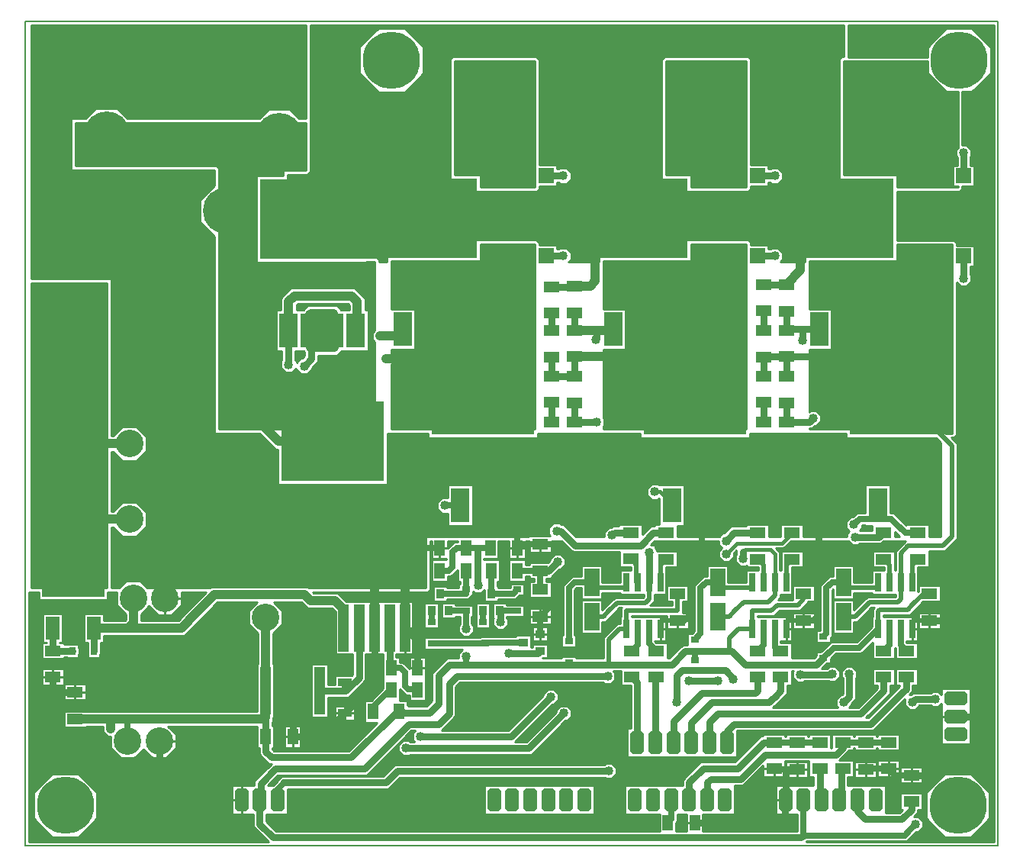
<source format=gbr>
G04 PROTEUS GERBER X2 FILE*
%TF.GenerationSoftware,Labcenter,Proteus,8.7-SP3-Build25561*%
%TF.CreationDate,2021-07-06T20:34:18+00:00*%
%TF.FileFunction,Copper,L1,Top*%
%TF.FilePolarity,Positive*%
%TF.Part,Single*%
%TF.SameCoordinates,{87e03e06-012a-4b1c-b44b-99ac6d4646d0}*%
%FSLAX45Y45*%
%MOMM*%
G01*
%TA.AperFunction,Conductor*%
%ADD10C,0.762000*%
%ADD11C,0.508000*%
%ADD12C,0.635000*%
%ADD13C,1.016000*%
%ADD14C,0.254000*%
%ADD15C,0.381000*%
%TA.AperFunction,WasherPad*%
%ADD16C,1.016000*%
%TA.AperFunction,ViaPad*%
%ADD17C,1.016000*%
%TA.AperFunction,SMDPad,CuDef*%
%ADD18R,4.572000X1.651000*%
%ADD19R,1.651000X1.651000*%
%TA.AperFunction,ComponentPad*%
%ADD70C,5.080000*%
%TA.AperFunction,SMDPad,CuDef*%
%ADD71R,6.985000X6.985000*%
%ADD20R,1.524000X2.540000*%
%TA.AperFunction,SMDPad,CuDef*%
%ADD21R,0.635000X0.889000*%
%ADD22R,1.803400X1.143000*%
%TA.AperFunction,SMDPad,CuDef*%
%ADD23R,1.143000X5.207000*%
%ADD24R,10.744200X9.550400*%
%TA.AperFunction,SMDPad,CuDef*%
%ADD25R,1.193800X5.308600*%
%ADD26R,1.524000X0.889000*%
%ADD27R,1.143000X1.803400*%
%TA.AperFunction,ComponentPad*%
%ADD28C,6.350000*%
%TA.AperFunction,SMDPad,CuDef*%
%ADD29R,0.635000X2.032000*%
%TA.AperFunction,SMDPad,CuDef*%
%ADD72R,1.651000X3.048000*%
%ADD73R,0.889000X0.635000*%
%TA.AperFunction,SMDPad,CuDef*%
%ADD30R,0.889000X1.016000*%
%ADD31R,1.016000X0.889000*%
%AMDIL026*
4,1,8,
-1.270000,0.457200,-0.965200,0.762000,0.965200,0.762000,1.270000,0.457200,1.270000,-0.457200,
0.965200,-0.762000,-0.965200,-0.762000,-1.270000,-0.457200,-1.270000,0.457200,
0*%
%TA.AperFunction,ComponentPad*%
%ADD32DIL026*%
%AMDIL027*
4,1,8,
-0.762000,0.965200,-0.457200,1.270000,0.457200,1.270000,0.762000,0.965200,0.762000,-0.965200,
0.457200,-1.270000,-0.457200,-1.270000,-0.762000,-0.965200,-0.762000,0.965200,
0*%
%TA.AperFunction,ComponentPad*%
%ADD33DIL027*%
%TA.AperFunction,OtherPad,Unknown*%
%ADD34C,6.350000*%
%TA.AperFunction,ComponentPad*%
%ADD35C,3.048000*%
%TA.AperFunction,SMDPad,CuDef*%
%ADD36R,11.430000X8.890000*%
%ADD37R,2.032000X3.810000*%
%TA.AperFunction,Profile*%
%ADD38C,0.203200*%
%TD.AperFunction*%
G36*
X+8001000Y+2336800D02*
X+7979958Y+2336800D01*
X+7950200Y+2307042D01*
X+7950200Y+867958D01*
X+7979958Y+838200D01*
X+8001000Y+838200D01*
X+8001000Y+551361D01*
X+7993561Y+558800D01*
X+7983039Y+558800D01*
X+7975600Y+551361D01*
X+7975600Y+540839D01*
X+7983039Y+533400D01*
X+7993561Y+533400D01*
X+8001000Y+540839D01*
X+8001000Y+304800D01*
X+7598958Y+304800D01*
X+7569200Y+275042D01*
X+7569200Y+63500D01*
X+7301222Y+63500D01*
X+7327899Y+90177D01*
X+7327899Y+163823D01*
X+7275823Y+215899D01*
X+7202177Y+215899D01*
X+7189477Y+203199D01*
X+7169149Y+203199D01*
X+7169149Y+247649D01*
X+6972300Y+247649D01*
X+6972300Y+275042D01*
X+6942542Y+304800D01*
X+5312958Y+304800D01*
X+5283200Y+275042D01*
X+5283200Y+63500D01*
X+4951722Y+63500D01*
X+4978399Y+90177D01*
X+4978399Y+163823D01*
X+4926323Y+215899D01*
X+4852677Y+215899D01*
X+4839977Y+203199D01*
X+4819649Y+203199D01*
X+4819649Y+247649D01*
X+4622800Y+247649D01*
X+4622800Y+275042D01*
X+4593042Y+304800D01*
X+2963458Y+304800D01*
X+2933700Y+275042D01*
X+2933700Y+63500D01*
X+2844800Y+63500D01*
X+2844800Y+84542D01*
X+2815042Y+114300D01*
X+1828800Y+114300D01*
X+1828800Y+1028700D01*
X+2053042Y+1028700D01*
X+2082800Y+1058458D01*
X+2082800Y+1672042D01*
X+2082799Y+1672043D01*
X+2082798Y+2682240D01*
X+8001000Y+2682240D01*
X+8001000Y+2336800D01*
G37*
%LPC*%
G36*
X+6972300Y+2307042D02*
X+6972300Y+1136649D01*
X+7169149Y+1136649D01*
X+7169149Y+1092199D01*
X+7189477Y+1092199D01*
X+7202177Y+1104899D01*
X+7275823Y+1104899D01*
X+7327899Y+1052823D01*
X+7327899Y+979177D01*
X+7275823Y+927101D01*
X+7202177Y+927101D01*
X+7189477Y+939801D01*
X+7169149Y+939801D01*
X+7169149Y+895351D01*
X+6972300Y+895351D01*
X+6972300Y+867958D01*
X+6942542Y+838200D01*
X+6011458Y+838200D01*
X+5981700Y+867958D01*
X+5981700Y+2307042D01*
X+6011458Y+2336800D01*
X+6942542Y+2336800D01*
X+6972300Y+2307042D01*
G37*
G36*
X+4622800Y+2307042D02*
X+4622800Y+1136649D01*
X+4819649Y+1136649D01*
X+4819649Y+1092199D01*
X+4839977Y+1092199D01*
X+4852677Y+1104899D01*
X+4926323Y+1104899D01*
X+4978399Y+1052823D01*
X+4978399Y+979177D01*
X+4926323Y+927101D01*
X+4852677Y+927101D01*
X+4839977Y+939801D01*
X+4819649Y+939801D01*
X+4819649Y+895351D01*
X+4622800Y+895351D01*
X+4622800Y+867958D01*
X+4593042Y+838200D01*
X+3661958Y+838200D01*
X+3632200Y+867958D01*
X+3632200Y+2307042D01*
X+3661958Y+2336800D01*
X+4593042Y+2336800D01*
X+4622800Y+2307042D01*
G37*
G36*
X+2628901Y+2151406D02*
X+2628901Y+2445994D01*
X+2837206Y+2654299D01*
X+3131794Y+2654299D01*
X+3340099Y+2445994D01*
X+3340099Y+2151406D01*
X+3131794Y+1943101D01*
X+2837206Y+1943101D01*
X+2628901Y+2151406D01*
G37*
G36*
X+2082800Y+528139D02*
X+2082800Y+538661D01*
X+2090239Y+546100D01*
X+2100761Y+546100D01*
X+2108200Y+538661D01*
X+2108200Y+528139D01*
X+2100761Y+520700D01*
X+2090239Y+520700D01*
X+2082800Y+528139D01*
G37*
G36*
X+3352800Y+540839D02*
X+3352800Y+551361D01*
X+3360239Y+558800D01*
X+3370761Y+558800D01*
X+3378200Y+551361D01*
X+3378200Y+540839D01*
X+3370761Y+533400D01*
X+3360239Y+533400D01*
X+3352800Y+540839D01*
G37*
G36*
X+5689600Y+540839D02*
X+5689600Y+551361D01*
X+5697039Y+558800D01*
X+5707561Y+558800D01*
X+5715000Y+551361D01*
X+5715000Y+540839D01*
X+5707561Y+533400D01*
X+5697039Y+533400D01*
X+5689600Y+540839D01*
G37*
G36*
X+3194050Y+1161599D02*
X+3194050Y+1187901D01*
X+3212649Y+1206500D01*
X+3238951Y+1206500D01*
X+3257550Y+1187901D01*
X+3257550Y+1161599D01*
X+3238951Y+1143000D01*
X+3212649Y+1143000D01*
X+3194050Y+1161599D01*
G37*
G36*
X+3448050Y+1161599D02*
X+3448050Y+1187901D01*
X+3466649Y+1206500D01*
X+3492951Y+1206500D01*
X+3511550Y+1187901D01*
X+3511550Y+1161599D01*
X+3492951Y+1143000D01*
X+3466649Y+1143000D01*
X+3448050Y+1161599D01*
G37*
G36*
X+5226050Y+1161599D02*
X+5226050Y+1187901D01*
X+5244649Y+1206500D01*
X+5270951Y+1206500D01*
X+5289550Y+1187901D01*
X+5289550Y+1161599D01*
X+5270951Y+1143000D01*
X+5244649Y+1143000D01*
X+5226050Y+1161599D01*
G37*
G36*
X+5480050Y+1161599D02*
X+5480050Y+1187901D01*
X+5498649Y+1206500D01*
X+5524951Y+1206500D01*
X+5543550Y+1187901D01*
X+5543550Y+1161599D01*
X+5524951Y+1143000D01*
X+5498649Y+1143000D01*
X+5480050Y+1161599D01*
G37*
G36*
X+5734050Y+1161599D02*
X+5734050Y+1187901D01*
X+5752649Y+1206500D01*
X+5778951Y+1206500D01*
X+5797550Y+1187901D01*
X+5797550Y+1161599D01*
X+5778951Y+1143000D01*
X+5752649Y+1143000D01*
X+5734050Y+1161599D01*
G37*
G36*
X+7512050Y+1161599D02*
X+7512050Y+1187901D01*
X+7530649Y+1206500D01*
X+7556951Y+1206500D01*
X+7575550Y+1187901D01*
X+7575550Y+1161599D01*
X+7556951Y+1143000D01*
X+7530649Y+1143000D01*
X+7512050Y+1161599D01*
G37*
G36*
X+7766050Y+1161599D02*
X+7766050Y+1187901D01*
X+7784649Y+1206500D01*
X+7810951Y+1206500D01*
X+7829550Y+1187901D01*
X+7829550Y+1161599D01*
X+7810951Y+1143000D01*
X+7784649Y+1143000D01*
X+7766050Y+1161599D01*
G37*
G36*
X+3067050Y+1381569D02*
X+3067050Y+1407871D01*
X+3085649Y+1426470D01*
X+3111951Y+1426470D01*
X+3130550Y+1407871D01*
X+3130550Y+1381569D01*
X+3111951Y+1362970D01*
X+3085649Y+1362970D01*
X+3067050Y+1381569D01*
G37*
G36*
X+3321050Y+1381569D02*
X+3321050Y+1407871D01*
X+3339649Y+1426470D01*
X+3365951Y+1426470D01*
X+3384550Y+1407871D01*
X+3384550Y+1381569D01*
X+3365951Y+1362970D01*
X+3339649Y+1362970D01*
X+3321050Y+1381569D01*
G37*
G36*
X+4845050Y+1381569D02*
X+4845050Y+1407871D01*
X+4863649Y+1426470D01*
X+4889951Y+1426470D01*
X+4908550Y+1407871D01*
X+4908550Y+1381569D01*
X+4889951Y+1362970D01*
X+4863649Y+1362970D01*
X+4845050Y+1381569D01*
G37*
G36*
X+5099050Y+1381569D02*
X+5099050Y+1407871D01*
X+5117649Y+1426470D01*
X+5143951Y+1426470D01*
X+5162550Y+1407871D01*
X+5162550Y+1381569D01*
X+5143951Y+1362970D01*
X+5117649Y+1362970D01*
X+5099050Y+1381569D01*
G37*
G36*
X+5353050Y+1381569D02*
X+5353050Y+1407871D01*
X+5371649Y+1426470D01*
X+5397951Y+1426470D01*
X+5416550Y+1407871D01*
X+5416550Y+1381569D01*
X+5397951Y+1362970D01*
X+5371649Y+1362970D01*
X+5353050Y+1381569D01*
G37*
G36*
X+5607050Y+1381569D02*
X+5607050Y+1407871D01*
X+5625649Y+1426470D01*
X+5651951Y+1426470D01*
X+5670550Y+1407871D01*
X+5670550Y+1381569D01*
X+5651951Y+1362970D01*
X+5625649Y+1362970D01*
X+5607050Y+1381569D01*
G37*
G36*
X+7131050Y+1381569D02*
X+7131050Y+1407871D01*
X+7149649Y+1426470D01*
X+7175951Y+1426470D01*
X+7194550Y+1407871D01*
X+7194550Y+1381569D01*
X+7175951Y+1362970D01*
X+7149649Y+1362970D01*
X+7131050Y+1381569D01*
G37*
G36*
X+7385050Y+1381569D02*
X+7385050Y+1407871D01*
X+7403649Y+1426470D01*
X+7429951Y+1426470D01*
X+7448550Y+1407871D01*
X+7448550Y+1381569D01*
X+7429951Y+1362970D01*
X+7403649Y+1362970D01*
X+7385050Y+1381569D01*
G37*
G36*
X+7639050Y+1381569D02*
X+7639050Y+1407871D01*
X+7657649Y+1426470D01*
X+7683951Y+1426470D01*
X+7702550Y+1407871D01*
X+7702550Y+1381569D01*
X+7683951Y+1362970D01*
X+7657649Y+1362970D01*
X+7639050Y+1381569D01*
G37*
G36*
X+4718050Y+1601539D02*
X+4718050Y+1627841D01*
X+4736649Y+1646440D01*
X+4762951Y+1646440D01*
X+4781550Y+1627841D01*
X+4781550Y+1601539D01*
X+4762951Y+1582940D01*
X+4736649Y+1582940D01*
X+4718050Y+1601539D01*
G37*
G36*
X+4972050Y+1601539D02*
X+4972050Y+1627841D01*
X+4990649Y+1646440D01*
X+5016951Y+1646440D01*
X+5035550Y+1627841D01*
X+5035550Y+1601539D01*
X+5016951Y+1582940D01*
X+4990649Y+1582940D01*
X+4972050Y+1601539D01*
G37*
G36*
X+5226050Y+1601539D02*
X+5226050Y+1627841D01*
X+5244649Y+1646440D01*
X+5270951Y+1646440D01*
X+5289550Y+1627841D01*
X+5289550Y+1601539D01*
X+5270951Y+1582940D01*
X+5244649Y+1582940D01*
X+5226050Y+1601539D01*
G37*
G36*
X+5480050Y+1601539D02*
X+5480050Y+1627841D01*
X+5498649Y+1646440D01*
X+5524951Y+1646440D01*
X+5543550Y+1627841D01*
X+5543550Y+1601539D01*
X+5524951Y+1582940D01*
X+5498649Y+1582940D01*
X+5480050Y+1601539D01*
G37*
G36*
X+5734050Y+1601539D02*
X+5734050Y+1627841D01*
X+5752649Y+1646440D01*
X+5778951Y+1646440D01*
X+5797550Y+1627841D01*
X+5797550Y+1601539D01*
X+5778951Y+1582940D01*
X+5752649Y+1582940D01*
X+5734050Y+1601539D01*
G37*
G36*
X+7258050Y+1601539D02*
X+7258050Y+1627841D01*
X+7276649Y+1646440D01*
X+7302951Y+1646440D01*
X+7321550Y+1627841D01*
X+7321550Y+1601539D01*
X+7302951Y+1582940D01*
X+7276649Y+1582940D01*
X+7258050Y+1601539D01*
G37*
G36*
X+7512050Y+1601539D02*
X+7512050Y+1627841D01*
X+7530649Y+1646440D01*
X+7556951Y+1646440D01*
X+7575550Y+1627841D01*
X+7575550Y+1601539D01*
X+7556951Y+1582940D01*
X+7530649Y+1582940D01*
X+7512050Y+1601539D01*
G37*
G36*
X+7766050Y+1601539D02*
X+7766050Y+1627841D01*
X+7784649Y+1646440D01*
X+7810951Y+1646440D01*
X+7829550Y+1627841D01*
X+7829550Y+1601539D01*
X+7810951Y+1582940D01*
X+7784649Y+1582940D01*
X+7766050Y+1601539D01*
G37*
G36*
X+4845050Y+1821509D02*
X+4845050Y+1847811D01*
X+4863649Y+1866410D01*
X+4889951Y+1866410D01*
X+4908550Y+1847811D01*
X+4908550Y+1821509D01*
X+4889951Y+1802910D01*
X+4863649Y+1802910D01*
X+4845050Y+1821509D01*
G37*
G36*
X+5099050Y+1821509D02*
X+5099050Y+1847811D01*
X+5117649Y+1866410D01*
X+5143951Y+1866410D01*
X+5162550Y+1847811D01*
X+5162550Y+1821509D01*
X+5143951Y+1802910D01*
X+5117649Y+1802910D01*
X+5099050Y+1821509D01*
G37*
G36*
X+5353050Y+1821509D02*
X+5353050Y+1847811D01*
X+5371649Y+1866410D01*
X+5397951Y+1866410D01*
X+5416550Y+1847811D01*
X+5416550Y+1821509D01*
X+5397951Y+1802910D01*
X+5371649Y+1802910D01*
X+5353050Y+1821509D01*
G37*
G36*
X+5607050Y+1821509D02*
X+5607050Y+1847811D01*
X+5625649Y+1866410D01*
X+5651951Y+1866410D01*
X+5670550Y+1847811D01*
X+5670550Y+1821509D01*
X+5651951Y+1802910D01*
X+5625649Y+1802910D01*
X+5607050Y+1821509D01*
G37*
G36*
X+7131050Y+1821509D02*
X+7131050Y+1847811D01*
X+7149649Y+1866410D01*
X+7175951Y+1866410D01*
X+7194550Y+1847811D01*
X+7194550Y+1821509D01*
X+7175951Y+1802910D01*
X+7149649Y+1802910D01*
X+7131050Y+1821509D01*
G37*
G36*
X+7385050Y+1821509D02*
X+7385050Y+1847811D01*
X+7403649Y+1866410D01*
X+7429951Y+1866410D01*
X+7448550Y+1847811D01*
X+7448550Y+1821509D01*
X+7429951Y+1802910D01*
X+7403649Y+1802910D01*
X+7385050Y+1821509D01*
G37*
G36*
X+7639050Y+1821509D02*
X+7639050Y+1847811D01*
X+7657649Y+1866410D01*
X+7683951Y+1866410D01*
X+7702550Y+1847811D01*
X+7702550Y+1821509D01*
X+7683951Y+1802910D01*
X+7657649Y+1802910D01*
X+7639050Y+1821509D01*
G37*
G36*
X+4718050Y+2041479D02*
X+4718050Y+2067781D01*
X+4736649Y+2086380D01*
X+4762951Y+2086380D01*
X+4781550Y+2067781D01*
X+4781550Y+2041479D01*
X+4762951Y+2022880D01*
X+4736649Y+2022880D01*
X+4718050Y+2041479D01*
G37*
G36*
X+4972050Y+2041479D02*
X+4972050Y+2067781D01*
X+4990649Y+2086380D01*
X+5016951Y+2086380D01*
X+5035550Y+2067781D01*
X+5035550Y+2041479D01*
X+5016951Y+2022880D01*
X+4990649Y+2022880D01*
X+4972050Y+2041479D01*
G37*
G36*
X+5226050Y+2041479D02*
X+5226050Y+2067781D01*
X+5244649Y+2086380D01*
X+5270951Y+2086380D01*
X+5289550Y+2067781D01*
X+5289550Y+2041479D01*
X+5270951Y+2022880D01*
X+5244649Y+2022880D01*
X+5226050Y+2041479D01*
G37*
G36*
X+5480050Y+2041479D02*
X+5480050Y+2067781D01*
X+5498649Y+2086380D01*
X+5524951Y+2086380D01*
X+5543550Y+2067781D01*
X+5543550Y+2041479D01*
X+5524951Y+2022880D01*
X+5498649Y+2022880D01*
X+5480050Y+2041479D01*
G37*
G36*
X+5734050Y+2041479D02*
X+5734050Y+2067781D01*
X+5752649Y+2086380D01*
X+5778951Y+2086380D01*
X+5797550Y+2067781D01*
X+5797550Y+2041479D01*
X+5778951Y+2022880D01*
X+5752649Y+2022880D01*
X+5734050Y+2041479D01*
G37*
G36*
X+7258050Y+2041479D02*
X+7258050Y+2067781D01*
X+7276649Y+2086380D01*
X+7302951Y+2086380D01*
X+7321550Y+2067781D01*
X+7321550Y+2041479D01*
X+7302951Y+2022880D01*
X+7276649Y+2022880D01*
X+7258050Y+2041479D01*
G37*
G36*
X+7512050Y+2041479D02*
X+7512050Y+2067781D01*
X+7530649Y+2086380D01*
X+7556951Y+2086380D01*
X+7575550Y+2067781D01*
X+7575550Y+2041479D01*
X+7556951Y+2022880D01*
X+7530649Y+2022880D01*
X+7512050Y+2041479D01*
G37*
G36*
X+7766050Y+2041479D02*
X+7766050Y+2067781D01*
X+7784649Y+2086380D01*
X+7810951Y+2086380D01*
X+7829550Y+2067781D01*
X+7829550Y+2041479D01*
X+7810951Y+2022880D01*
X+7784649Y+2022880D01*
X+7766050Y+2041479D01*
G37*
G36*
X+4972050Y+1161599D02*
X+4972050Y+1187901D01*
X+4990649Y+1206500D01*
X+5016951Y+1206500D01*
X+5035550Y+1187901D01*
X+5035550Y+1161599D01*
X+5016951Y+1143000D01*
X+4990649Y+1143000D01*
X+4972050Y+1161599D01*
G37*
G36*
X+2813050Y+1381569D02*
X+2813050Y+1407871D01*
X+2831649Y+1426470D01*
X+2857951Y+1426470D01*
X+2876550Y+1407871D01*
X+2876550Y+1381569D01*
X+2857951Y+1362970D01*
X+2831649Y+1362970D01*
X+2813050Y+1381569D01*
G37*
G36*
X+2889250Y+1193349D02*
X+2889250Y+1219651D01*
X+2907849Y+1238250D01*
X+2934151Y+1238250D01*
X+2952750Y+1219651D01*
X+2952750Y+1193349D01*
X+2934151Y+1174750D01*
X+2907849Y+1174750D01*
X+2889250Y+1193349D01*
G37*
G36*
X+4679950Y+725062D02*
X+4679950Y+751364D01*
X+4698549Y+769963D01*
X+4724851Y+769963D01*
X+4743450Y+751364D01*
X+4743450Y+725062D01*
X+4724851Y+706463D01*
X+4698549Y+706463D01*
X+4679950Y+725062D01*
G37*
G36*
X+7169150Y+725062D02*
X+7169150Y+751364D01*
X+7187749Y+769963D01*
X+7214051Y+769963D01*
X+7232650Y+751364D01*
X+7232650Y+725062D01*
X+7214051Y+706463D01*
X+7187749Y+706463D01*
X+7169150Y+725062D01*
G37*
G36*
X+7080250Y+2110873D02*
X+7080250Y+2137175D01*
X+7098849Y+2155774D01*
X+7125151Y+2155774D01*
X+7143750Y+2137175D01*
X+7143750Y+2110873D01*
X+7125151Y+2092274D01*
X+7098849Y+2092274D01*
X+7080250Y+2110873D01*
G37*
G36*
X+2228850Y+1121155D02*
X+2228850Y+1147457D01*
X+2247449Y+1166056D01*
X+2273751Y+1166056D01*
X+2292350Y+1147457D01*
X+2292350Y+1121155D01*
X+2273751Y+1102556D01*
X+2247449Y+1102556D01*
X+2228850Y+1121155D01*
G37*
G36*
X+2432050Y+1121155D02*
X+2432050Y+1147457D01*
X+2450649Y+1166056D01*
X+2476951Y+1166056D01*
X+2495550Y+1147457D01*
X+2495550Y+1121155D01*
X+2476951Y+1102556D01*
X+2450649Y+1102556D01*
X+2432050Y+1121155D01*
G37*
G36*
X+2635250Y+1121155D02*
X+2635250Y+1147457D01*
X+2653849Y+1166056D01*
X+2680151Y+1166056D01*
X+2698750Y+1147457D01*
X+2698750Y+1121155D01*
X+2680151Y+1102556D01*
X+2653849Y+1102556D01*
X+2635250Y+1121155D01*
G37*
G36*
X+2330450Y+1297131D02*
X+2330450Y+1323433D01*
X+2349049Y+1342032D01*
X+2375351Y+1342032D01*
X+2393950Y+1323433D01*
X+2393950Y+1297131D01*
X+2375351Y+1278532D01*
X+2349049Y+1278532D01*
X+2330450Y+1297131D01*
G37*
G36*
X+2533650Y+1297131D02*
X+2533650Y+1323433D01*
X+2552249Y+1342032D01*
X+2578551Y+1342032D01*
X+2597150Y+1323433D01*
X+2597150Y+1297131D01*
X+2578551Y+1278532D01*
X+2552249Y+1278532D01*
X+2533650Y+1297131D01*
G37*
G36*
X+2228850Y+1473107D02*
X+2228850Y+1499409D01*
X+2247449Y+1518008D01*
X+2273751Y+1518008D01*
X+2292350Y+1499409D01*
X+2292350Y+1473107D01*
X+2273751Y+1454508D01*
X+2247449Y+1454508D01*
X+2228850Y+1473107D01*
G37*
G36*
X+2432050Y+1473107D02*
X+2432050Y+1499409D01*
X+2450649Y+1518008D01*
X+2476951Y+1518008D01*
X+2495550Y+1499409D01*
X+2495550Y+1473107D01*
X+2476951Y+1454508D01*
X+2450649Y+1454508D01*
X+2432050Y+1473107D01*
G37*
G36*
X+2635250Y+1473107D02*
X+2635250Y+1499409D01*
X+2653849Y+1518008D01*
X+2680151Y+1518008D01*
X+2698750Y+1499409D01*
X+2698750Y+1473107D01*
X+2680151Y+1454508D01*
X+2653849Y+1454508D01*
X+2635250Y+1473107D01*
G37*
G36*
X+2330450Y+1649083D02*
X+2330450Y+1675385D01*
X+2349049Y+1693984D01*
X+2375351Y+1693984D01*
X+2393950Y+1675385D01*
X+2393950Y+1649083D01*
X+2375351Y+1630484D01*
X+2349049Y+1630484D01*
X+2330450Y+1649083D01*
G37*
G36*
X+2533650Y+1649083D02*
X+2533650Y+1675385D01*
X+2552249Y+1693984D01*
X+2578551Y+1693984D01*
X+2597150Y+1675385D01*
X+2597150Y+1649083D01*
X+2578551Y+1630484D01*
X+2552249Y+1630484D01*
X+2533650Y+1649083D01*
G37*
G36*
X+2736850Y+1649083D02*
X+2736850Y+1675385D01*
X+2755449Y+1693984D01*
X+2781751Y+1693984D01*
X+2800350Y+1675385D01*
X+2800350Y+1649083D01*
X+2781751Y+1630484D01*
X+2755449Y+1630484D01*
X+2736850Y+1649083D01*
G37*
G36*
X+2940050Y+1649083D02*
X+2940050Y+1675385D01*
X+2958649Y+1693984D01*
X+2984951Y+1693984D01*
X+3003550Y+1675385D01*
X+3003550Y+1649083D01*
X+2984951Y+1630484D01*
X+2958649Y+1630484D01*
X+2940050Y+1649083D01*
G37*
G36*
X+3143250Y+1649083D02*
X+3143250Y+1675385D01*
X+3161849Y+1693984D01*
X+3188151Y+1693984D01*
X+3206750Y+1675385D01*
X+3206750Y+1649083D01*
X+3188151Y+1630484D01*
X+3161849Y+1630484D01*
X+3143250Y+1649083D01*
G37*
G36*
X+3346450Y+1649083D02*
X+3346450Y+1675385D01*
X+3365049Y+1693984D01*
X+3391351Y+1693984D01*
X+3409950Y+1675385D01*
X+3409950Y+1649083D01*
X+3391351Y+1630484D01*
X+3365049Y+1630484D01*
X+3346450Y+1649083D01*
G37*
G36*
X+2228850Y+1825059D02*
X+2228850Y+1851361D01*
X+2247449Y+1869960D01*
X+2273751Y+1869960D01*
X+2292350Y+1851361D01*
X+2292350Y+1825059D01*
X+2273751Y+1806460D01*
X+2247449Y+1806460D01*
X+2228850Y+1825059D01*
G37*
G36*
X+2432050Y+1825059D02*
X+2432050Y+1851361D01*
X+2450649Y+1869960D01*
X+2476951Y+1869960D01*
X+2495550Y+1851361D01*
X+2495550Y+1825059D01*
X+2476951Y+1806460D01*
X+2450649Y+1806460D01*
X+2432050Y+1825059D01*
G37*
G36*
X+2635250Y+1825059D02*
X+2635250Y+1851361D01*
X+2653849Y+1869960D01*
X+2680151Y+1869960D01*
X+2698750Y+1851361D01*
X+2698750Y+1825059D01*
X+2680151Y+1806460D01*
X+2653849Y+1806460D01*
X+2635250Y+1825059D01*
G37*
G36*
X+3244850Y+1825059D02*
X+3244850Y+1851361D01*
X+3263449Y+1869960D01*
X+3289751Y+1869960D01*
X+3308350Y+1851361D01*
X+3308350Y+1825059D01*
X+3289751Y+1806460D01*
X+3263449Y+1806460D01*
X+3244850Y+1825059D01*
G37*
G36*
X+3448050Y+1825059D02*
X+3448050Y+1851361D01*
X+3466649Y+1869960D01*
X+3492951Y+1869960D01*
X+3511550Y+1851361D01*
X+3511550Y+1825059D01*
X+3492951Y+1806460D01*
X+3466649Y+1806460D01*
X+3448050Y+1825059D01*
G37*
G36*
X+2330450Y+2001035D02*
X+2330450Y+2027337D01*
X+2349049Y+2045936D01*
X+2375351Y+2045936D01*
X+2393950Y+2027337D01*
X+2393950Y+2001035D01*
X+2375351Y+1982436D01*
X+2349049Y+1982436D01*
X+2330450Y+2001035D01*
G37*
G36*
X+2533650Y+2001035D02*
X+2533650Y+2027337D01*
X+2552249Y+2045936D01*
X+2578551Y+2045936D01*
X+2597150Y+2027337D01*
X+2597150Y+2001035D01*
X+2578551Y+1982436D01*
X+2552249Y+1982436D01*
X+2533650Y+2001035D01*
G37*
G36*
X+2228850Y+2177011D02*
X+2228850Y+2203313D01*
X+2247449Y+2221912D01*
X+2273751Y+2221912D01*
X+2292350Y+2203313D01*
X+2292350Y+2177011D01*
X+2273751Y+2158412D01*
X+2247449Y+2158412D01*
X+2228850Y+2177011D01*
G37*
G36*
X+2432050Y+2177011D02*
X+2432050Y+2203313D01*
X+2450649Y+2221912D01*
X+2476951Y+2221912D01*
X+2495550Y+2203313D01*
X+2495550Y+2177011D01*
X+2476951Y+2158412D01*
X+2450649Y+2158412D01*
X+2432050Y+2177011D01*
G37*
G36*
X+3448050Y+2177011D02*
X+3448050Y+2203313D01*
X+3466649Y+2221912D01*
X+3492951Y+2221912D01*
X+3511550Y+2203313D01*
X+3511550Y+2177011D01*
X+3492951Y+2158412D01*
X+3466649Y+2158412D01*
X+3448050Y+2177011D01*
G37*
G36*
X+4870450Y+2177011D02*
X+4870450Y+2203313D01*
X+4889049Y+2221912D01*
X+4915351Y+2221912D01*
X+4933950Y+2203313D01*
X+4933950Y+2177011D01*
X+4915351Y+2158412D01*
X+4889049Y+2158412D01*
X+4870450Y+2177011D01*
G37*
G36*
X+5073650Y+2177011D02*
X+5073650Y+2203313D01*
X+5092249Y+2221912D01*
X+5118551Y+2221912D01*
X+5137150Y+2203313D01*
X+5137150Y+2177011D01*
X+5118551Y+2158412D01*
X+5092249Y+2158412D01*
X+5073650Y+2177011D01*
G37*
G36*
X+2330450Y+2352987D02*
X+2330450Y+2379289D01*
X+2349049Y+2397888D01*
X+2375351Y+2397888D01*
X+2393950Y+2379289D01*
X+2393950Y+2352987D01*
X+2375351Y+2334388D01*
X+2349049Y+2334388D01*
X+2330450Y+2352987D01*
G37*
G36*
X+4768850Y+2352987D02*
X+4768850Y+2379289D01*
X+4787449Y+2397888D01*
X+4813751Y+2397888D01*
X+4832350Y+2379289D01*
X+4832350Y+2352987D01*
X+4813751Y+2334388D01*
X+4787449Y+2334388D01*
X+4768850Y+2352987D01*
G37*
G36*
X+4972050Y+2352987D02*
X+4972050Y+2379289D01*
X+4990649Y+2397888D01*
X+5016951Y+2397888D01*
X+5035550Y+2379289D01*
X+5035550Y+2352987D01*
X+5016951Y+2334388D01*
X+4990649Y+2334388D01*
X+4972050Y+2352987D01*
G37*
G36*
X+5175250Y+2352987D02*
X+5175250Y+2379289D01*
X+5193849Y+2397888D01*
X+5220151Y+2397888D01*
X+5238750Y+2379289D01*
X+5238750Y+2352987D01*
X+5220151Y+2334388D01*
X+5193849Y+2334388D01*
X+5175250Y+2352987D01*
G37*
G36*
X+5378450Y+2352987D02*
X+5378450Y+2379289D01*
X+5397049Y+2397888D01*
X+5423351Y+2397888D01*
X+5441950Y+2379289D01*
X+5441950Y+2352987D01*
X+5423351Y+2334388D01*
X+5397049Y+2334388D01*
X+5378450Y+2352987D01*
G37*
G36*
X+5581650Y+2352987D02*
X+5581650Y+2379289D01*
X+5600249Y+2397888D01*
X+5626551Y+2397888D01*
X+5645150Y+2379289D01*
X+5645150Y+2352987D01*
X+5626551Y+2334388D01*
X+5600249Y+2334388D01*
X+5581650Y+2352987D01*
G37*
G36*
X+5784850Y+2352987D02*
X+5784850Y+2379289D01*
X+5803449Y+2397888D01*
X+5829751Y+2397888D01*
X+5848350Y+2379289D01*
X+5848350Y+2352987D01*
X+5829751Y+2334388D01*
X+5803449Y+2334388D01*
X+5784850Y+2352987D01*
G37*
G36*
X+7207250Y+2352987D02*
X+7207250Y+2379289D01*
X+7225849Y+2397888D01*
X+7252151Y+2397888D01*
X+7270750Y+2379289D01*
X+7270750Y+2352987D01*
X+7252151Y+2334388D01*
X+7225849Y+2334388D01*
X+7207250Y+2352987D01*
G37*
G36*
X+7410450Y+2352987D02*
X+7410450Y+2379289D01*
X+7429049Y+2397888D01*
X+7455351Y+2397888D01*
X+7473950Y+2379289D01*
X+7473950Y+2352987D01*
X+7455351Y+2334388D01*
X+7429049Y+2334388D01*
X+7410450Y+2352987D01*
G37*
G36*
X+7613650Y+2352987D02*
X+7613650Y+2379289D01*
X+7632249Y+2397888D01*
X+7658551Y+2397888D01*
X+7677150Y+2379289D01*
X+7677150Y+2352987D01*
X+7658551Y+2334388D01*
X+7632249Y+2334388D01*
X+7613650Y+2352987D01*
G37*
G36*
X+2228850Y+2528963D02*
X+2228850Y+2555265D01*
X+2247449Y+2573864D01*
X+2273751Y+2573864D01*
X+2292350Y+2555265D01*
X+2292350Y+2528963D01*
X+2273751Y+2510364D01*
X+2247449Y+2510364D01*
X+2228850Y+2528963D01*
G37*
G36*
X+2432050Y+2528963D02*
X+2432050Y+2555265D01*
X+2450649Y+2573864D01*
X+2476951Y+2573864D01*
X+2495550Y+2555265D01*
X+2495550Y+2528963D01*
X+2476951Y+2510364D01*
X+2450649Y+2510364D01*
X+2432050Y+2528963D01*
G37*
G36*
X+3448050Y+2528963D02*
X+3448050Y+2555265D01*
X+3466649Y+2573864D01*
X+3492951Y+2573864D01*
X+3511550Y+2555265D01*
X+3511550Y+2528963D01*
X+3492951Y+2510364D01*
X+3466649Y+2510364D01*
X+3448050Y+2528963D01*
G37*
G36*
X+3651250Y+2528963D02*
X+3651250Y+2555265D01*
X+3669849Y+2573864D01*
X+3696151Y+2573864D01*
X+3714750Y+2555265D01*
X+3714750Y+2528963D01*
X+3696151Y+2510364D01*
X+3669849Y+2510364D01*
X+3651250Y+2528963D01*
G37*
G36*
X+3854450Y+2528963D02*
X+3854450Y+2555265D01*
X+3873049Y+2573864D01*
X+3899351Y+2573864D01*
X+3917950Y+2555265D01*
X+3917950Y+2528963D01*
X+3899351Y+2510364D01*
X+3873049Y+2510364D01*
X+3854450Y+2528963D01*
G37*
G36*
X+4057650Y+2528963D02*
X+4057650Y+2555265D01*
X+4076249Y+2573864D01*
X+4102551Y+2573864D01*
X+4121150Y+2555265D01*
X+4121150Y+2528963D01*
X+4102551Y+2510364D01*
X+4076249Y+2510364D01*
X+4057650Y+2528963D01*
G37*
G36*
X+4260850Y+2528963D02*
X+4260850Y+2555265D01*
X+4279449Y+2573864D01*
X+4305751Y+2573864D01*
X+4324350Y+2555265D01*
X+4324350Y+2528963D01*
X+4305751Y+2510364D01*
X+4279449Y+2510364D01*
X+4260850Y+2528963D01*
G37*
G36*
X+4464050Y+2528963D02*
X+4464050Y+2555265D01*
X+4482649Y+2573864D01*
X+4508951Y+2573864D01*
X+4527550Y+2555265D01*
X+4527550Y+2528963D01*
X+4508951Y+2510364D01*
X+4482649Y+2510364D01*
X+4464050Y+2528963D01*
G37*
G36*
X+4667250Y+2528963D02*
X+4667250Y+2555265D01*
X+4685849Y+2573864D01*
X+4712151Y+2573864D01*
X+4730750Y+2555265D01*
X+4730750Y+2528963D01*
X+4712151Y+2510364D01*
X+4685849Y+2510364D01*
X+4667250Y+2528963D01*
G37*
G36*
X+4870450Y+2528963D02*
X+4870450Y+2555265D01*
X+4889049Y+2573864D01*
X+4915351Y+2573864D01*
X+4933950Y+2555265D01*
X+4933950Y+2528963D01*
X+4915351Y+2510364D01*
X+4889049Y+2510364D01*
X+4870450Y+2528963D01*
G37*
G36*
X+5073650Y+2528963D02*
X+5073650Y+2555265D01*
X+5092249Y+2573864D01*
X+5118551Y+2573864D01*
X+5137150Y+2555265D01*
X+5137150Y+2528963D01*
X+5118551Y+2510364D01*
X+5092249Y+2510364D01*
X+5073650Y+2528963D01*
G37*
G36*
X+5276850Y+2528963D02*
X+5276850Y+2555265D01*
X+5295449Y+2573864D01*
X+5321751Y+2573864D01*
X+5340350Y+2555265D01*
X+5340350Y+2528963D01*
X+5321751Y+2510364D01*
X+5295449Y+2510364D01*
X+5276850Y+2528963D01*
G37*
G36*
X+5480050Y+2528963D02*
X+5480050Y+2555265D01*
X+5498649Y+2573864D01*
X+5524951Y+2573864D01*
X+5543550Y+2555265D01*
X+5543550Y+2528963D01*
X+5524951Y+2510364D01*
X+5498649Y+2510364D01*
X+5480050Y+2528963D01*
G37*
G36*
X+5683250Y+2528963D02*
X+5683250Y+2555265D01*
X+5701849Y+2573864D01*
X+5728151Y+2573864D01*
X+5746750Y+2555265D01*
X+5746750Y+2528963D01*
X+5728151Y+2510364D01*
X+5701849Y+2510364D01*
X+5683250Y+2528963D01*
G37*
G36*
X+5886450Y+2528963D02*
X+5886450Y+2555265D01*
X+5905049Y+2573864D01*
X+5931351Y+2573864D01*
X+5949950Y+2555265D01*
X+5949950Y+2528963D01*
X+5931351Y+2510364D01*
X+5905049Y+2510364D01*
X+5886450Y+2528963D01*
G37*
G36*
X+6089650Y+2528963D02*
X+6089650Y+2555265D01*
X+6108249Y+2573864D01*
X+6134551Y+2573864D01*
X+6153150Y+2555265D01*
X+6153150Y+2528963D01*
X+6134551Y+2510364D01*
X+6108249Y+2510364D01*
X+6089650Y+2528963D01*
G37*
G36*
X+6292850Y+2528963D02*
X+6292850Y+2555265D01*
X+6311449Y+2573864D01*
X+6337751Y+2573864D01*
X+6356350Y+2555265D01*
X+6356350Y+2528963D01*
X+6337751Y+2510364D01*
X+6311449Y+2510364D01*
X+6292850Y+2528963D01*
G37*
G36*
X+6496050Y+2528963D02*
X+6496050Y+2555265D01*
X+6514649Y+2573864D01*
X+6540951Y+2573864D01*
X+6559550Y+2555265D01*
X+6559550Y+2528963D01*
X+6540951Y+2510364D01*
X+6514649Y+2510364D01*
X+6496050Y+2528963D01*
G37*
G36*
X+6699250Y+2528963D02*
X+6699250Y+2555265D01*
X+6717849Y+2573864D01*
X+6744151Y+2573864D01*
X+6762750Y+2555265D01*
X+6762750Y+2528963D01*
X+6744151Y+2510364D01*
X+6717849Y+2510364D01*
X+6699250Y+2528963D01*
G37*
G36*
X+6902450Y+2528963D02*
X+6902450Y+2555265D01*
X+6921049Y+2573864D01*
X+6947351Y+2573864D01*
X+6965950Y+2555265D01*
X+6965950Y+2528963D01*
X+6947351Y+2510364D01*
X+6921049Y+2510364D01*
X+6902450Y+2528963D01*
G37*
G36*
X+7105650Y+2528963D02*
X+7105650Y+2555265D01*
X+7124249Y+2573864D01*
X+7150551Y+2573864D01*
X+7169150Y+2555265D01*
X+7169150Y+2528963D01*
X+7150551Y+2510364D01*
X+7124249Y+2510364D01*
X+7105650Y+2528963D01*
G37*
G36*
X+7308850Y+2528963D02*
X+7308850Y+2555265D01*
X+7327449Y+2573864D01*
X+7353751Y+2573864D01*
X+7372350Y+2555265D01*
X+7372350Y+2528963D01*
X+7353751Y+2510364D01*
X+7327449Y+2510364D01*
X+7308850Y+2528963D01*
G37*
G36*
X+7512050Y+2528963D02*
X+7512050Y+2555265D01*
X+7530649Y+2573864D01*
X+7556951Y+2573864D01*
X+7575550Y+2555265D01*
X+7575550Y+2528963D01*
X+7556951Y+2510364D01*
X+7530649Y+2510364D01*
X+7512050Y+2528963D01*
G37*
G36*
X+7715250Y+2528963D02*
X+7715250Y+2555265D01*
X+7733849Y+2573864D01*
X+7760151Y+2573864D01*
X+7778750Y+2555265D01*
X+7778750Y+2528963D01*
X+7760151Y+2510364D01*
X+7733849Y+2510364D01*
X+7715250Y+2528963D01*
G37*
%LPD*%
G36*
X+6921500Y+889000D02*
X+6306819Y+889000D01*
X+6306819Y+1023619D01*
X+6032500Y+1023619D01*
X+6032500Y+2286000D01*
X+6921500Y+2286000D01*
X+6921500Y+889000D01*
G37*
%LPC*%
G36*
X+6662239Y+1028700D02*
X+6672761Y+1028700D01*
X+6680200Y+1021261D01*
X+6680200Y+1010739D01*
X+6672761Y+1003300D01*
X+6662239Y+1003300D01*
X+6654800Y+1010739D01*
X+6654800Y+1021261D01*
X+6662239Y+1028700D01*
G37*
G36*
X+6553200Y+1667155D02*
X+6553200Y+1761845D01*
X+6620155Y+1828800D01*
X+6714845Y+1828800D01*
X+6781800Y+1761845D01*
X+6781800Y+1667155D01*
X+6714845Y+1600200D01*
X+6620155Y+1600200D01*
X+6553200Y+1667155D01*
G37*
G36*
X+6332219Y+1039159D02*
X+6332219Y+1065461D01*
X+6350818Y+1084060D01*
X+6377120Y+1084060D01*
X+6395719Y+1065461D01*
X+6395719Y+1039159D01*
X+6377120Y+1020560D01*
X+6350818Y+1020560D01*
X+6332219Y+1039159D01*
G37*
G36*
X+6230619Y+1215135D02*
X+6230619Y+1241437D01*
X+6249218Y+1260036D01*
X+6275520Y+1260036D01*
X+6294119Y+1241437D01*
X+6294119Y+1215135D01*
X+6275520Y+1196536D01*
X+6249218Y+1196536D01*
X+6230619Y+1215135D01*
G37*
G36*
X+6433819Y+1215135D02*
X+6433819Y+1241437D01*
X+6452418Y+1260036D01*
X+6478720Y+1260036D01*
X+6497319Y+1241437D01*
X+6497319Y+1215135D01*
X+6478720Y+1196536D01*
X+6452418Y+1196536D01*
X+6433819Y+1215135D01*
G37*
G36*
X+6129019Y+1391111D02*
X+6129019Y+1417413D01*
X+6147618Y+1436012D01*
X+6173920Y+1436012D01*
X+6192519Y+1417413D01*
X+6192519Y+1391111D01*
X+6173920Y+1372512D01*
X+6147618Y+1372512D01*
X+6129019Y+1391111D01*
G37*
G36*
X+6332219Y+1391111D02*
X+6332219Y+1417413D01*
X+6350818Y+1436012D01*
X+6377120Y+1436012D01*
X+6395719Y+1417413D01*
X+6395719Y+1391111D01*
X+6377120Y+1372512D01*
X+6350818Y+1372512D01*
X+6332219Y+1391111D01*
G37*
G36*
X+6230619Y+1567087D02*
X+6230619Y+1593389D01*
X+6249218Y+1611988D01*
X+6275520Y+1611988D01*
X+6294119Y+1593389D01*
X+6294119Y+1567087D01*
X+6275520Y+1548488D01*
X+6249218Y+1548488D01*
X+6230619Y+1567087D01*
G37*
G36*
X+6129019Y+1743063D02*
X+6129019Y+1769365D01*
X+6147618Y+1787964D01*
X+6173920Y+1787964D01*
X+6192519Y+1769365D01*
X+6192519Y+1743063D01*
X+6173920Y+1724464D01*
X+6147618Y+1724464D01*
X+6129019Y+1743063D01*
G37*
G36*
X+6254750Y+1891849D02*
X+6254750Y+1918151D01*
X+6273349Y+1936750D01*
X+6299651Y+1936750D01*
X+6318250Y+1918151D01*
X+6318250Y+1891849D01*
X+6299651Y+1873250D01*
X+6273349Y+1873250D01*
X+6254750Y+1891849D01*
G37*
%LPD*%
G36*
X+4572000Y+889000D02*
X+3970019Y+889000D01*
X+3970019Y+1023619D01*
X+3683000Y+1023619D01*
X+3683000Y+2286000D01*
X+4572000Y+2286000D01*
X+4572000Y+889000D01*
G37*
%LPC*%
G36*
X+4312739Y+1028700D02*
X+4323261Y+1028700D01*
X+4330700Y+1021261D01*
X+4330700Y+1010739D01*
X+4323261Y+1003300D01*
X+4312739Y+1003300D01*
X+4305300Y+1010739D01*
X+4305300Y+1021261D01*
X+4312739Y+1028700D01*
G37*
G36*
X+4203700Y+1667155D02*
X+4203700Y+1761845D01*
X+4270655Y+1828800D01*
X+4365345Y+1828800D01*
X+4432300Y+1761845D01*
X+4432300Y+1667155D01*
X+4365345Y+1600200D01*
X+4270655Y+1600200D01*
X+4203700Y+1667155D01*
G37*
G36*
X+3981450Y+1039159D02*
X+3981450Y+1065461D01*
X+4000049Y+1084060D01*
X+4026351Y+1084060D01*
X+4044950Y+1065461D01*
X+4044950Y+1039159D01*
X+4026351Y+1020560D01*
X+4000049Y+1020560D01*
X+3981450Y+1039159D01*
G37*
G36*
X+3879850Y+1215135D02*
X+3879850Y+1241437D01*
X+3898449Y+1260036D01*
X+3924751Y+1260036D01*
X+3943350Y+1241437D01*
X+3943350Y+1215135D01*
X+3924751Y+1196536D01*
X+3898449Y+1196536D01*
X+3879850Y+1215135D01*
G37*
G36*
X+4083050Y+1215135D02*
X+4083050Y+1241437D01*
X+4101649Y+1260036D01*
X+4127951Y+1260036D01*
X+4146550Y+1241437D01*
X+4146550Y+1215135D01*
X+4127951Y+1196536D01*
X+4101649Y+1196536D01*
X+4083050Y+1215135D01*
G37*
G36*
X+3778250Y+1391111D02*
X+3778250Y+1417413D01*
X+3796849Y+1436012D01*
X+3823151Y+1436012D01*
X+3841750Y+1417413D01*
X+3841750Y+1391111D01*
X+3823151Y+1372512D01*
X+3796849Y+1372512D01*
X+3778250Y+1391111D01*
G37*
G36*
X+3981450Y+1391111D02*
X+3981450Y+1417413D01*
X+4000049Y+1436012D01*
X+4026351Y+1436012D01*
X+4044950Y+1417413D01*
X+4044950Y+1391111D01*
X+4026351Y+1372512D01*
X+4000049Y+1372512D01*
X+3981450Y+1391111D01*
G37*
G36*
X+3879850Y+1567087D02*
X+3879850Y+1593389D01*
X+3898449Y+1611988D01*
X+3924751Y+1611988D01*
X+3943350Y+1593389D01*
X+3943350Y+1567087D01*
X+3924751Y+1548488D01*
X+3898449Y+1548488D01*
X+3879850Y+1567087D01*
G37*
G36*
X+3778250Y+1743063D02*
X+3778250Y+1769365D01*
X+3796849Y+1787964D01*
X+3823151Y+1787964D01*
X+3841750Y+1769365D01*
X+3841750Y+1743063D01*
X+3823151Y+1724464D01*
X+3796849Y+1724464D01*
X+3778250Y+1743063D01*
G37*
G36*
X+3905250Y+1891849D02*
X+3905250Y+1918151D01*
X+3923849Y+1936750D01*
X+3950151Y+1936750D01*
X+3968750Y+1918151D01*
X+3968750Y+1891849D01*
X+3950151Y+1873250D01*
X+3923849Y+1873250D01*
X+3905250Y+1891849D01*
G37*
%LPD*%
G36*
X-177800Y-3556000D02*
X-1016000Y-3556000D01*
X-1016000Y-177800D01*
X-177800Y-177800D01*
X-177800Y-3556000D01*
G37*
%LPC*%
G36*
X-558800Y-3314881D02*
X-558800Y-3304359D01*
X-551361Y-3296920D01*
X-540839Y-3296920D01*
X-533400Y-3304359D01*
X-533400Y-3314881D01*
X-540839Y-3322320D01*
X-551361Y-3322320D01*
X-558800Y-3314881D01*
G37*
G36*
X-608324Y-1638300D02*
X-534676Y-1638300D01*
X-482600Y-1690376D01*
X-482600Y-1764024D01*
X-534676Y-1816100D01*
X-608324Y-1816100D01*
X-660400Y-1764024D01*
X-660400Y-1690376D01*
X-608324Y-1638300D01*
G37*
G36*
X-584200Y-1037945D02*
X-584200Y-943255D01*
X-517245Y-876300D01*
X-422555Y-876300D01*
X-355600Y-943255D01*
X-355600Y-1037945D01*
X-422555Y-1104900D01*
X-517245Y-1104900D01*
X-584200Y-1037945D01*
G37*
G36*
X-819150Y-2847919D02*
X-819150Y-2821617D01*
X-800551Y-2803018D01*
X-774249Y-2803018D01*
X-755650Y-2821617D01*
X-755650Y-2847919D01*
X-774249Y-2866518D01*
X-800551Y-2866518D01*
X-819150Y-2847919D01*
G37*
G36*
X-920750Y-2671943D02*
X-920750Y-2645641D01*
X-902151Y-2627042D01*
X-875849Y-2627042D01*
X-857250Y-2645641D01*
X-857250Y-2671943D01*
X-875849Y-2690542D01*
X-902151Y-2690542D01*
X-920750Y-2671943D01*
G37*
G36*
X-717550Y-2671943D02*
X-717550Y-2645641D01*
X-698951Y-2627042D01*
X-672649Y-2627042D01*
X-654050Y-2645641D01*
X-654050Y-2671943D01*
X-672649Y-2690542D01*
X-698951Y-2690542D01*
X-717550Y-2671943D01*
G37*
G36*
X-819150Y-2495967D02*
X-819150Y-2469665D01*
X-800551Y-2451066D01*
X-774249Y-2451066D01*
X-755650Y-2469665D01*
X-755650Y-2495967D01*
X-774249Y-2514566D01*
X-800551Y-2514566D01*
X-819150Y-2495967D01*
G37*
G36*
X-730250Y-1270451D02*
X-730250Y-1244149D01*
X-711651Y-1225550D01*
X-685349Y-1225550D01*
X-666750Y-1244149D01*
X-666750Y-1270451D01*
X-685349Y-1289050D01*
X-711651Y-1289050D01*
X-730250Y-1270451D01*
G37*
G36*
X-717550Y-2319991D02*
X-717550Y-2293689D01*
X-698951Y-2275090D01*
X-672649Y-2275090D01*
X-654050Y-2293689D01*
X-654050Y-2319991D01*
X-672649Y-2338590D01*
X-698951Y-2338590D01*
X-717550Y-2319991D01*
G37*
G36*
X-844550Y-2349951D02*
X-844550Y-2323649D01*
X-825951Y-2305050D01*
X-799649Y-2305050D01*
X-781050Y-2323649D01*
X-781050Y-2349951D01*
X-799649Y-2368550D01*
X-825951Y-2368550D01*
X-844550Y-2349951D01*
G37*
G36*
X-615950Y-2144015D02*
X-615950Y-2117713D01*
X-597351Y-2099114D01*
X-571049Y-2099114D01*
X-552450Y-2117713D01*
X-552450Y-2144015D01*
X-571049Y-2162614D01*
X-597351Y-2162614D01*
X-615950Y-2144015D01*
G37*
G36*
X-958850Y-1067251D02*
X-958850Y-1040949D01*
X-940251Y-1022350D01*
X-913949Y-1022350D01*
X-895350Y-1040949D01*
X-895350Y-1067251D01*
X-913949Y-1085850D01*
X-940251Y-1085850D01*
X-958850Y-1067251D01*
G37*
G36*
X-920750Y-1616087D02*
X-920750Y-1589785D01*
X-902151Y-1571186D01*
X-875849Y-1571186D01*
X-857250Y-1589785D01*
X-857250Y-1616087D01*
X-875849Y-1634686D01*
X-902151Y-1634686D01*
X-920750Y-1616087D01*
G37*
G36*
X-819150Y-1440111D02*
X-819150Y-1413809D01*
X-800551Y-1395210D01*
X-774249Y-1395210D01*
X-755650Y-1413809D01*
X-755650Y-1440111D01*
X-774249Y-1458710D01*
X-800551Y-1458710D01*
X-819150Y-1440111D01*
G37*
G36*
X-412750Y-1440111D02*
X-412750Y-1413809D01*
X-394151Y-1395210D01*
X-367849Y-1395210D01*
X-349250Y-1413809D01*
X-349250Y-1440111D01*
X-367849Y-1458710D01*
X-394151Y-1458710D01*
X-412750Y-1440111D01*
G37*
G36*
X-920750Y-1264135D02*
X-920750Y-1237833D01*
X-902151Y-1219234D01*
X-875849Y-1219234D01*
X-857250Y-1237833D01*
X-857250Y-1264135D01*
X-875849Y-1282734D01*
X-902151Y-1282734D01*
X-920750Y-1264135D01*
G37*
G36*
X-819150Y-1088159D02*
X-819150Y-1061857D01*
X-800551Y-1043258D01*
X-774249Y-1043258D01*
X-755650Y-1061857D01*
X-755650Y-1088159D01*
X-774249Y-1106758D01*
X-800551Y-1106758D01*
X-819150Y-1088159D01*
G37*
G36*
X-920750Y-912183D02*
X-920750Y-885881D01*
X-902151Y-867282D01*
X-875849Y-867282D01*
X-857250Y-885881D01*
X-857250Y-912183D01*
X-875849Y-930782D01*
X-902151Y-930782D01*
X-920750Y-912183D01*
G37*
G36*
X-920750Y-560231D02*
X-920750Y-533929D01*
X-902151Y-515330D01*
X-875849Y-515330D01*
X-857250Y-533929D01*
X-857250Y-560231D01*
X-875849Y-578830D01*
X-902151Y-578830D01*
X-920750Y-560231D01*
G37*
G36*
X-514350Y-560231D02*
X-514350Y-533929D01*
X-495751Y-515330D01*
X-469449Y-515330D01*
X-450850Y-533929D01*
X-450850Y-560231D01*
X-469449Y-578830D01*
X-495751Y-578830D01*
X-514350Y-560231D01*
G37*
G36*
X-615950Y-384255D02*
X-615950Y-357953D01*
X-597351Y-339354D01*
X-571049Y-339354D01*
X-552450Y-357953D01*
X-552450Y-384255D01*
X-571049Y-402854D01*
X-597351Y-402854D01*
X-615950Y-384255D01*
G37*
G36*
X-412750Y-384255D02*
X-412750Y-357953D01*
X-394151Y-339354D01*
X-367849Y-339354D01*
X-349250Y-357953D01*
X-349250Y-384255D01*
X-367849Y-402854D01*
X-394151Y-402854D01*
X-412750Y-384255D01*
G37*
%LPD*%
G36*
X+8933181Y+2153510D02*
X+9138510Y+1948181D01*
X+9271000Y+1948181D01*
X+9271000Y+1325038D01*
X+9250681Y+1304719D01*
X+9250681Y+1235281D01*
X+9263381Y+1222581D01*
X+9263381Y+1131569D01*
X+9218931Y+1131569D01*
X+9218931Y+900431D01*
X+9271000Y+900431D01*
X+9271000Y+889000D01*
X+8592819Y+889000D01*
X+8592819Y+1023619D01*
X+8001000Y+1023619D01*
X+8001000Y+2286000D01*
X+8933181Y+2286000D01*
X+8933181Y+2153510D01*
G37*
%LPC*%
G36*
X+8948239Y+1028700D02*
X+8958761Y+1028700D01*
X+8966200Y+1021261D01*
X+8966200Y+1010739D01*
X+8958761Y+1003300D01*
X+8948239Y+1003300D01*
X+8940800Y+1010739D01*
X+8940800Y+1021261D01*
X+8948239Y+1028700D01*
G37*
G36*
X+8140700Y+1603655D02*
X+8140700Y+1698345D01*
X+8207655Y+1765300D01*
X+8302345Y+1765300D01*
X+8369300Y+1698345D01*
X+8369300Y+1603655D01*
X+8302345Y+1536700D01*
X+8207655Y+1536700D01*
X+8140700Y+1603655D01*
G37*
G36*
X+8566150Y+1215135D02*
X+8566150Y+1241437D01*
X+8584749Y+1260036D01*
X+8611051Y+1260036D01*
X+8629650Y+1241437D01*
X+8629650Y+1215135D01*
X+8611051Y+1196536D01*
X+8584749Y+1196536D01*
X+8566150Y+1215135D01*
G37*
G36*
X+8769350Y+1215135D02*
X+8769350Y+1241437D01*
X+8787949Y+1260036D01*
X+8814251Y+1260036D01*
X+8832850Y+1241437D01*
X+8832850Y+1215135D01*
X+8814251Y+1196536D01*
X+8787949Y+1196536D01*
X+8769350Y+1215135D01*
G37*
G36*
X+8566150Y+1567087D02*
X+8566150Y+1593389D01*
X+8584749Y+1611988D01*
X+8611051Y+1611988D01*
X+8629650Y+1593389D01*
X+8629650Y+1567087D01*
X+8611051Y+1548488D01*
X+8584749Y+1548488D01*
X+8566150Y+1567087D01*
G37*
G36*
X+8693150Y+1853749D02*
X+8693150Y+1880051D01*
X+8711749Y+1898650D01*
X+8738051Y+1898650D01*
X+8756650Y+1880051D01*
X+8756650Y+1853749D01*
X+8738051Y+1835150D01*
X+8711749Y+1835150D01*
X+8693150Y+1853749D01*
G37*
G36*
X+8274050Y+1244394D02*
X+8274050Y+1270696D01*
X+8292649Y+1289295D01*
X+8318951Y+1289295D01*
X+8337550Y+1270696D01*
X+8337550Y+1244394D01*
X+8318951Y+1225795D01*
X+8292649Y+1225795D01*
X+8274050Y+1244394D01*
G37*
G36*
X+9036050Y+1244394D02*
X+9036050Y+1270696D01*
X+9054649Y+1289295D01*
X+9080951Y+1289295D01*
X+9099550Y+1270696D01*
X+9099550Y+1244394D01*
X+9080951Y+1225795D01*
X+9054649Y+1225795D01*
X+9036050Y+1244394D01*
G37*
G36*
X+8477250Y+1929949D02*
X+8477250Y+1956251D01*
X+8495849Y+1974850D01*
X+8522151Y+1974850D01*
X+8540750Y+1956251D01*
X+8540750Y+1929949D01*
X+8522151Y+1911350D01*
X+8495849Y+1911350D01*
X+8477250Y+1929949D01*
G37*
G36*
X+8528050Y+2124274D02*
X+8528050Y+2150576D01*
X+8546649Y+2169175D01*
X+8572951Y+2169175D01*
X+8591550Y+2150576D01*
X+8591550Y+2124274D01*
X+8572951Y+2105675D01*
X+8546649Y+2105675D01*
X+8528050Y+2124274D01*
G37*
G36*
X+8782050Y+2124274D02*
X+8782050Y+2150576D01*
X+8800649Y+2169175D01*
X+8826951Y+2169175D01*
X+8845550Y+2150576D01*
X+8845550Y+2124274D01*
X+8826951Y+2105675D01*
X+8800649Y+2105675D01*
X+8782050Y+2124274D01*
G37*
G36*
X+8794750Y+1625149D02*
X+8794750Y+1651451D01*
X+8813349Y+1670050D01*
X+8839651Y+1670050D01*
X+8858250Y+1651451D01*
X+8858250Y+1625149D01*
X+8839651Y+1606550D01*
X+8813349Y+1606550D01*
X+8794750Y+1625149D01*
G37*
G36*
X+9074150Y+1447349D02*
X+9074150Y+1473651D01*
X+9092749Y+1492250D01*
X+9119051Y+1492250D01*
X+9137650Y+1473651D01*
X+9137650Y+1447349D01*
X+9119051Y+1428750D01*
X+9092749Y+1428750D01*
X+9074150Y+1447349D01*
G37*
%LPD*%
G36*
X+4572000Y-1790700D02*
X+2984500Y-1790700D01*
X+2984500Y-1071038D01*
X+3004819Y-1050719D01*
X+3004819Y-981281D01*
X+2984500Y-960962D01*
X+2984500Y-909319D01*
X+3246119Y-909319D01*
X+3246119Y-462281D01*
X+2984500Y-462281D01*
X+2984500Y+68581D01*
X+3970019Y+68581D01*
X+3970019Y+254000D01*
X+4572000Y+254000D01*
X+4572000Y-1790700D01*
G37*
%LPC*%
G36*
X+4312739Y+139700D02*
X+4323261Y+139700D01*
X+4330700Y+132261D01*
X+4330700Y+121739D01*
X+4323261Y+114300D01*
X+4312739Y+114300D01*
X+4305300Y+121739D01*
X+4305300Y+132261D01*
X+4312739Y+139700D01*
G37*
G36*
X+3606800Y-691061D02*
X+3606800Y-680539D01*
X+3614239Y-673100D01*
X+3624761Y-673100D01*
X+3632200Y-680539D01*
X+3632200Y-691061D01*
X+3624761Y-698500D01*
X+3614239Y-698500D01*
X+3606800Y-691061D01*
G37*
G36*
X+3987800Y-1414961D02*
X+3987800Y-1404439D01*
X+3995239Y-1397000D01*
X+4005761Y-1397000D01*
X+4013200Y-1404439D01*
X+4013200Y-1414961D01*
X+4005761Y-1422400D01*
X+3995239Y-1422400D01*
X+3987800Y-1414961D01*
G37*
G36*
X+3181350Y-1510805D02*
X+3181350Y-1484503D01*
X+3199949Y-1465904D01*
X+3226251Y-1465904D01*
X+3244850Y-1484503D01*
X+3244850Y-1510805D01*
X+3226251Y-1529404D01*
X+3199949Y-1529404D01*
X+3181350Y-1510805D01*
G37*
G36*
X+3181350Y-1321251D02*
X+3181350Y-1294949D01*
X+3199949Y-1276350D01*
X+3226251Y-1276350D01*
X+3244850Y-1294949D01*
X+3244850Y-1321251D01*
X+3226251Y-1339850D01*
X+3199949Y-1339850D01*
X+3181350Y-1321251D01*
G37*
G36*
X+3181350Y-1158853D02*
X+3181350Y-1132551D01*
X+3199949Y-1113952D01*
X+3226251Y-1113952D01*
X+3244850Y-1132551D01*
X+3244850Y-1158853D01*
X+3226251Y-1177452D01*
X+3199949Y-1177452D01*
X+3181350Y-1158853D01*
G37*
G36*
X+4095750Y-630925D02*
X+4095750Y-604623D01*
X+4114349Y-586024D01*
X+4140651Y-586024D01*
X+4159250Y-604623D01*
X+4159250Y-630925D01*
X+4140651Y-649524D01*
X+4114349Y-649524D01*
X+4095750Y-630925D01*
G37*
G36*
X+4298950Y-630925D02*
X+4298950Y-604623D01*
X+4317549Y-586024D01*
X+4343851Y-586024D01*
X+4362450Y-604623D01*
X+4362450Y-630925D01*
X+4343851Y-649524D01*
X+4317549Y-649524D01*
X+4298950Y-630925D01*
G37*
G36*
X+3282950Y-278973D02*
X+3282950Y-252671D01*
X+3301549Y-234072D01*
X+3327851Y-234072D01*
X+3346450Y-252671D01*
X+3346450Y-278973D01*
X+3327851Y-297572D01*
X+3301549Y-297572D01*
X+3282950Y-278973D01*
G37*
G36*
X+3486150Y-278973D02*
X+3486150Y-252671D01*
X+3504749Y-234072D01*
X+3531051Y-234072D01*
X+3549650Y-252671D01*
X+3549650Y-278973D01*
X+3531051Y-297572D01*
X+3504749Y-297572D01*
X+3486150Y-278973D01*
G37*
G36*
X+3689350Y-278973D02*
X+3689350Y-252671D01*
X+3707949Y-234072D01*
X+3734251Y-234072D01*
X+3752850Y-252671D01*
X+3752850Y-278973D01*
X+3734251Y-297572D01*
X+3707949Y-297572D01*
X+3689350Y-278973D01*
G37*
G36*
X+3892550Y-278973D02*
X+3892550Y-252671D01*
X+3911149Y-234072D01*
X+3937451Y-234072D01*
X+3956050Y-252671D01*
X+3956050Y-278973D01*
X+3937451Y-297572D01*
X+3911149Y-297572D01*
X+3892550Y-278973D01*
G37*
G36*
X+4095750Y-278973D02*
X+4095750Y-252671D01*
X+4114349Y-234072D01*
X+4140651Y-234072D01*
X+4159250Y-252671D01*
X+4159250Y-278973D01*
X+4140651Y-297572D01*
X+4114349Y-297572D01*
X+4095750Y-278973D01*
G37*
G36*
X+3181350Y-102997D02*
X+3181350Y-76695D01*
X+3199949Y-58096D01*
X+3226251Y-58096D01*
X+3244850Y-76695D01*
X+3244850Y-102997D01*
X+3226251Y-121596D01*
X+3199949Y-121596D01*
X+3181350Y-102997D01*
G37*
G36*
X+3384550Y-102997D02*
X+3384550Y-76695D01*
X+3403149Y-58096D01*
X+3429451Y-58096D01*
X+3448050Y-76695D01*
X+3448050Y-102997D01*
X+3429451Y-121596D01*
X+3403149Y-121596D01*
X+3384550Y-102997D01*
G37*
G36*
X+3587750Y-102997D02*
X+3587750Y-76695D01*
X+3606349Y-58096D01*
X+3632651Y-58096D01*
X+3651250Y-76695D01*
X+3651250Y-102997D01*
X+3632651Y-121596D01*
X+3606349Y-121596D01*
X+3587750Y-102997D01*
G37*
G36*
X+3790950Y-102997D02*
X+3790950Y-76695D01*
X+3809549Y-58096D01*
X+3835851Y-58096D01*
X+3854450Y-76695D01*
X+3854450Y-102997D01*
X+3835851Y-121596D01*
X+3809549Y-121596D01*
X+3790950Y-102997D01*
G37*
G36*
X+3994150Y-102997D02*
X+3994150Y-76695D01*
X+4012749Y-58096D01*
X+4039051Y-58096D01*
X+4057650Y-76695D01*
X+4057650Y-102997D01*
X+4039051Y-121596D01*
X+4012749Y-121596D01*
X+3994150Y-102997D01*
G37*
G36*
X+4400550Y-102997D02*
X+4400550Y-76695D01*
X+4419149Y-58096D01*
X+4445451Y-58096D01*
X+4464050Y-76695D01*
X+4464050Y-102997D01*
X+4445451Y-121596D01*
X+4419149Y-121596D01*
X+4400550Y-102997D01*
G37*
G36*
X+3168650Y-1689551D02*
X+3168650Y-1663249D01*
X+3187249Y-1644650D01*
X+3213551Y-1644650D01*
X+3232150Y-1663249D01*
X+3232150Y-1689551D01*
X+3213551Y-1708150D01*
X+3187249Y-1708150D01*
X+3168650Y-1689551D01*
G37*
G36*
X+4095750Y-806901D02*
X+4095750Y-780599D01*
X+4114349Y-762000D01*
X+4140651Y-762000D01*
X+4159250Y-780599D01*
X+4159250Y-806901D01*
X+4140651Y-825500D01*
X+4114349Y-825500D01*
X+4095750Y-806901D01*
G37*
G36*
X+4349750Y-806901D02*
X+4349750Y-780599D01*
X+4368349Y-762000D01*
X+4394651Y-762000D01*
X+4413250Y-780599D01*
X+4413250Y-806901D01*
X+4394651Y-825500D01*
X+4368349Y-825500D01*
X+4349750Y-806901D01*
G37*
G36*
X+3892550Y-837065D02*
X+3892550Y-810763D01*
X+3911149Y-792164D01*
X+3937451Y-792164D01*
X+3956050Y-810763D01*
X+3956050Y-837065D01*
X+3937451Y-855664D01*
X+3911149Y-855664D01*
X+3892550Y-837065D01*
G37*
G36*
X+3384550Y-661089D02*
X+3384550Y-634787D01*
X+3403149Y-616188D01*
X+3429451Y-616188D01*
X+3448050Y-634787D01*
X+3448050Y-661089D01*
X+3429451Y-679688D01*
X+3403149Y-679688D01*
X+3384550Y-661089D01*
G37*
G36*
X+3790950Y-661089D02*
X+3790950Y-634787D01*
X+3809549Y-616188D01*
X+3835851Y-616188D01*
X+3854450Y-634787D01*
X+3854450Y-661089D01*
X+3835851Y-679688D01*
X+3809549Y-679688D01*
X+3790950Y-661089D01*
G37*
%LPD*%
G36*
X+6921500Y-1790700D02*
X+5334000Y-1790700D01*
X+5334000Y-1756838D01*
X+5341619Y-1749219D01*
X+5341619Y-1679781D01*
X+5334000Y-1672162D01*
X+5334000Y-909319D01*
X+5582919Y-909319D01*
X+5582919Y-462281D01*
X+5334000Y-462281D01*
X+5334000Y+68581D01*
X+6306819Y+68581D01*
X+6306819Y+254000D01*
X+6921500Y+254000D01*
X+6921500Y-1790700D01*
G37*
%LPC*%
G36*
X+6662239Y+139700D02*
X+6672761Y+139700D01*
X+6680200Y+132261D01*
X+6680200Y+121739D01*
X+6672761Y+114300D01*
X+6662239Y+114300D01*
X+6654800Y+121739D01*
X+6654800Y+132261D01*
X+6662239Y+139700D01*
G37*
G36*
X+5943600Y-691061D02*
X+5943600Y-680539D01*
X+5951039Y-673100D01*
X+5961561Y-673100D01*
X+5969000Y-680539D01*
X+5969000Y-691061D01*
X+5961561Y-698500D01*
X+5951039Y-698500D01*
X+5943600Y-691061D01*
G37*
G36*
X+6337300Y-1414961D02*
X+6337300Y-1404439D01*
X+6344739Y-1397000D01*
X+6355261Y-1397000D01*
X+6362700Y-1404439D01*
X+6362700Y-1414961D01*
X+6355261Y-1422400D01*
X+6344739Y-1422400D01*
X+6337300Y-1414961D01*
G37*
G36*
X+6343650Y-806901D02*
X+6343650Y-780599D01*
X+6362249Y-762000D01*
X+6388551Y-762000D01*
X+6407150Y-780599D01*
X+6407150Y-806901D01*
X+6388551Y-825500D01*
X+6362249Y-825500D01*
X+6343650Y-806901D01*
G37*
G36*
X+5607050Y-1622036D02*
X+5607050Y-1595734D01*
X+5625649Y-1577135D01*
X+5651951Y-1577135D01*
X+5670550Y-1595734D01*
X+5670550Y-1622036D01*
X+5651951Y-1640635D01*
X+5625649Y-1640635D01*
X+5607050Y-1622036D01*
G37*
G36*
X+5518150Y-1468057D02*
X+5518150Y-1441755D01*
X+5536749Y-1423156D01*
X+5563051Y-1423156D01*
X+5581650Y-1441755D01*
X+5581650Y-1468057D01*
X+5563051Y-1486656D01*
X+5536749Y-1486656D01*
X+5518150Y-1468057D01*
G37*
G36*
X+5429250Y-1314078D02*
X+5429250Y-1287776D01*
X+5447849Y-1269177D01*
X+5474151Y-1269177D01*
X+5492750Y-1287776D01*
X+5492750Y-1314078D01*
X+5474151Y-1332677D01*
X+5447849Y-1332677D01*
X+5429250Y-1314078D01*
G37*
G36*
X+5607050Y-1314078D02*
X+5607050Y-1287776D01*
X+5625649Y-1269177D01*
X+5651951Y-1269177D01*
X+5670550Y-1287776D01*
X+5670550Y-1314078D01*
X+5651951Y-1332677D01*
X+5625649Y-1332677D01*
X+5607050Y-1314078D01*
G37*
G36*
X+5518150Y-1160099D02*
X+5518150Y-1133797D01*
X+5536749Y-1115198D01*
X+5563051Y-1115198D01*
X+5581650Y-1133797D01*
X+5581650Y-1160099D01*
X+5563051Y-1178698D01*
X+5536749Y-1178698D01*
X+5518150Y-1160099D01*
G37*
G36*
X+5695950Y-852141D02*
X+5695950Y-825839D01*
X+5714549Y-807240D01*
X+5740851Y-807240D01*
X+5759450Y-825839D01*
X+5759450Y-852141D01*
X+5740851Y-870740D01*
X+5714549Y-870740D01*
X+5695950Y-852141D01*
G37*
G36*
X+6584950Y-852141D02*
X+6584950Y-825839D01*
X+6603549Y-807240D01*
X+6629851Y-807240D01*
X+6648450Y-825839D01*
X+6648450Y-852141D01*
X+6629851Y-870740D01*
X+6603549Y-870740D01*
X+6584950Y-852141D01*
G37*
G36*
X+6496050Y-698162D02*
X+6496050Y-671860D01*
X+6514649Y-653261D01*
X+6540951Y-653261D01*
X+6559550Y-671860D01*
X+6559550Y-698162D01*
X+6540951Y-716761D01*
X+6514649Y-716761D01*
X+6496050Y-698162D01*
G37*
G36*
X+6673850Y-698162D02*
X+6673850Y-671860D01*
X+6692449Y-653261D01*
X+6718751Y-653261D01*
X+6737350Y-671860D01*
X+6737350Y-698162D01*
X+6718751Y-716761D01*
X+6692449Y-716761D01*
X+6673850Y-698162D01*
G37*
G36*
X+5695950Y-544183D02*
X+5695950Y-517881D01*
X+5714549Y-499282D01*
X+5740851Y-499282D01*
X+5759450Y-517881D01*
X+5759450Y-544183D01*
X+5740851Y-562782D01*
X+5714549Y-562782D01*
X+5695950Y-544183D01*
G37*
G36*
X+6584950Y-544183D02*
X+6584950Y-517881D01*
X+6603549Y-499282D01*
X+6629851Y-499282D01*
X+6648450Y-517881D01*
X+6648450Y-544183D01*
X+6629851Y-562782D01*
X+6603549Y-562782D01*
X+6584950Y-544183D01*
G37*
G36*
X+5784850Y-390204D02*
X+5784850Y-363902D01*
X+5803449Y-345303D01*
X+5829751Y-345303D01*
X+5848350Y-363902D01*
X+5848350Y-390204D01*
X+5829751Y-408803D01*
X+5803449Y-408803D01*
X+5784850Y-390204D01*
G37*
G36*
X+5962650Y-390204D02*
X+5962650Y-363902D01*
X+5981249Y-345303D01*
X+6007551Y-345303D01*
X+6026150Y-363902D01*
X+6026150Y-390204D01*
X+6007551Y-408803D01*
X+5981249Y-408803D01*
X+5962650Y-390204D01*
G37*
G36*
X+5518150Y-236225D02*
X+5518150Y-209923D01*
X+5536749Y-191324D01*
X+5563051Y-191324D01*
X+5581650Y-209923D01*
X+5581650Y-236225D01*
X+5563051Y-254824D01*
X+5536749Y-254824D01*
X+5518150Y-236225D01*
G37*
G36*
X+5695950Y-236225D02*
X+5695950Y-209923D01*
X+5714549Y-191324D01*
X+5740851Y-191324D01*
X+5759450Y-209923D01*
X+5759450Y-236225D01*
X+5740851Y-254824D01*
X+5714549Y-254824D01*
X+5695950Y-236225D01*
G37*
G36*
X+5873750Y-236225D02*
X+5873750Y-209923D01*
X+5892349Y-191324D01*
X+5918651Y-191324D01*
X+5937250Y-209923D01*
X+5937250Y-236225D01*
X+5918651Y-254824D01*
X+5892349Y-254824D01*
X+5873750Y-236225D01*
G37*
G36*
X+6051550Y-236225D02*
X+6051550Y-209923D01*
X+6070149Y-191324D01*
X+6096451Y-191324D01*
X+6115050Y-209923D01*
X+6115050Y-236225D01*
X+6096451Y-254824D01*
X+6070149Y-254824D01*
X+6051550Y-236225D01*
G37*
G36*
X+6229350Y-236225D02*
X+6229350Y-209923D01*
X+6247949Y-191324D01*
X+6274251Y-191324D01*
X+6292850Y-209923D01*
X+6292850Y-236225D01*
X+6274251Y-254824D01*
X+6247949Y-254824D01*
X+6229350Y-236225D01*
G37*
G36*
X+6407150Y-236225D02*
X+6407150Y-209923D01*
X+6425749Y-191324D01*
X+6452051Y-191324D01*
X+6470650Y-209923D01*
X+6470650Y-236225D01*
X+6452051Y-254824D01*
X+6425749Y-254824D01*
X+6407150Y-236225D01*
G37*
G36*
X+5429250Y-82246D02*
X+5429250Y-55944D01*
X+5447849Y-37345D01*
X+5474151Y-37345D01*
X+5492750Y-55944D01*
X+5492750Y-82246D01*
X+5474151Y-100845D01*
X+5447849Y-100845D01*
X+5429250Y-82246D01*
G37*
G36*
X+5607050Y-82246D02*
X+5607050Y-55944D01*
X+5625649Y-37345D01*
X+5651951Y-37345D01*
X+5670550Y-55944D01*
X+5670550Y-82246D01*
X+5651951Y-100845D01*
X+5625649Y-100845D01*
X+5607050Y-82246D01*
G37*
G36*
X+5784850Y-82246D02*
X+5784850Y-55944D01*
X+5803449Y-37345D01*
X+5829751Y-37345D01*
X+5848350Y-55944D01*
X+5848350Y-82246D01*
X+5829751Y-100845D01*
X+5803449Y-100845D01*
X+5784850Y-82246D01*
G37*
G36*
X+5962650Y-82246D02*
X+5962650Y-55944D01*
X+5981249Y-37345D01*
X+6007551Y-37345D01*
X+6026150Y-55944D01*
X+6026150Y-82246D01*
X+6007551Y-100845D01*
X+5981249Y-100845D01*
X+5962650Y-82246D01*
G37*
G36*
X+6140450Y-82246D02*
X+6140450Y-55944D01*
X+6159049Y-37345D01*
X+6185351Y-37345D01*
X+6203950Y-55944D01*
X+6203950Y-82246D01*
X+6185351Y-100845D01*
X+6159049Y-100845D01*
X+6140450Y-82246D01*
G37*
G36*
X+6318250Y-82246D02*
X+6318250Y-55944D01*
X+6336849Y-37345D01*
X+6363151Y-37345D01*
X+6381750Y-55944D01*
X+6381750Y-82246D01*
X+6363151Y-100845D01*
X+6336849Y-100845D01*
X+6318250Y-82246D01*
G37*
%LPD*%
G36*
X+9207500Y-1841500D02*
X+9131300Y-1841500D01*
X+9131300Y-1820458D01*
X+9101542Y-1790700D01*
X+7620000Y-1790700D01*
X+7620000Y-1785619D01*
X+7656556Y-1785619D01*
X+7681493Y-1760682D01*
X+7699455Y-1760682D01*
X+7748555Y-1711582D01*
X+7748555Y-1642144D01*
X+7699455Y-1593044D01*
X+7630017Y-1593044D01*
X+7620000Y-1603061D01*
X+7620000Y-909319D01*
X+7868919Y-909319D01*
X+7868919Y-462281D01*
X+7620000Y-462281D01*
X+7620000Y+68581D01*
X+8592819Y+68581D01*
X+8592819Y+254000D01*
X+9207500Y+254000D01*
X+9207500Y-1841500D01*
G37*
%LPC*%
G36*
X+8948239Y+139700D02*
X+8958761Y+139700D01*
X+8966200Y+132261D01*
X+8966200Y+121739D01*
X+8958761Y+114300D01*
X+8948239Y+114300D01*
X+8940800Y+121739D01*
X+8940800Y+132261D01*
X+8948239Y+139700D01*
G37*
G36*
X+8229600Y-691061D02*
X+8229600Y-680539D01*
X+8237039Y-673100D01*
X+8247561Y-673100D01*
X+8255000Y-680539D01*
X+8255000Y-691061D01*
X+8247561Y-698500D01*
X+8237039Y-698500D01*
X+8229600Y-691061D01*
G37*
G36*
X+8623300Y-1414961D02*
X+8623300Y-1404439D01*
X+8630739Y-1397000D01*
X+8641261Y-1397000D01*
X+8648700Y-1404439D01*
X+8648700Y-1414961D01*
X+8641261Y-1422400D01*
X+8630739Y-1422400D01*
X+8623300Y-1414961D01*
G37*
G36*
X+7893050Y-1622036D02*
X+7893050Y-1595734D01*
X+7911649Y-1577135D01*
X+7937951Y-1577135D01*
X+7956550Y-1595734D01*
X+7956550Y-1622036D01*
X+7937951Y-1640635D01*
X+7911649Y-1640635D01*
X+7893050Y-1622036D01*
G37*
G36*
X+7804150Y-1468057D02*
X+7804150Y-1441755D01*
X+7822749Y-1423156D01*
X+7849051Y-1423156D01*
X+7867650Y-1441755D01*
X+7867650Y-1468057D01*
X+7849051Y-1486656D01*
X+7822749Y-1486656D01*
X+7804150Y-1468057D01*
G37*
G36*
X+7715250Y-1314078D02*
X+7715250Y-1287776D01*
X+7733849Y-1269177D01*
X+7760151Y-1269177D01*
X+7778750Y-1287776D01*
X+7778750Y-1314078D01*
X+7760151Y-1332677D01*
X+7733849Y-1332677D01*
X+7715250Y-1314078D01*
G37*
G36*
X+7893050Y-1314078D02*
X+7893050Y-1287776D01*
X+7911649Y-1269177D01*
X+7937951Y-1269177D01*
X+7956550Y-1287776D01*
X+7956550Y-1314078D01*
X+7937951Y-1332677D01*
X+7911649Y-1332677D01*
X+7893050Y-1314078D01*
G37*
G36*
X+7804150Y-1160099D02*
X+7804150Y-1133797D01*
X+7822749Y-1115198D01*
X+7849051Y-1115198D01*
X+7867650Y-1133797D01*
X+7867650Y-1160099D01*
X+7849051Y-1178698D01*
X+7822749Y-1178698D01*
X+7804150Y-1160099D01*
G37*
G36*
X+7981950Y-852141D02*
X+7981950Y-825839D01*
X+8000549Y-807240D01*
X+8026851Y-807240D01*
X+8045450Y-825839D01*
X+8045450Y-852141D01*
X+8026851Y-870740D01*
X+8000549Y-870740D01*
X+7981950Y-852141D01*
G37*
G36*
X+8515350Y-852141D02*
X+8515350Y-825839D01*
X+8533949Y-807240D01*
X+8560251Y-807240D01*
X+8578850Y-825839D01*
X+8578850Y-852141D01*
X+8560251Y-870740D01*
X+8533949Y-870740D01*
X+8515350Y-852141D01*
G37*
G36*
X+8693150Y-852141D02*
X+8693150Y-825839D01*
X+8711749Y-807240D01*
X+8738051Y-807240D01*
X+8756650Y-825839D01*
X+8756650Y-852141D01*
X+8738051Y-870740D01*
X+8711749Y-870740D01*
X+8693150Y-852141D01*
G37*
G36*
X+8870950Y-852141D02*
X+8870950Y-825839D01*
X+8889549Y-807240D01*
X+8915851Y-807240D01*
X+8934450Y-825839D01*
X+8934450Y-852141D01*
X+8915851Y-870740D01*
X+8889549Y-870740D01*
X+8870950Y-852141D01*
G37*
G36*
X+8604250Y-698162D02*
X+8604250Y-671860D01*
X+8622849Y-653261D01*
X+8649151Y-653261D01*
X+8667750Y-671860D01*
X+8667750Y-698162D01*
X+8649151Y-716761D01*
X+8622849Y-716761D01*
X+8604250Y-698162D01*
G37*
G36*
X+8782050Y-698162D02*
X+8782050Y-671860D01*
X+8800649Y-653261D01*
X+8826951Y-653261D01*
X+8845550Y-671860D01*
X+8845550Y-698162D01*
X+8826951Y-716761D01*
X+8800649Y-716761D01*
X+8782050Y-698162D01*
G37*
G36*
X+8959850Y-698162D02*
X+8959850Y-671860D01*
X+8978449Y-653261D01*
X+9004751Y-653261D01*
X+9023350Y-671860D01*
X+9023350Y-698162D01*
X+9004751Y-716761D01*
X+8978449Y-716761D01*
X+8959850Y-698162D01*
G37*
G36*
X+7981950Y-544183D02*
X+7981950Y-517881D01*
X+8000549Y-499282D01*
X+8026851Y-499282D01*
X+8045450Y-517881D01*
X+8045450Y-544183D01*
X+8026851Y-562782D01*
X+8000549Y-562782D01*
X+7981950Y-544183D01*
G37*
G36*
X+8070850Y-390204D02*
X+8070850Y-363902D01*
X+8089449Y-345303D01*
X+8115751Y-345303D01*
X+8134350Y-363902D01*
X+8134350Y-390204D01*
X+8115751Y-408803D01*
X+8089449Y-408803D01*
X+8070850Y-390204D01*
G37*
G36*
X+8248650Y-390204D02*
X+8248650Y-363902D01*
X+8267249Y-345303D01*
X+8293551Y-345303D01*
X+8312150Y-363902D01*
X+8312150Y-390204D01*
X+8293551Y-408803D01*
X+8267249Y-408803D01*
X+8248650Y-390204D01*
G37*
G36*
X+8426450Y-390204D02*
X+8426450Y-363902D01*
X+8445049Y-345303D01*
X+8471351Y-345303D01*
X+8489950Y-363902D01*
X+8489950Y-390204D01*
X+8471351Y-408803D01*
X+8445049Y-408803D01*
X+8426450Y-390204D01*
G37*
G36*
X+7804150Y-236225D02*
X+7804150Y-209923D01*
X+7822749Y-191324D01*
X+7849051Y-191324D01*
X+7867650Y-209923D01*
X+7867650Y-236225D01*
X+7849051Y-254824D01*
X+7822749Y-254824D01*
X+7804150Y-236225D01*
G37*
G36*
X+7981950Y-236225D02*
X+7981950Y-209923D01*
X+8000549Y-191324D01*
X+8026851Y-191324D01*
X+8045450Y-209923D01*
X+8045450Y-236225D01*
X+8026851Y-254824D01*
X+8000549Y-254824D01*
X+7981950Y-236225D01*
G37*
G36*
X+8159750Y-236225D02*
X+8159750Y-209923D01*
X+8178349Y-191324D01*
X+8204651Y-191324D01*
X+8223250Y-209923D01*
X+8223250Y-236225D01*
X+8204651Y-254824D01*
X+8178349Y-254824D01*
X+8159750Y-236225D01*
G37*
G36*
X+8337550Y-236225D02*
X+8337550Y-209923D01*
X+8356149Y-191324D01*
X+8382451Y-191324D01*
X+8401050Y-209923D01*
X+8401050Y-236225D01*
X+8382451Y-254824D01*
X+8356149Y-254824D01*
X+8337550Y-236225D01*
G37*
G36*
X+8515350Y-236225D02*
X+8515350Y-209923D01*
X+8533949Y-191324D01*
X+8560251Y-191324D01*
X+8578850Y-209923D01*
X+8578850Y-236225D01*
X+8560251Y-254824D01*
X+8533949Y-254824D01*
X+8515350Y-236225D01*
G37*
G36*
X+8693150Y-236225D02*
X+8693150Y-209923D01*
X+8711749Y-191324D01*
X+8738051Y-191324D01*
X+8756650Y-209923D01*
X+8756650Y-236225D01*
X+8738051Y-254824D01*
X+8711749Y-254824D01*
X+8693150Y-236225D01*
G37*
G36*
X+7715250Y-82246D02*
X+7715250Y-55944D01*
X+7733849Y-37345D01*
X+7760151Y-37345D01*
X+7778750Y-55944D01*
X+7778750Y-82246D01*
X+7760151Y-100845D01*
X+7733849Y-100845D01*
X+7715250Y-82246D01*
G37*
G36*
X+7893050Y-82246D02*
X+7893050Y-55944D01*
X+7911649Y-37345D01*
X+7937951Y-37345D01*
X+7956550Y-55944D01*
X+7956550Y-82246D01*
X+7937951Y-100845D01*
X+7911649Y-100845D01*
X+7893050Y-82246D01*
G37*
G36*
X+8070850Y-82246D02*
X+8070850Y-55944D01*
X+8089449Y-37345D01*
X+8115751Y-37345D01*
X+8134350Y-55944D01*
X+8134350Y-82246D01*
X+8115751Y-100845D01*
X+8089449Y-100845D01*
X+8070850Y-82246D01*
G37*
G36*
X+8248650Y-82246D02*
X+8248650Y-55944D01*
X+8267249Y-37345D01*
X+8293551Y-37345D01*
X+8312150Y-55944D01*
X+8312150Y-82246D01*
X+8293551Y-100845D01*
X+8267249Y-100845D01*
X+8248650Y-82246D01*
G37*
G36*
X+8426450Y-82246D02*
X+8426450Y-55944D01*
X+8445049Y-37345D01*
X+8471351Y-37345D01*
X+8489950Y-55944D01*
X+8489950Y-82246D01*
X+8471351Y-100845D01*
X+8445049Y-100845D01*
X+8426450Y-82246D01*
G37*
G36*
X+8604250Y-82246D02*
X+8604250Y-55944D01*
X+8622849Y-37345D01*
X+8649151Y-37345D01*
X+8667750Y-55944D01*
X+8667750Y-82246D01*
X+8649151Y-100845D01*
X+8622849Y-100845D01*
X+8604250Y-82246D01*
G37*
G36*
X+8782050Y-82246D02*
X+8782050Y-55944D01*
X+8800649Y-37345D01*
X+8826951Y-37345D01*
X+8845550Y-55944D01*
X+8845550Y-82246D01*
X+8826951Y-100845D01*
X+8800649Y-100845D01*
X+8782050Y-82246D01*
G37*
%LPD*%
G36*
X+2032000Y+1079500D02*
X+1778000Y+1079500D01*
X+1778000Y+1015999D01*
X+1485901Y+1015999D01*
X+1485901Y+50801D01*
X+2705099Y+50801D01*
X+2705099Y+63500D01*
X+2794000Y+63500D01*
X+2794000Y-699778D01*
X+2768601Y-725177D01*
X+2768601Y-798823D01*
X+2794000Y-824222D01*
X+2794000Y-1790700D01*
X+1066800Y-1790700D01*
X+1066800Y+543947D01*
X+1099202Y+511545D01*
X+1193892Y+511545D01*
X+1260847Y+578500D01*
X+1260847Y+673190D01*
X+1193892Y+740145D01*
X+1099202Y+740145D01*
X+1066800Y+707743D01*
X+1066800Y+1100542D01*
X+1037042Y+1130300D01*
X-520700Y+1130300D01*
X-520700Y+1600200D01*
X+2032000Y+1600200D01*
X+2032000Y+1079500D01*
G37*
%LPC*%
G36*
X+502739Y+1473200D02*
X+513261Y+1473200D01*
X+520700Y+1465761D01*
X+520700Y+1455239D01*
X+513261Y+1447800D01*
X+502739Y+1447800D01*
X+495300Y+1455239D01*
X+495300Y+1465761D01*
X+502739Y+1473200D01*
G37*
G36*
X+1099639Y+1473200D02*
X+1110161Y+1473200D01*
X+1117600Y+1465761D01*
X+1117600Y+1455239D01*
X+1110161Y+1447800D01*
X+1099639Y+1447800D01*
X+1092200Y+1455239D01*
X+1092200Y+1465761D01*
X+1099639Y+1473200D01*
G37*
G36*
X-266700Y+1436376D02*
X-266700Y+1510024D01*
X-214624Y+1562100D01*
X-140976Y+1562100D01*
X-88900Y+1510024D01*
X-88900Y+1436376D01*
X-140976Y+1384300D01*
X-214624Y+1384300D01*
X-266700Y+1436376D01*
G37*
G36*
X+1651000Y+1423676D02*
X+1651000Y+1497324D01*
X+1703076Y+1549400D01*
X+1776724Y+1549400D01*
X+1828800Y+1497324D01*
X+1828800Y+1423676D01*
X+1776724Y+1371600D01*
X+1703076Y+1371600D01*
X+1651000Y+1423676D01*
G37*
G36*
X+2602861Y-254639D02*
X+2692399Y-344177D01*
X+2692399Y-469901D01*
X+2726164Y-469901D01*
X+2726164Y-927099D01*
X+2432784Y-927099D01*
X+2381405Y-978478D01*
X+2307759Y-978478D01*
X+2307180Y-977899D01*
X+2171699Y-977899D01*
X+2171699Y-1045106D01*
X+2103104Y-1113701D01*
X+2103104Y-1131663D01*
X+2051028Y-1183739D01*
X+1977382Y-1183739D01*
X+1925306Y-1131663D01*
X+1925306Y-1121416D01*
X+1878323Y-1168399D01*
X+1804677Y-1168399D01*
X+1752601Y-1116323D01*
X+1752601Y-1042677D01*
X+1765301Y-1029977D01*
X+1765301Y-927099D01*
X+1701801Y-927099D01*
X+1701801Y-469901D01*
X+1752601Y-469901D01*
X+1752601Y-344177D01*
X+1868177Y-228601D01*
X+2576823Y-228601D01*
X+2602861Y-254639D01*
G37*
G36*
X+1440436Y-548341D02*
X+1440436Y-522039D01*
X+1459035Y-503440D01*
X+1485337Y-503440D01*
X+1503936Y-522039D01*
X+1503936Y-548341D01*
X+1485337Y-566940D01*
X+1459035Y-566940D01*
X+1440436Y-548341D01*
G37*
G36*
X+1313436Y-328371D02*
X+1313436Y-302069D01*
X+1332035Y-283470D01*
X+1358337Y-283470D01*
X+1376936Y-302069D01*
X+1376936Y-328371D01*
X+1358337Y-346970D01*
X+1332035Y-346970D01*
X+1313436Y-328371D01*
G37*
G36*
X+1567436Y-328371D02*
X+1567436Y-302069D01*
X+1586035Y-283470D01*
X+1612337Y-283470D01*
X+1630936Y-302069D01*
X+1630936Y-328371D01*
X+1612337Y-346970D01*
X+1586035Y-346970D01*
X+1567436Y-328371D01*
G37*
G36*
X+1440436Y-108401D02*
X+1440436Y-82099D01*
X+1459035Y-63500D01*
X+1485337Y-63500D01*
X+1503936Y-82099D01*
X+1503936Y-108401D01*
X+1485337Y-127000D01*
X+1459035Y-127000D01*
X+1440436Y-108401D01*
G37*
G36*
X+1313436Y+111569D02*
X+1313436Y+137871D01*
X+1332035Y+156470D01*
X+1358337Y+156470D01*
X+1376936Y+137871D01*
X+1376936Y+111569D01*
X+1358337Y+92970D01*
X+1332035Y+92970D01*
X+1313436Y+111569D01*
G37*
G36*
X+1682750Y-76651D02*
X+1682750Y-50349D01*
X+1701349Y-31750D01*
X+1727651Y-31750D01*
X+1746250Y-50349D01*
X+1746250Y-76651D01*
X+1727651Y-95250D01*
X+1701349Y-95250D01*
X+1682750Y-76651D01*
G37*
G36*
X+1174750Y+939349D02*
X+1174750Y+965651D01*
X+1193349Y+984250D01*
X+1219651Y+984250D01*
X+1238250Y+965651D01*
X+1238250Y+939349D01*
X+1219651Y+920750D01*
X+1193349Y+920750D01*
X+1174750Y+939349D01*
G37*
G36*
X+1555750Y+1129849D02*
X+1555750Y+1156151D01*
X+1574349Y+1174750D01*
X+1600651Y+1174750D01*
X+1619250Y+1156151D01*
X+1619250Y+1129849D01*
X+1600651Y+1111250D01*
X+1574349Y+1111250D01*
X+1555750Y+1129849D01*
G37*
G36*
X+1186436Y-1428221D02*
X+1186436Y-1401919D01*
X+1205035Y-1383320D01*
X+1231337Y-1383320D01*
X+1249936Y-1401919D01*
X+1249936Y-1428221D01*
X+1231337Y-1446820D01*
X+1205035Y-1446820D01*
X+1186436Y-1428221D01*
G37*
G36*
X+1948436Y-108401D02*
X+1948436Y-82099D01*
X+1967035Y-63500D01*
X+1993337Y-63500D01*
X+2011936Y-82099D01*
X+2011936Y-108401D01*
X+1993337Y-127000D01*
X+1967035Y-127000D01*
X+1948436Y-108401D01*
G37*
G36*
X+1606550Y-1604197D02*
X+1606550Y-1577895D01*
X+1625149Y-1559296D01*
X+1651451Y-1559296D01*
X+1670050Y-1577895D01*
X+1670050Y-1604197D01*
X+1651451Y-1622796D01*
X+1625149Y-1622796D01*
X+1606550Y-1604197D01*
G37*
G36*
X+1504950Y-1428221D02*
X+1504950Y-1401919D01*
X+1523549Y-1383320D01*
X+1549851Y-1383320D01*
X+1568450Y-1401919D01*
X+1568450Y-1428221D01*
X+1549851Y-1446820D01*
X+1523549Y-1446820D01*
X+1504950Y-1428221D01*
G37*
G36*
X+1403350Y-1252245D02*
X+1403350Y-1225943D01*
X+1421949Y-1207344D01*
X+1448251Y-1207344D01*
X+1466850Y-1225943D01*
X+1466850Y-1252245D01*
X+1448251Y-1270844D01*
X+1421949Y-1270844D01*
X+1403350Y-1252245D01*
G37*
G36*
X+1606550Y-1252245D02*
X+1606550Y-1225943D01*
X+1625149Y-1207344D01*
X+1651451Y-1207344D01*
X+1670050Y-1225943D01*
X+1670050Y-1252245D01*
X+1651451Y-1270844D01*
X+1625149Y-1270844D01*
X+1606550Y-1252245D01*
G37*
G36*
X+1301750Y-1076269D02*
X+1301750Y-1049967D01*
X+1320349Y-1031368D01*
X+1346651Y-1031368D01*
X+1365250Y-1049967D01*
X+1365250Y-1076269D01*
X+1346651Y-1094868D01*
X+1320349Y-1094868D01*
X+1301750Y-1076269D01*
G37*
G36*
X+1504950Y-1076269D02*
X+1504950Y-1049967D01*
X+1523549Y-1031368D01*
X+1549851Y-1031368D01*
X+1568450Y-1049967D01*
X+1568450Y-1076269D01*
X+1549851Y-1094868D01*
X+1523549Y-1094868D01*
X+1504950Y-1076269D01*
G37*
G36*
X+1403350Y-900293D02*
X+1403350Y-873991D01*
X+1421949Y-855392D01*
X+1448251Y-855392D01*
X+1466850Y-873991D01*
X+1466850Y-900293D01*
X+1448251Y-918892D01*
X+1421949Y-918892D01*
X+1403350Y-900293D01*
G37*
G36*
X+1301750Y-724317D02*
X+1301750Y-698015D01*
X+1320349Y-679416D01*
X+1346651Y-679416D01*
X+1365250Y-698015D01*
X+1365250Y-724317D01*
X+1346651Y-742916D01*
X+1320349Y-742916D01*
X+1301750Y-724317D01*
G37*
G36*
X+1504950Y-724317D02*
X+1504950Y-698015D01*
X+1523549Y-679416D01*
X+1549851Y-679416D01*
X+1568450Y-698015D01*
X+1568450Y-724317D01*
X+1549851Y-742916D01*
X+1523549Y-742916D01*
X+1504950Y-724317D01*
G37*
G36*
X+1301750Y+331539D02*
X+1301750Y+357841D01*
X+1320349Y+376440D01*
X+1346651Y+376440D01*
X+1365250Y+357841D01*
X+1365250Y+331539D01*
X+1346651Y+312940D01*
X+1320349Y+312940D01*
X+1301750Y+331539D01*
G37*
G36*
X+1403350Y+1211419D02*
X+1403350Y+1237721D01*
X+1421949Y+1256320D01*
X+1448251Y+1256320D01*
X+1466850Y+1237721D01*
X+1466850Y+1211419D01*
X+1448251Y+1192820D01*
X+1421949Y+1192820D01*
X+1403350Y+1211419D01*
G37*
%LPD*%
G36*
X+2514601Y-417823D02*
X+2514601Y-469901D01*
X+2426747Y-469901D01*
X+2380166Y-423320D01*
X+2054003Y-423320D01*
X+2007422Y-469901D01*
X+1930399Y-469901D01*
X+1930399Y-417823D01*
X+1941823Y-406399D01*
X+2503177Y-406399D01*
X+2514601Y-417823D01*
G37*
G36*
X+2019301Y-938523D02*
X+2019301Y-981984D01*
X+1995344Y-1005941D01*
X+1977382Y-1005941D01*
X+1930399Y-1052924D01*
X+1930399Y-1042677D01*
X+1917699Y-1029977D01*
X+1917699Y-927099D01*
X+2007877Y-927099D01*
X+2019301Y-938523D01*
G37*
G36*
X+2032000Y+1651000D02*
X+1962490Y+1651000D01*
X+1860891Y+1752599D01*
X+1618909Y+1752599D01*
X+1517310Y+1651000D01*
X+57490Y+1651000D01*
X-56809Y+1765299D01*
X-298791Y+1765299D01*
X-413090Y+1651000D01*
X-571500Y+1651000D01*
X-571500Y+1079500D01*
X+1016000Y+1079500D01*
X+1016000Y+908388D01*
X+854448Y+746836D01*
X+854448Y+504854D01*
X+1016000Y+343302D01*
X+1016000Y-1841500D01*
X+1518894Y-1841500D01*
X+1696693Y-2019299D01*
X+1722866Y-2019299D01*
X+1722866Y-2412999D01*
X+2942064Y-2412999D01*
X+2942064Y-1841500D01*
X+3390901Y-1841500D01*
X+3390901Y-1892299D01*
X+4610099Y-1892299D01*
X+4610099Y-1841500D01*
X+5740401Y-1841500D01*
X+5740401Y-1892299D01*
X+6959599Y-1892299D01*
X+6959599Y-1841500D01*
X+8026401Y-1841500D01*
X+8026401Y-1892299D01*
X+9030755Y-1892299D01*
X+9080500Y-1942044D01*
X+9080500Y-2984500D01*
X+8954769Y-2984500D01*
X+8954769Y-2853251D01*
X+8698231Y-2853251D01*
X+8698231Y-2862187D01*
X+8559762Y-2723717D01*
X+8521699Y-2723717D01*
X+8521699Y-2413001D01*
X+8242301Y-2413001D01*
X+8242301Y-2723717D01*
X+8149435Y-2723717D01*
X+8108338Y-2764815D01*
X+8081396Y-2764815D01*
X+8029320Y-2816891D01*
X+8029320Y-2890537D01*
X+8067388Y-2928606D01*
X+8038951Y-2957043D01*
X+8038951Y-2984500D01*
X+7557769Y-2984500D01*
X+7557769Y-2853251D01*
X+7301231Y-2853251D01*
X+7301231Y-2984500D01*
X+7176769Y-2984500D01*
X+7176769Y-2853251D01*
X+6920231Y-2853251D01*
X+6920231Y-2872301D01*
X+6751953Y-2872301D01*
X+6677383Y-2946871D01*
X+6659421Y-2946871D01*
X+6621792Y-2984500D01*
X+6160769Y-2984500D01*
X+6160769Y-2870199D01*
X+6235699Y-2870199D01*
X+6235699Y-2413001D01*
X+5956301Y-2413001D01*
X+5956301Y-2414279D01*
X+5942323Y-2400301D01*
X+5868677Y-2400301D01*
X+5816601Y-2452377D01*
X+5816601Y-2526023D01*
X+5868677Y-2578099D01*
X+5942323Y-2578099D01*
X+5954725Y-2565697D01*
X+5956301Y-2567563D01*
X+5956301Y-2853251D01*
X+5904231Y-2853251D01*
X+5904231Y-2872301D01*
X+5859139Y-2872301D01*
X+5767069Y-2964371D01*
X+5767069Y-2851151D01*
X+5510531Y-2851151D01*
X+5510531Y-2870201D01*
X+5441941Y-2870201D01*
X+5423354Y-2882901D01*
X+5394562Y-2882901D01*
X+5342486Y-2934977D01*
X+5342486Y-2984500D01*
X+5032347Y-2984500D01*
X+4896936Y-2849089D01*
X+4868411Y-2849089D01*
X+4855711Y-2836389D01*
X+4782065Y-2836389D01*
X+4729989Y-2888465D01*
X+4729989Y-2962111D01*
X+4748129Y-2980251D01*
X+4507231Y-2980251D01*
X+4507231Y-2984500D01*
X+4476749Y-2984500D01*
X+4476749Y-2983231D01*
X+4286251Y-2983231D01*
X+4286251Y-2984500D01*
X+4176749Y-2984500D01*
X+4176749Y-2983231D01*
X+3986251Y-2983231D01*
X+3986251Y-2984500D01*
X+3905249Y-2984500D01*
X+3905249Y-2983231D01*
X+3714751Y-2983231D01*
X+3714751Y-2984500D01*
X+3615249Y-2984500D01*
X+3615249Y-2983231D01*
X+3424751Y-2983231D01*
X+3424751Y-2984500D01*
X+3365500Y-2984500D01*
X+3365500Y-3556000D01*
X+2068822Y-3556000D01*
X+2056123Y-3543301D01*
X+984318Y-3543301D01*
X+971619Y-3556000D01*
X+275006Y-3556000D01*
X+198807Y-3479801D01*
X+40993Y-3479801D01*
X-35206Y-3556000D01*
X-127000Y-3556000D01*
X-127000Y-2882899D01*
X-104307Y-2882899D01*
X-2707Y-2984499D01*
X+155107Y-2984499D01*
X+266699Y-2872907D01*
X+266699Y-2715093D01*
X+155107Y-2603501D01*
X-2707Y-2603501D01*
X-104307Y-2705101D01*
X-127000Y-2705101D01*
X-127000Y-2044699D01*
X-104307Y-2044699D01*
X-2707Y-2146299D01*
X+155107Y-2146299D01*
X+266699Y-2034707D01*
X+266699Y-1876893D01*
X+155107Y-1765301D01*
X-2707Y-1765301D01*
X-104307Y-1866901D01*
X-127000Y-1866901D01*
X-127000Y-127000D01*
X-1016000Y-127000D01*
X-1016000Y+2682240D01*
X+2031999Y+2682240D01*
X+2032000Y+1651000D01*
G37*
%LPC*%
G36*
X+2799261Y-3060700D02*
X+2788739Y-3060700D01*
X+2781300Y-3053261D01*
X+2781300Y-3042739D01*
X+2788739Y-3035300D01*
X+2799261Y-3035300D01*
X+2806700Y-3042739D01*
X+2806700Y-3053261D01*
X+2799261Y-3060700D01*
G37*
G36*
X+502739Y+1773200D02*
X+513261Y+1773200D01*
X+520700Y+1765761D01*
X+520700Y+1755239D01*
X+513261Y+1747800D01*
X+502739Y+1747800D01*
X+495300Y+1755239D01*
X+495300Y+1765761D01*
X+502739Y+1773200D01*
G37*
G36*
X+1099639Y+1773200D02*
X+1110161Y+1773200D01*
X+1117600Y+1765761D01*
X+1117600Y+1755239D01*
X+1110161Y+1747800D01*
X+1099639Y+1747800D01*
X+1092200Y+1755239D01*
X+1092200Y+1765761D01*
X+1099639Y+1773200D01*
G37*
G36*
X-765009Y+651098D02*
X-765009Y+785884D01*
X-669702Y+881191D01*
X-534916Y+881191D01*
X-439609Y+785884D01*
X-439609Y+651098D01*
X-534916Y+555791D01*
X-669702Y+555791D01*
X-765009Y+651098D01*
G37*
G36*
X+5011239Y-1991800D02*
X+5021761Y-1991800D01*
X+5029200Y-1999239D01*
X+5029200Y-2009761D01*
X+5021761Y-2017200D01*
X+5011239Y-2017200D01*
X+5003800Y-2009761D01*
X+5003800Y-1999239D01*
X+5011239Y-1991800D01*
G37*
G36*
X+4757239Y-2001800D02*
X+4767761Y-2001800D01*
X+4775200Y-2009239D01*
X+4775200Y-2019761D01*
X+4767761Y-2027200D01*
X+4757239Y-2027200D01*
X+4749800Y-2019761D01*
X+4749800Y-2009239D01*
X+4757239Y-2001800D01*
G37*
G36*
X+7117261Y-2027200D02*
X+7106739Y-2027200D01*
X+7099300Y-2019761D01*
X+7099300Y-2009239D01*
X+7106739Y-2001800D01*
X+7117261Y-2001800D01*
X+7124700Y-2009239D01*
X+7124700Y-2019761D01*
X+7117261Y-2027200D01*
G37*
G36*
X+7371261Y-2017200D02*
X+7360739Y-2017200D01*
X+7353300Y-2009761D01*
X+7353300Y-1999239D01*
X+7360739Y-1991800D01*
X+7371261Y-1991800D01*
X+7378700Y-1999239D01*
X+7378700Y-2009761D01*
X+7371261Y-2017200D01*
G37*
G36*
X-266700Y+2186376D02*
X-266700Y+2260024D01*
X-214624Y+2312100D01*
X-140976Y+2312100D01*
X-88900Y+2260024D01*
X-88900Y+2186376D01*
X-140976Y+2134300D01*
X-214624Y+2134300D01*
X-266700Y+2186376D01*
G37*
G36*
X+1651000Y+2173676D02*
X+1651000Y+2247324D01*
X+1703076Y+2299400D01*
X+1776724Y+2299400D01*
X+1828800Y+2247324D01*
X+1828800Y+2173676D01*
X+1776724Y+2121600D01*
X+1703076Y+2121600D01*
X+1651000Y+2173676D01*
G37*
G36*
X+1517650Y-3415133D02*
X+1517650Y-3357267D01*
X+1558567Y-3316350D01*
X+1616433Y-3316350D01*
X+1657350Y-3357267D01*
X+1657350Y-3415133D01*
X+1616433Y-3456050D01*
X+1558567Y-3456050D01*
X+1517650Y-3415133D01*
G37*
G36*
X+3886199Y-2870199D02*
X+3606801Y-2870199D01*
X+3606801Y-2732021D01*
X+3539522Y-2732021D01*
X+3487446Y-2679945D01*
X+3487446Y-2606299D01*
X+3539522Y-2554223D01*
X+3606801Y-2554223D01*
X+3606801Y-2413001D01*
X+3886199Y-2413001D01*
X+3886199Y-2870199D01*
G37*
G36*
X+4241800Y-2646861D02*
X+4241800Y-2636339D01*
X+4249239Y-2628900D01*
X+4259761Y-2628900D01*
X+4267200Y-2636339D01*
X+4267200Y-2646861D01*
X+4259761Y-2654300D01*
X+4249239Y-2654300D01*
X+4241800Y-2646861D01*
G37*
G36*
X+6591300Y-2646861D02*
X+6591300Y-2636339D01*
X+6598739Y-2628900D01*
X+6609261Y-2628900D01*
X+6616700Y-2636339D01*
X+6616700Y-2646861D01*
X+6609261Y-2654300D01*
X+6598739Y-2654300D01*
X+6591300Y-2646861D01*
G37*
G36*
X+8877300Y-2646861D02*
X+8877300Y-2636339D01*
X+8884739Y-2628900D01*
X+8895261Y-2628900D01*
X+8902700Y-2636339D01*
X+8902700Y-2646861D01*
X+8895261Y-2654300D01*
X+8884739Y-2654300D01*
X+8877300Y-2646861D01*
G37*
G36*
X+356350Y-1984733D02*
X+356350Y-1926867D01*
X+397267Y-1885950D01*
X+455133Y-1885950D01*
X+496050Y-1926867D01*
X+496050Y-1984733D01*
X+455133Y-2025650D01*
X+397267Y-2025650D01*
X+356350Y-1984733D01*
G37*
G36*
X+356350Y-2822933D02*
X+356350Y-2765067D01*
X+397267Y-2724150D01*
X+455133Y-2724150D01*
X+496050Y-2765067D01*
X+496050Y-2822933D01*
X+455133Y-2863850D01*
X+397267Y-2863850D01*
X+356350Y-2822933D01*
G37*
G36*
X+4413250Y-2553151D02*
X+4413250Y-2526849D01*
X+4431849Y-2508250D01*
X+4458151Y-2508250D01*
X+4476750Y-2526849D01*
X+4476750Y-2553151D01*
X+4458151Y-2571750D01*
X+4431849Y-2571750D01*
X+4413250Y-2553151D01*
G37*
G36*
X+6826250Y-2291576D02*
X+6826250Y-2265274D01*
X+6844849Y-2246675D01*
X+6871151Y-2246675D01*
X+6889750Y-2265274D01*
X+6889750Y-2291576D01*
X+6871151Y-2310175D01*
X+6844849Y-2310175D01*
X+6826250Y-2291576D01*
G37*
G36*
X+476250Y-971756D02*
X+476250Y-945454D01*
X+494849Y-926855D01*
X+521151Y-926855D01*
X+539750Y-945454D01*
X+539750Y-971756D01*
X+521151Y-990355D01*
X+494849Y-990355D01*
X+476250Y-971756D01*
G37*
G36*
X+730250Y-971756D02*
X+730250Y-945454D01*
X+748849Y-926855D01*
X+775151Y-926855D01*
X+793750Y-945454D01*
X+793750Y-971756D01*
X+775151Y-990355D01*
X+748849Y-990355D01*
X+730250Y-971756D01*
G37*
G36*
X+349250Y-751786D02*
X+349250Y-725484D01*
X+367849Y-706885D01*
X+394151Y-706885D01*
X+412750Y-725484D01*
X+412750Y-751786D01*
X+394151Y-770385D01*
X+367849Y-770385D01*
X+349250Y-751786D01*
G37*
G36*
X+603250Y-751786D02*
X+603250Y-725484D01*
X+621849Y-706885D01*
X+648151Y-706885D01*
X+666750Y-725484D01*
X+666750Y-751786D01*
X+648151Y-770385D01*
X+621849Y-770385D01*
X+603250Y-751786D01*
G37*
G36*
X-31750Y-531816D02*
X-31750Y-505514D01*
X-13151Y-486915D01*
X+13151Y-486915D01*
X+31750Y-505514D01*
X+31750Y-531816D01*
X+13151Y-550415D01*
X-13151Y-550415D01*
X-31750Y-531816D01*
G37*
G36*
X+476250Y-531816D02*
X+476250Y-505514D01*
X+494849Y-486915D01*
X+521151Y-486915D01*
X+539750Y-505514D01*
X+539750Y-531816D01*
X+521151Y-550415D01*
X+494849Y-550415D01*
X+476250Y-531816D01*
G37*
G36*
X+730250Y-531816D02*
X+730250Y-505514D01*
X+748849Y-486915D01*
X+775151Y-486915D01*
X+793750Y-505514D01*
X+793750Y-531816D01*
X+775151Y-550415D01*
X+748849Y-550415D01*
X+730250Y-531816D01*
G37*
G36*
X+349250Y-311846D02*
X+349250Y-285544D01*
X+367849Y-266945D01*
X+394151Y-266945D01*
X+412750Y-285544D01*
X+412750Y-311846D01*
X+394151Y-330445D01*
X+367849Y-330445D01*
X+349250Y-311846D01*
G37*
G36*
X+603250Y-311846D02*
X+603250Y-285544D01*
X+621849Y-266945D01*
X+648151Y-266945D01*
X+666750Y-285544D01*
X+666750Y-311846D01*
X+648151Y-330445D01*
X+621849Y-330445D01*
X+603250Y-311846D01*
G37*
G36*
X-31750Y-91876D02*
X-31750Y-65574D01*
X-13151Y-46975D01*
X+13151Y-46975D01*
X+31750Y-65574D01*
X+31750Y-91876D01*
X+13151Y-110475D01*
X-13151Y-110475D01*
X-31750Y-91876D01*
G37*
G36*
X+476250Y-91876D02*
X+476250Y-65574D01*
X+494849Y-46975D01*
X+521151Y-46975D01*
X+539750Y-65574D01*
X+539750Y-91876D01*
X+521151Y-110475D01*
X+494849Y-110475D01*
X+476250Y-91876D01*
G37*
G36*
X+730250Y-91876D02*
X+730250Y-65574D01*
X+748849Y-46975D01*
X+775151Y-46975D01*
X+793750Y-65574D01*
X+793750Y-91876D01*
X+775151Y-110475D01*
X+748849Y-110475D01*
X+730250Y-91876D01*
G37*
G36*
X-412750Y+128094D02*
X-412750Y+154396D01*
X-394151Y+172995D01*
X-367849Y+172995D01*
X-349250Y+154396D01*
X-349250Y+128094D01*
X-367849Y+109495D01*
X-394151Y+109495D01*
X-412750Y+128094D01*
G37*
G36*
X-158750Y+128094D02*
X-158750Y+154396D01*
X-140151Y+172995D01*
X-113849Y+172995D01*
X-95250Y+154396D01*
X-95250Y+128094D01*
X-113849Y+109495D01*
X-140151Y+109495D01*
X-158750Y+128094D01*
G37*
G36*
X+349250Y+128094D02*
X+349250Y+154396D01*
X+367849Y+172995D01*
X+394151Y+172995D01*
X+412750Y+154396D01*
X+412750Y+128094D01*
X+394151Y+109495D01*
X+367849Y+109495D01*
X+349250Y+128094D01*
G37*
G36*
X+603250Y+128094D02*
X+603250Y+154396D01*
X+621849Y+172995D01*
X+648151Y+172995D01*
X+666750Y+154396D01*
X+666750Y+128094D01*
X+648151Y+109495D01*
X+621849Y+109495D01*
X+603250Y+128094D01*
G37*
G36*
X-539750Y+348064D02*
X-539750Y+374366D01*
X-521151Y+392965D01*
X-494849Y+392965D01*
X-476250Y+374366D01*
X-476250Y+348064D01*
X-494849Y+329465D01*
X-521151Y+329465D01*
X-539750Y+348064D01*
G37*
G36*
X-285750Y+348064D02*
X-285750Y+374366D01*
X-267151Y+392965D01*
X-240849Y+392965D01*
X-222250Y+374366D01*
X-222250Y+348064D01*
X-240849Y+329465D01*
X-267151Y+329465D01*
X-285750Y+348064D01*
G37*
G36*
X-31750Y+348064D02*
X-31750Y+374366D01*
X-13151Y+392965D01*
X+13151Y+392965D01*
X+31750Y+374366D01*
X+31750Y+348064D01*
X+13151Y+329465D01*
X-13151Y+329465D01*
X-31750Y+348064D01*
G37*
G36*
X+476250Y+348064D02*
X+476250Y+374366D01*
X+494849Y+392965D01*
X+521151Y+392965D01*
X+539750Y+374366D01*
X+539750Y+348064D01*
X+521151Y+329465D01*
X+494849Y+329465D01*
X+476250Y+348064D01*
G37*
G36*
X+730250Y+348064D02*
X+730250Y+374366D01*
X+748849Y+392965D01*
X+775151Y+392965D01*
X+793750Y+374366D01*
X+793750Y+348064D01*
X+775151Y+329465D01*
X+748849Y+329465D01*
X+730250Y+348064D01*
G37*
G36*
X+349250Y+568034D02*
X+349250Y+594336D01*
X+367849Y+612935D01*
X+394151Y+612935D01*
X+412750Y+594336D01*
X+412750Y+568034D01*
X+394151Y+549435D01*
X+367849Y+549435D01*
X+349250Y+568034D01*
G37*
G36*
X+603250Y+568034D02*
X+603250Y+594336D01*
X+621849Y+612935D01*
X+648151Y+612935D01*
X+666750Y+594336D01*
X+666750Y+568034D01*
X+648151Y+549435D01*
X+621849Y+549435D01*
X+603250Y+568034D01*
G37*
G36*
X+222250Y+788004D02*
X+222250Y+814306D01*
X+240849Y+832905D01*
X+267151Y+832905D01*
X+285750Y+814306D01*
X+285750Y+788004D01*
X+267151Y+769405D01*
X+240849Y+769405D01*
X+222250Y+788004D01*
G37*
G36*
X+476250Y+788004D02*
X+476250Y+814306D01*
X+494849Y+832905D01*
X+521151Y+832905D01*
X+539750Y+814306D01*
X+539750Y+788004D01*
X+521151Y+769405D01*
X+494849Y+769405D01*
X+476250Y+788004D01*
G37*
G36*
X+730250Y+788004D02*
X+730250Y+814306D01*
X+748849Y+832905D01*
X+775151Y+832905D01*
X+793750Y+814306D01*
X+793750Y+788004D01*
X+775151Y+769405D01*
X+748849Y+769405D01*
X+730250Y+788004D01*
G37*
G36*
X+2635250Y-2489651D02*
X+2635250Y-2463349D01*
X+2653849Y-2444750D01*
X+2680151Y-2444750D01*
X+2698750Y-2463349D01*
X+2698750Y-2489651D01*
X+2680151Y-2508250D01*
X+2653849Y-2508250D01*
X+2635250Y-2489651D01*
G37*
G36*
X+7969250Y-2511546D02*
X+7969250Y-2485244D01*
X+7987849Y-2466645D01*
X+8014151Y-2466645D01*
X+8032750Y-2485244D01*
X+8032750Y-2511546D01*
X+8014151Y-2530145D01*
X+7987849Y-2530145D01*
X+7969250Y-2511546D01*
G37*
G36*
X+6318250Y-2291576D02*
X+6318250Y-2265274D01*
X+6336849Y-2246675D01*
X+6363151Y-2246675D01*
X+6381750Y-2265274D01*
X+6381750Y-2291576D01*
X+6363151Y-2310175D01*
X+6336849Y-2310175D01*
X+6318250Y-2291576D01*
G37*
G36*
X+7842250Y-2291576D02*
X+7842250Y-2265274D01*
X+7860849Y-2246675D01*
X+7887151Y-2246675D01*
X+7905750Y-2265274D01*
X+7905750Y-2291576D01*
X+7887151Y-2310175D01*
X+7860849Y-2310175D01*
X+7842250Y-2291576D01*
G37*
G36*
X+8096250Y-2291576D02*
X+8096250Y-2265274D01*
X+8114849Y-2246675D01*
X+8141151Y-2246675D01*
X+8159750Y-2265274D01*
X+8159750Y-2291576D01*
X+8141151Y-2310175D01*
X+8114849Y-2310175D01*
X+8096250Y-2291576D01*
G37*
G36*
X+8350250Y-2291576D02*
X+8350250Y-2265274D01*
X+8368849Y-2246675D01*
X+8395151Y-2246675D01*
X+8413750Y-2265274D01*
X+8413750Y-2291576D01*
X+8395151Y-2310175D01*
X+8368849Y-2310175D01*
X+8350250Y-2291576D01*
G37*
G36*
X+8477250Y-2071606D02*
X+8477250Y-2045304D01*
X+8495849Y-2026705D01*
X+8522151Y-2026705D01*
X+8540750Y-2045304D01*
X+8540750Y-2071606D01*
X+8522151Y-2090205D01*
X+8495849Y-2090205D01*
X+8477250Y-2071606D01*
G37*
G36*
X+8731250Y-2071606D02*
X+8731250Y-2045304D01*
X+8749849Y-2026705D01*
X+8776151Y-2026705D01*
X+8794750Y-2045304D01*
X+8794750Y-2071606D01*
X+8776151Y-2090205D01*
X+8749849Y-2090205D01*
X+8731250Y-2071606D01*
G37*
G36*
X+6991350Y-2335571D02*
X+6991350Y-2309269D01*
X+7009949Y-2290670D01*
X+7036251Y-2290670D01*
X+7054850Y-2309269D01*
X+7054850Y-2335571D01*
X+7036251Y-2354170D01*
X+7009949Y-2354170D01*
X+6991350Y-2335571D01*
G37*
G36*
X+3524250Y-2181592D02*
X+3524250Y-2155290D01*
X+3542849Y-2136691D01*
X+3569151Y-2136691D01*
X+3587750Y-2155290D01*
X+3587750Y-2181592D01*
X+3569151Y-2200191D01*
X+3542849Y-2200191D01*
X+3524250Y-2181592D01*
G37*
G36*
X+3702050Y-2181592D02*
X+3702050Y-2155290D01*
X+3720649Y-2136691D01*
X+3746951Y-2136691D01*
X+3765550Y-2155290D01*
X+3765550Y-2181592D01*
X+3746951Y-2200191D01*
X+3720649Y-2200191D01*
X+3702050Y-2181592D01*
G37*
G36*
X+6191250Y-2181592D02*
X+6191250Y-2155290D01*
X+6209849Y-2136691D01*
X+6236151Y-2136691D01*
X+6254750Y-2155290D01*
X+6254750Y-2181592D01*
X+6236151Y-2200191D01*
X+6209849Y-2200191D01*
X+6191250Y-2181592D01*
G37*
G36*
X+7969250Y-2181592D02*
X+7969250Y-2155290D01*
X+7987849Y-2136691D01*
X+8014151Y-2136691D01*
X+8032750Y-2155290D01*
X+8032750Y-2181592D01*
X+8014151Y-2200191D01*
X+7987849Y-2200191D01*
X+7969250Y-2181592D01*
G37*
G36*
X+768350Y-795781D02*
X+768350Y-769479D01*
X+786949Y-750880D01*
X+813251Y-750880D01*
X+831850Y-769479D01*
X+831850Y-795781D01*
X+813251Y-814380D01*
X+786949Y-814380D01*
X+768350Y-795781D01*
G37*
G36*
X-31750Y-333844D02*
X-31750Y-307542D01*
X-13151Y-288943D01*
X+13151Y-288943D01*
X+31750Y-307542D01*
X+31750Y-333844D01*
X+13151Y-352443D01*
X-13151Y-352443D01*
X-31750Y-333844D01*
G37*
G36*
X+768350Y+128093D02*
X+768350Y+154395D01*
X+786949Y+172994D01*
X+813251Y+172994D01*
X+831850Y+154395D01*
X+831850Y+128093D01*
X+813251Y+109494D01*
X+786949Y+109494D01*
X+768350Y+128093D01*
G37*
G36*
X+95250Y-3347285D02*
X+95250Y-3320983D01*
X+113849Y-3302384D01*
X+140151Y-3302384D01*
X+158750Y-3320983D01*
X+158750Y-3347285D01*
X+140151Y-3365884D01*
X+113849Y-3365884D01*
X+95250Y-3347285D01*
G37*
G36*
X+1924050Y-3347285D02*
X+1924050Y-3320983D01*
X+1942649Y-3302384D01*
X+1968951Y-3302384D01*
X+1987550Y-3320983D01*
X+1987550Y-3347285D01*
X+1968951Y-3365884D01*
X+1942649Y-3365884D01*
X+1924050Y-3347285D01*
G37*
G36*
X+2127250Y-3347285D02*
X+2127250Y-3320983D01*
X+2145849Y-3302384D01*
X+2172151Y-3302384D01*
X+2190750Y-3320983D01*
X+2190750Y-3347285D01*
X+2172151Y-3365884D01*
X+2145849Y-3365884D01*
X+2127250Y-3347285D01*
G37*
G36*
X+704850Y-2995333D02*
X+704850Y-2969031D01*
X+723449Y-2950432D01*
X+749751Y-2950432D01*
X+768350Y-2969031D01*
X+768350Y-2995333D01*
X+749751Y-3013932D01*
X+723449Y-3013932D01*
X+704850Y-2995333D01*
G37*
G36*
X+908050Y-2995333D02*
X+908050Y-2969031D01*
X+926649Y-2950432D01*
X+952951Y-2950432D01*
X+971550Y-2969031D01*
X+971550Y-2995333D01*
X+952951Y-3013932D01*
X+926649Y-3013932D01*
X+908050Y-2995333D01*
G37*
G36*
X+1111250Y-2995333D02*
X+1111250Y-2969031D01*
X+1129849Y-2950432D01*
X+1156151Y-2950432D01*
X+1174750Y-2969031D01*
X+1174750Y-2995333D01*
X+1156151Y-3013932D01*
X+1129849Y-3013932D01*
X+1111250Y-2995333D01*
G37*
G36*
X+1314450Y-2995333D02*
X+1314450Y-2969031D01*
X+1333049Y-2950432D01*
X+1359351Y-2950432D01*
X+1377950Y-2969031D01*
X+1377950Y-2995333D01*
X+1359351Y-3013932D01*
X+1333049Y-3013932D01*
X+1314450Y-2995333D01*
G37*
G36*
X+1517650Y-2995333D02*
X+1517650Y-2969031D01*
X+1536249Y-2950432D01*
X+1562551Y-2950432D01*
X+1581150Y-2969031D01*
X+1581150Y-2995333D01*
X+1562551Y-3013932D01*
X+1536249Y-3013932D01*
X+1517650Y-2995333D01*
G37*
G36*
X+1720850Y-2995333D02*
X+1720850Y-2969031D01*
X+1739449Y-2950432D01*
X+1765751Y-2950432D01*
X+1784350Y-2969031D01*
X+1784350Y-2995333D01*
X+1765751Y-3013932D01*
X+1739449Y-3013932D01*
X+1720850Y-2995333D01*
G37*
G36*
X+806450Y-2819357D02*
X+806450Y-2793055D01*
X+825049Y-2774456D01*
X+851351Y-2774456D01*
X+869950Y-2793055D01*
X+869950Y-2819357D01*
X+851351Y-2837956D01*
X+825049Y-2837956D01*
X+806450Y-2819357D01*
G37*
G36*
X+1009650Y-2819357D02*
X+1009650Y-2793055D01*
X+1028249Y-2774456D01*
X+1054551Y-2774456D01*
X+1073150Y-2793055D01*
X+1073150Y-2819357D01*
X+1054551Y-2837956D01*
X+1028249Y-2837956D01*
X+1009650Y-2819357D01*
G37*
G36*
X+1212850Y-2819357D02*
X+1212850Y-2793055D01*
X+1231449Y-2774456D01*
X+1257751Y-2774456D01*
X+1276350Y-2793055D01*
X+1276350Y-2819357D01*
X+1257751Y-2837956D01*
X+1231449Y-2837956D01*
X+1212850Y-2819357D01*
G37*
G36*
X+1416050Y-2819357D02*
X+1416050Y-2793055D01*
X+1434649Y-2774456D01*
X+1460951Y-2774456D01*
X+1479550Y-2793055D01*
X+1479550Y-2819357D01*
X+1460951Y-2837956D01*
X+1434649Y-2837956D01*
X+1416050Y-2819357D01*
G37*
G36*
X+1619250Y-2819357D02*
X+1619250Y-2793055D01*
X+1637849Y-2774456D01*
X+1664151Y-2774456D01*
X+1682750Y-2793055D01*
X+1682750Y-2819357D01*
X+1664151Y-2837956D01*
X+1637849Y-2837956D01*
X+1619250Y-2819357D01*
G37*
G36*
X+1822450Y-2819357D02*
X+1822450Y-2793055D01*
X+1841049Y-2774456D01*
X+1867351Y-2774456D01*
X+1885950Y-2793055D01*
X+1885950Y-2819357D01*
X+1867351Y-2837956D01*
X+1841049Y-2837956D01*
X+1822450Y-2819357D01*
G37*
G36*
X+704850Y-2643381D02*
X+704850Y-2617079D01*
X+723449Y-2598480D01*
X+749751Y-2598480D01*
X+768350Y-2617079D01*
X+768350Y-2643381D01*
X+749751Y-2661980D01*
X+723449Y-2661980D01*
X+704850Y-2643381D01*
G37*
G36*
X+908050Y-2643381D02*
X+908050Y-2617079D01*
X+926649Y-2598480D01*
X+952951Y-2598480D01*
X+971550Y-2617079D01*
X+971550Y-2643381D01*
X+952951Y-2661980D01*
X+926649Y-2661980D01*
X+908050Y-2643381D01*
G37*
G36*
X+1111250Y-2643381D02*
X+1111250Y-2617079D01*
X+1129849Y-2598480D01*
X+1156151Y-2598480D01*
X+1174750Y-2617079D01*
X+1174750Y-2643381D01*
X+1156151Y-2661980D01*
X+1129849Y-2661980D01*
X+1111250Y-2643381D01*
G37*
G36*
X+1314450Y-2643381D02*
X+1314450Y-2617079D01*
X+1333049Y-2598480D01*
X+1359351Y-2598480D01*
X+1377950Y-2617079D01*
X+1377950Y-2643381D01*
X+1359351Y-2661980D01*
X+1333049Y-2661980D01*
X+1314450Y-2643381D01*
G37*
G36*
X+1517650Y-2643381D02*
X+1517650Y-2617079D01*
X+1536249Y-2598480D01*
X+1562551Y-2598480D01*
X+1581150Y-2617079D01*
X+1581150Y-2643381D01*
X+1562551Y-2661980D01*
X+1536249Y-2661980D01*
X+1517650Y-2643381D01*
G37*
G36*
X+196850Y-2467405D02*
X+196850Y-2441103D01*
X+215449Y-2422504D01*
X+241751Y-2422504D01*
X+260350Y-2441103D01*
X+260350Y-2467405D01*
X+241751Y-2486004D01*
X+215449Y-2486004D01*
X+196850Y-2467405D01*
G37*
G36*
X+603250Y-2467405D02*
X+603250Y-2441103D01*
X+621849Y-2422504D01*
X+648151Y-2422504D01*
X+666750Y-2441103D01*
X+666750Y-2467405D01*
X+648151Y-2486004D01*
X+621849Y-2486004D01*
X+603250Y-2467405D01*
G37*
G36*
X+806450Y-2467405D02*
X+806450Y-2441103D01*
X+825049Y-2422504D01*
X+851351Y-2422504D01*
X+869950Y-2441103D01*
X+869950Y-2467405D01*
X+851351Y-2486004D01*
X+825049Y-2486004D01*
X+806450Y-2467405D01*
G37*
G36*
X+1009650Y-2467405D02*
X+1009650Y-2441103D01*
X+1028249Y-2422504D01*
X+1054551Y-2422504D01*
X+1073150Y-2441103D01*
X+1073150Y-2467405D01*
X+1054551Y-2486004D01*
X+1028249Y-2486004D01*
X+1009650Y-2467405D01*
G37*
G36*
X+1212850Y-2467405D02*
X+1212850Y-2441103D01*
X+1231449Y-2422504D01*
X+1257751Y-2422504D01*
X+1276350Y-2441103D01*
X+1276350Y-2467405D01*
X+1257751Y-2486004D01*
X+1231449Y-2486004D01*
X+1212850Y-2467405D01*
G37*
G36*
X+1416050Y-2467405D02*
X+1416050Y-2441103D01*
X+1434649Y-2422504D01*
X+1460951Y-2422504D01*
X+1479550Y-2441103D01*
X+1479550Y-2467405D01*
X+1460951Y-2486004D01*
X+1434649Y-2486004D01*
X+1416050Y-2467405D01*
G37*
G36*
X+3041650Y-2467405D02*
X+3041650Y-2441103D01*
X+3060249Y-2422504D01*
X+3086551Y-2422504D01*
X+3105150Y-2441103D01*
X+3105150Y-2467405D01*
X+3086551Y-2486004D01*
X+3060249Y-2486004D01*
X+3041650Y-2467405D01*
G37*
G36*
X+704850Y-2291429D02*
X+704850Y-2265127D01*
X+723449Y-2246528D01*
X+749751Y-2246528D01*
X+768350Y-2265127D01*
X+768350Y-2291429D01*
X+749751Y-2310028D01*
X+723449Y-2310028D01*
X+704850Y-2291429D01*
G37*
G36*
X+908050Y-2291429D02*
X+908050Y-2265127D01*
X+926649Y-2246528D01*
X+952951Y-2246528D01*
X+971550Y-2265127D01*
X+971550Y-2291429D01*
X+952951Y-2310028D01*
X+926649Y-2310028D01*
X+908050Y-2291429D01*
G37*
G36*
X+1111250Y-2291429D02*
X+1111250Y-2265127D01*
X+1129849Y-2246528D01*
X+1156151Y-2246528D01*
X+1174750Y-2265127D01*
X+1174750Y-2291429D01*
X+1156151Y-2310028D01*
X+1129849Y-2310028D01*
X+1111250Y-2291429D01*
G37*
G36*
X+1314450Y-2291429D02*
X+1314450Y-2265127D01*
X+1333049Y-2246528D01*
X+1359351Y-2246528D01*
X+1377950Y-2265127D01*
X+1377950Y-2291429D01*
X+1359351Y-2310028D01*
X+1333049Y-2310028D01*
X+1314450Y-2291429D01*
G37*
G36*
X+1517650Y-2291429D02*
X+1517650Y-2265127D01*
X+1536249Y-2246528D01*
X+1562551Y-2246528D01*
X+1581150Y-2265127D01*
X+1581150Y-2291429D01*
X+1562551Y-2310028D01*
X+1536249Y-2310028D01*
X+1517650Y-2291429D01*
G37*
G36*
X+603250Y-2115453D02*
X+603250Y-2089151D01*
X+621849Y-2070552D01*
X+648151Y-2070552D01*
X+666750Y-2089151D01*
X+666750Y-2115453D01*
X+648151Y-2134052D01*
X+621849Y-2134052D01*
X+603250Y-2115453D01*
G37*
G36*
X+806450Y-2115453D02*
X+806450Y-2089151D01*
X+825049Y-2070552D01*
X+851351Y-2070552D01*
X+869950Y-2089151D01*
X+869950Y-2115453D01*
X+851351Y-2134052D01*
X+825049Y-2134052D01*
X+806450Y-2115453D01*
G37*
G36*
X+1009650Y-2115453D02*
X+1009650Y-2089151D01*
X+1028249Y-2070552D01*
X+1054551Y-2070552D01*
X+1073150Y-2089151D01*
X+1073150Y-2115453D01*
X+1054551Y-2134052D01*
X+1028249Y-2134052D01*
X+1009650Y-2115453D01*
G37*
G36*
X+1212850Y-2115453D02*
X+1212850Y-2089151D01*
X+1231449Y-2070552D01*
X+1257751Y-2070552D01*
X+1276350Y-2089151D01*
X+1276350Y-2115453D01*
X+1257751Y-2134052D01*
X+1231449Y-2134052D01*
X+1212850Y-2115453D01*
G37*
G36*
X+1416050Y-2115453D02*
X+1416050Y-2089151D01*
X+1434649Y-2070552D01*
X+1460951Y-2070552D01*
X+1479550Y-2089151D01*
X+1479550Y-2115453D01*
X+1460951Y-2134052D01*
X+1434649Y-2134052D01*
X+1416050Y-2115453D01*
G37*
G36*
X+6902450Y-2115453D02*
X+6902450Y-2089151D01*
X+6921049Y-2070552D01*
X+6947351Y-2070552D01*
X+6965950Y-2089151D01*
X+6965950Y-2115453D01*
X+6947351Y-2134052D01*
X+6921049Y-2134052D01*
X+6902450Y-2115453D01*
G37*
G36*
X+704850Y-1939477D02*
X+704850Y-1913175D01*
X+723449Y-1894576D01*
X+749751Y-1894576D01*
X+768350Y-1913175D01*
X+768350Y-1939477D01*
X+749751Y-1958076D01*
X+723449Y-1958076D01*
X+704850Y-1939477D01*
G37*
G36*
X+603250Y-1763501D02*
X+603250Y-1737199D01*
X+621849Y-1718600D01*
X+648151Y-1718600D01*
X+666750Y-1737199D01*
X+666750Y-1763501D01*
X+648151Y-1782100D01*
X+621849Y-1782100D01*
X+603250Y-1763501D01*
G37*
G36*
X+806450Y-1763501D02*
X+806450Y-1737199D01*
X+825049Y-1718600D01*
X+851351Y-1718600D01*
X+869950Y-1737199D01*
X+869950Y-1763501D01*
X+851351Y-1782100D01*
X+825049Y-1782100D01*
X+806450Y-1763501D01*
G37*
G36*
X+501650Y-1587525D02*
X+501650Y-1561223D01*
X+520249Y-1542624D01*
X+546551Y-1542624D01*
X+565150Y-1561223D01*
X+565150Y-1587525D01*
X+546551Y-1606124D01*
X+520249Y-1606124D01*
X+501650Y-1587525D01*
G37*
G36*
X+704850Y-1587525D02*
X+704850Y-1561223D01*
X+723449Y-1542624D01*
X+749751Y-1542624D01*
X+768350Y-1561223D01*
X+768350Y-1587525D01*
X+749751Y-1606124D01*
X+723449Y-1606124D01*
X+704850Y-1587525D01*
G37*
G36*
X+400050Y-1411549D02*
X+400050Y-1385247D01*
X+418649Y-1366648D01*
X+444951Y-1366648D01*
X+463550Y-1385247D01*
X+463550Y-1411549D01*
X+444951Y-1430148D01*
X+418649Y-1430148D01*
X+400050Y-1411549D01*
G37*
G36*
X+603250Y-1411549D02*
X+603250Y-1385247D01*
X+621849Y-1366648D01*
X+648151Y-1366648D01*
X+666750Y-1385247D01*
X+666750Y-1411549D01*
X+648151Y-1430148D01*
X+621849Y-1430148D01*
X+603250Y-1411549D01*
G37*
G36*
X+806450Y-1411549D02*
X+806450Y-1385247D01*
X+825049Y-1366648D01*
X+851351Y-1366648D01*
X+869950Y-1385247D01*
X+869950Y-1411549D01*
X+851351Y-1430148D01*
X+825049Y-1430148D01*
X+806450Y-1411549D01*
G37*
G36*
X-6350Y-707645D02*
X-6350Y-681343D01*
X+12249Y-662744D01*
X+38551Y-662744D01*
X+57150Y-681343D01*
X+57150Y-707645D01*
X+38551Y-726244D01*
X+12249Y-726244D01*
X-6350Y-707645D01*
G37*
G36*
X+298450Y-531669D02*
X+298450Y-505367D01*
X+317049Y-486768D01*
X+343351Y-486768D01*
X+361950Y-505367D01*
X+361950Y-531669D01*
X+343351Y-550268D01*
X+317049Y-550268D01*
X+298450Y-531669D01*
G37*
G36*
X+806450Y-355693D02*
X+806450Y-329391D01*
X+825049Y-310792D01*
X+851351Y-310792D01*
X+869950Y-329391D01*
X+869950Y-355693D01*
X+851351Y-374292D01*
X+825049Y-374292D01*
X+806450Y-355693D01*
G37*
G36*
X-692150Y+240849D02*
X-692150Y+267151D01*
X-673551Y+285750D01*
X-647249Y+285750D01*
X-628650Y+267151D01*
X-628650Y+240849D01*
X-647249Y+222250D01*
X-673551Y+222250D01*
X-692150Y+240849D01*
G37*
G36*
X-107950Y+524187D02*
X-107950Y+550489D01*
X-89351Y+569088D01*
X-63049Y+569088D01*
X-44450Y+550489D01*
X-44450Y+524187D01*
X-63049Y+505588D01*
X-89351Y+505588D01*
X-107950Y+524187D01*
G37*
G36*
X-107950Y+876139D02*
X-107950Y+902441D01*
X-89351Y+921040D01*
X-63049Y+921040D01*
X-44450Y+902441D01*
X-44450Y+876139D01*
X-63049Y+857540D01*
X-89351Y+857540D01*
X-107950Y+876139D01*
G37*
G36*
X-920750Y+1228091D02*
X-920750Y+1254393D01*
X-902151Y+1272992D01*
X-875849Y+1272992D01*
X-857250Y+1254393D01*
X-857250Y+1228091D01*
X-875849Y+1209492D01*
X-902151Y+1209492D01*
X-920750Y+1228091D01*
G37*
G36*
X-920750Y+1580043D02*
X-920750Y+1606345D01*
X-902151Y+1624944D01*
X-875849Y+1624944D01*
X-857250Y+1606345D01*
X-857250Y+1580043D01*
X-875849Y+1561444D01*
X-902151Y+1561444D01*
X-920750Y+1580043D01*
G37*
G36*
X-920750Y+1931995D02*
X-920750Y+1958297D01*
X-902151Y+1976896D01*
X-875849Y+1976896D01*
X-857250Y+1958297D01*
X-857250Y+1931995D01*
X-875849Y+1913396D01*
X-902151Y+1913396D01*
X-920750Y+1931995D01*
G37*
G36*
X+95250Y+1931995D02*
X+95250Y+1958297D01*
X+113849Y+1976896D01*
X+140151Y+1976896D01*
X+158750Y+1958297D01*
X+158750Y+1931995D01*
X+140151Y+1913396D01*
X+113849Y+1913396D01*
X+95250Y+1931995D01*
G37*
G36*
X+298450Y+1931995D02*
X+298450Y+1958297D01*
X+317049Y+1976896D01*
X+343351Y+1976896D01*
X+361950Y+1958297D01*
X+361950Y+1931995D01*
X+343351Y+1913396D01*
X+317049Y+1913396D01*
X+298450Y+1931995D01*
G37*
G36*
X+501650Y+1931995D02*
X+501650Y+1958297D01*
X+520249Y+1976896D01*
X+546551Y+1976896D01*
X+565150Y+1958297D01*
X+565150Y+1931995D01*
X+546551Y+1913396D01*
X+520249Y+1913396D01*
X+501650Y+1931995D01*
G37*
G36*
X+704850Y+1931995D02*
X+704850Y+1958297D01*
X+723449Y+1976896D01*
X+749751Y+1976896D01*
X+768350Y+1958297D01*
X+768350Y+1931995D01*
X+749751Y+1913396D01*
X+723449Y+1913396D01*
X+704850Y+1931995D01*
G37*
G36*
X+908050Y+1931995D02*
X+908050Y+1958297D01*
X+926649Y+1976896D01*
X+952951Y+1976896D01*
X+971550Y+1958297D01*
X+971550Y+1931995D01*
X+952951Y+1913396D01*
X+926649Y+1913396D01*
X+908050Y+1931995D01*
G37*
G36*
X+1314450Y+1931995D02*
X+1314450Y+1958297D01*
X+1333049Y+1976896D01*
X+1359351Y+1976896D01*
X+1377950Y+1958297D01*
X+1377950Y+1931995D01*
X+1359351Y+1913396D01*
X+1333049Y+1913396D01*
X+1314450Y+1931995D01*
G37*
G36*
X+1517650Y+1931995D02*
X+1517650Y+1958297D01*
X+1536249Y+1976896D01*
X+1562551Y+1976896D01*
X+1581150Y+1958297D01*
X+1581150Y+1931995D01*
X+1562551Y+1913396D01*
X+1536249Y+1913396D01*
X+1517650Y+1931995D01*
G37*
G36*
X-819150Y+2107971D02*
X-819150Y+2134273D01*
X-800551Y+2152872D01*
X-774249Y+2152872D01*
X-755650Y+2134273D01*
X-755650Y+2107971D01*
X-774249Y+2089372D01*
X-800551Y+2089372D01*
X-819150Y+2107971D01*
G37*
G36*
X-920750Y+2283947D02*
X-920750Y+2310249D01*
X-902151Y+2328848D01*
X-875849Y+2328848D01*
X-857250Y+2310249D01*
X-857250Y+2283947D01*
X-875849Y+2265348D01*
X-902151Y+2265348D01*
X-920750Y+2283947D01*
G37*
G36*
X-717550Y+2283947D02*
X-717550Y+2310249D01*
X-698951Y+2328848D01*
X-672649Y+2328848D01*
X-654050Y+2310249D01*
X-654050Y+2283947D01*
X-672649Y+2265348D01*
X-698951Y+2265348D01*
X-717550Y+2283947D01*
G37*
G36*
X-819150Y+2459923D02*
X-819150Y+2486225D01*
X-800551Y+2504824D01*
X-774249Y+2504824D01*
X-755650Y+2486225D01*
X-755650Y+2459923D01*
X-774249Y+2441324D01*
X-800551Y+2441324D01*
X-819150Y+2459923D01*
G37*
G36*
X-615950Y+2459923D02*
X-615950Y+2486225D01*
X-597351Y+2504824D01*
X-571049Y+2504824D01*
X-552450Y+2486225D01*
X-552450Y+2459923D01*
X-571049Y+2441324D01*
X-597351Y+2441324D01*
X-615950Y+2459923D01*
G37*
G36*
X+196850Y+2459923D02*
X+196850Y+2486225D01*
X+215449Y+2504824D01*
X+241751Y+2504824D01*
X+260350Y+2486225D01*
X+260350Y+2459923D01*
X+241751Y+2441324D01*
X+215449Y+2441324D01*
X+196850Y+2459923D01*
G37*
G36*
X+400050Y+2459923D02*
X+400050Y+2486225D01*
X+418649Y+2504824D01*
X+444951Y+2504824D01*
X+463550Y+2486225D01*
X+463550Y+2459923D01*
X+444951Y+2441324D01*
X+418649Y+2441324D01*
X+400050Y+2459923D01*
G37*
G36*
X+603250Y+2459923D02*
X+603250Y+2486225D01*
X+621849Y+2504824D01*
X+648151Y+2504824D01*
X+666750Y+2486225D01*
X+666750Y+2459923D01*
X+648151Y+2441324D01*
X+621849Y+2441324D01*
X+603250Y+2459923D01*
G37*
G36*
X+806450Y+2459923D02*
X+806450Y+2486225D01*
X+825049Y+2504824D01*
X+851351Y+2504824D01*
X+869950Y+2486225D01*
X+869950Y+2459923D01*
X+851351Y+2441324D01*
X+825049Y+2441324D01*
X+806450Y+2459923D01*
G37*
G36*
X+1009650Y+2459923D02*
X+1009650Y+2486225D01*
X+1028249Y+2504824D01*
X+1054551Y+2504824D01*
X+1073150Y+2486225D01*
X+1073150Y+2459923D01*
X+1054551Y+2441324D01*
X+1028249Y+2441324D01*
X+1009650Y+2459923D01*
G37*
G36*
X+1212850Y+2459923D02*
X+1212850Y+2486225D01*
X+1231449Y+2504824D01*
X+1257751Y+2504824D01*
X+1276350Y+2486225D01*
X+1276350Y+2459923D01*
X+1257751Y+2441324D01*
X+1231449Y+2441324D01*
X+1212850Y+2459923D01*
G37*
G36*
X+1416050Y+2459923D02*
X+1416050Y+2486225D01*
X+1434649Y+2504824D01*
X+1460951Y+2504824D01*
X+1479550Y+2486225D01*
X+1479550Y+2459923D01*
X+1460951Y+2441324D01*
X+1434649Y+2441324D01*
X+1416050Y+2459923D01*
G37*
%LPD*%
G36*
X+8622984Y-2984500D02*
X+8573769Y-2984500D01*
X+8573769Y-2935285D01*
X+8622984Y-2984500D01*
G37*
G36*
X+8242301Y-2870199D02*
X+8317231Y-2870199D01*
X+8317231Y-2917667D01*
X+8179988Y-2917667D01*
X+8207118Y-2890537D01*
X+8207118Y-2863595D01*
X+8207298Y-2863415D01*
X+8242301Y-2863415D01*
X+8242301Y-2870199D01*
G37*
G36*
X+9672320Y-6370320D02*
X+7588447Y-6370320D01*
X+7592307Y-6366460D01*
X+8705306Y-6366459D01*
X+8810402Y-6261363D01*
X+8837344Y-6261363D01*
X+8886444Y-6212263D01*
X+8886444Y-6142825D01*
X+8837344Y-6093725D01*
X+8778992Y-6093725D01*
X+8824619Y-6048098D01*
X+8824619Y-6015470D01*
X+8876689Y-6015470D01*
X+8876689Y-5835132D01*
X+8630311Y-5835132D01*
X+8630311Y-6015470D01*
X+8656095Y-6015470D01*
X+8621284Y-6050281D01*
X+8465719Y-6050281D01*
X+8465719Y-5745481D01*
X+8046619Y-5745481D01*
X+8046619Y-5650669D01*
X+8114689Y-5650669D01*
X+8114689Y-5470331D01*
X+7952038Y-5470331D01*
X+8061700Y-5360669D01*
X+8114689Y-5360669D01*
X+8114689Y-5335269D01*
X+8122311Y-5335269D01*
X+8122311Y-5360669D01*
X+8368689Y-5360669D01*
X+8368689Y-5335269D01*
X+8376311Y-5335269D01*
X+8376311Y-5360669D01*
X+8622689Y-5360669D01*
X+8622689Y-5180331D01*
X+8376311Y-5180331D01*
X+8376311Y-5205731D01*
X+8368689Y-5205731D01*
X+8368689Y-5180331D01*
X+8122311Y-5180331D01*
X+8122311Y-5205731D01*
X+8114689Y-5205731D01*
X+8114689Y-5180331D01*
X+7868311Y-5180331D01*
X+7868311Y-5333316D01*
X+7860689Y-5333316D01*
X+7860689Y-5180331D01*
X+7614311Y-5180331D01*
X+7614311Y-5205731D01*
X+7606689Y-5205731D01*
X+7606689Y-5180331D01*
X+7360311Y-5180331D01*
X+7360311Y-5205731D01*
X+7352689Y-5205731D01*
X+7352689Y-5180331D01*
X+7106311Y-5180331D01*
X+7106311Y-5199381D01*
X+7082543Y-5199381D01*
X+6795598Y-5486326D01*
X+6414598Y-5486326D01*
X+6215381Y-5685543D01*
X+6215381Y-5745481D01*
X+5577281Y-5745481D01*
X+5577281Y-6065519D01*
X+5959831Y-6065519D01*
X+5959831Y-6253481D01*
X+1701666Y-6253481D01*
X+1593850Y-6145665D01*
X+1593850Y-6065519D01*
X+1831950Y-6065519D01*
X+1831950Y-5786119D01*
X+2950457Y-5786119D01*
X+3077457Y-5659119D01*
X+5350081Y-5659119D01*
X+5362781Y-5671819D01*
X+5432219Y-5671819D01*
X+5481319Y-5622719D01*
X+5481319Y-5553281D01*
X+5432219Y-5504181D01*
X+5362781Y-5504181D01*
X+5350081Y-5516881D01*
X+3018543Y-5516881D01*
X+2891543Y-5643881D01*
X+1767781Y-5643881D01*
X+1761431Y-5650231D01*
X+1760911Y-5650231D01*
X+1722970Y-5688172D01*
X+1722970Y-5697673D01*
X+1675162Y-5745481D01*
X+1615026Y-5745481D01*
X+1725862Y-5634645D01*
X+2713899Y-5634645D01*
X+3207291Y-5141253D01*
X+3249209Y-5141253D01*
X+3218181Y-5172281D01*
X+3218181Y-5241719D01*
X+3238446Y-5261984D01*
X+3193236Y-5261984D01*
X+3180536Y-5249284D01*
X+3111098Y-5249284D01*
X+3061998Y-5298384D01*
X+3061998Y-5367822D01*
X+3111098Y-5416922D01*
X+3180536Y-5416922D01*
X+3193236Y-5404222D01*
X+4538854Y-5404222D01*
X+4912607Y-5030469D01*
X+4930569Y-5030469D01*
X+4979669Y-4981369D01*
X+4979669Y-4911931D01*
X+4930569Y-4862831D01*
X+4861131Y-4862831D01*
X+4812031Y-4911931D01*
X+4812031Y-4929893D01*
X+4479940Y-5261984D01*
X+4355910Y-5261984D01*
X+4769066Y-4848828D01*
X+4787028Y-4848828D01*
X+4836128Y-4799728D01*
X+4836128Y-4730290D01*
X+4787028Y-4681190D01*
X+4717590Y-4681190D01*
X+4668490Y-4730290D01*
X+4668490Y-4748252D01*
X+4280861Y-5135881D01*
X+3538867Y-5135881D01*
X+3696211Y-4978537D01*
X+3696211Y-4652333D01*
X+3741850Y-4606694D01*
X+5336602Y-4606694D01*
X+5349302Y-4619394D01*
X+5418740Y-4619394D01*
X+5467840Y-4570294D01*
X+5467840Y-4500856D01*
X+5444225Y-4477241D01*
X+5528311Y-4477241D01*
X+5528311Y-4634669D01*
X+5640881Y-4634669D01*
X+5640881Y-5110481D01*
X+5602781Y-5110481D01*
X+5602781Y-5430519D01*
X+6821219Y-5430519D01*
X+6821219Y-5139543D01*
X+8334015Y-5139543D01*
X+8679181Y-4794377D01*
X+8679181Y-4860719D01*
X+8728281Y-4909819D01*
X+8797719Y-4909819D01*
X+8845852Y-4861686D01*
X+8969581Y-4861686D01*
X+8982281Y-4874386D01*
X+9051719Y-4874386D01*
X+9085581Y-4840524D01*
X+9085581Y-5290719D01*
X+9405619Y-5290719D01*
X+9405619Y-4672281D01*
X+9085581Y-4672281D01*
X+9085581Y-4740610D01*
X+9051719Y-4706748D01*
X+8982281Y-4706748D01*
X+8969581Y-4719448D01*
X+8768976Y-4719448D01*
X+8746243Y-4742181D01*
X+8731377Y-4742181D01*
X+8766056Y-4707502D01*
X+8766056Y-4634669D01*
X+8822689Y-4634669D01*
X+8822689Y-4454331D01*
X+8576311Y-4454331D01*
X+8576311Y-4634669D01*
X+8623818Y-4634669D01*
X+8623818Y-4648588D01*
X+8275101Y-4997305D01*
X+8247771Y-4997305D01*
X+8516619Y-4728457D01*
X+8516619Y-4634669D01*
X+8568689Y-4634669D01*
X+8568689Y-4454331D01*
X+8322311Y-4454331D01*
X+8322311Y-4634669D01*
X+8374381Y-4634669D01*
X+8374381Y-4669543D01*
X+8162043Y-4881881D01*
X+8063657Y-4881881D01*
X+8084819Y-4860719D01*
X+8084819Y-4842757D01*
X+8135619Y-4791957D01*
X+8135619Y-4555919D01*
X+8148319Y-4543219D01*
X+8148319Y-4473781D01*
X+8099219Y-4424681D01*
X+8029781Y-4424681D01*
X+7980681Y-4473781D01*
X+7980681Y-4543219D01*
X+7993381Y-4555919D01*
X+7993381Y-4733043D01*
X+7984243Y-4742181D01*
X+7966281Y-4742181D01*
X+7917181Y-4791281D01*
X+7917181Y-4860719D01*
X+7938343Y-4881881D01*
X+7220196Y-4881881D01*
X+7373619Y-4728458D01*
X+7373619Y-4634669D01*
X+7425689Y-4634669D01*
X+7425689Y-4477241D01*
X+7443169Y-4477241D01*
X+7435233Y-4485177D01*
X+7435233Y-4554615D01*
X+7484333Y-4603715D01*
X+7553771Y-4603715D01*
X+7566471Y-4591015D01*
X+7837977Y-4591015D01*
X+7839281Y-4592319D01*
X+7908719Y-4592319D01*
X+7957819Y-4543219D01*
X+7957819Y-4473781D01*
X+7908719Y-4424681D01*
X+7839281Y-4424681D01*
X+7815185Y-4448777D01*
X+7761250Y-4448777D01*
X+7774447Y-4435579D01*
X+7814557Y-4395469D01*
X+7856219Y-4395469D01*
X+7856219Y-4344827D01*
X+7917204Y-4283842D01*
X+7964238Y-4283842D01*
X+7964238Y-4283843D01*
X+8202953Y-4283843D01*
X+8322311Y-4164485D01*
X+8322311Y-4344669D01*
X+8568689Y-4344669D01*
X+8568689Y-4222907D01*
X+8572500Y-4219096D01*
X+8576311Y-4222907D01*
X+8576311Y-4344669D01*
X+8822689Y-4344669D01*
X+8822689Y-4164331D01*
X+8700927Y-4164331D01*
X+8700769Y-4164173D01*
X+8700769Y-4147819D01*
X+8827769Y-4147819D01*
X+8827769Y-3878581D01*
X+8440419Y-3878581D01*
X+8440419Y-3855719D01*
X+8737808Y-3855719D01*
X+8883858Y-3709669D01*
X+9076689Y-3709669D01*
X+9076689Y-3529331D01*
X+8830311Y-3529331D01*
X+8830311Y-3597984D01*
X+8827769Y-3600526D01*
X+8827769Y-3357881D01*
X+8821419Y-3357881D01*
X+8821419Y-3328669D01*
X+8949689Y-3328669D01*
X+8949689Y-3149572D01*
X+9129151Y-3149572D01*
X+9163372Y-3115350D01*
X+9265919Y-3012804D01*
X+9265918Y-1955046D01*
X+9198092Y-1887220D01*
X+9226436Y-1887220D01*
X+9226437Y-1887219D01*
X+9240519Y-1887219D01*
X+9240519Y-1873137D01*
X+9253220Y-1860436D01*
X+9253220Y-164258D01*
X+9299781Y-210819D01*
X+9369219Y-210819D01*
X+9418319Y-161719D01*
X+9418319Y-92281D01*
X+9405619Y-79581D01*
X+9405619Y+11431D01*
X+9450069Y+11431D01*
X+9450069Y+242569D01*
X+9253220Y+242569D01*
X+9253220Y+272936D01*
X+9226436Y+299720D01*
X+8592819Y+299720D01*
X+8592819Y+843280D01*
X+9289936Y+843280D01*
X+9316720Y+870064D01*
X+9316720Y+900431D01*
X+9450069Y+900431D01*
X+9450069Y+1131569D01*
X+9405619Y+1131569D01*
X+9405619Y+1222581D01*
X+9418319Y+1235281D01*
X+9418319Y+1304719D01*
X+9369219Y+1353819D01*
X+9316720Y+1353819D01*
X+9316720Y+1948181D01*
X+9428890Y+1948181D01*
X+9634219Y+2153510D01*
X+9634219Y+2443890D01*
X+9428890Y+2649219D01*
X+9138510Y+2649219D01*
X+8933181Y+2443890D01*
X+8933181Y+2331720D01*
X+8051800Y+2331720D01*
X+8051800Y+2687320D01*
X+9672320Y+2687320D01*
X+9672320Y-6370320D01*
G37*
%LPC*%
G36*
X+9076689Y-3829331D02*
X+9076689Y-4009669D01*
X+8830311Y-4009669D01*
X+8830311Y-3829331D01*
X+9076689Y-3829331D01*
G37*
G36*
X+8122311Y-5660669D02*
X+8122311Y-5480331D01*
X+8368689Y-5480331D01*
X+8368689Y-5660669D01*
X+8122311Y-5660669D01*
G37*
G36*
X+8876689Y-5545132D02*
X+8876689Y-5725470D01*
X+8630311Y-5725470D01*
X+8630311Y-5545132D01*
X+8876689Y-5545132D01*
G37*
G36*
X+8622689Y-5470331D02*
X+8622689Y-5650669D01*
X+8376311Y-5650669D01*
X+8376311Y-5470331D01*
X+8622689Y-5470331D01*
G37*
G36*
X+8920481Y-6114190D02*
X+8920481Y-5823810D01*
X+9125810Y-5618481D01*
X+9416190Y-5618481D01*
X+9621519Y-5823810D01*
X+9621519Y-6114190D01*
X+9416190Y-6319519D01*
X+9125810Y-6319519D01*
X+8920481Y-6114190D01*
G37*
G36*
X+5233719Y-6065519D02*
X+4015281Y-6065519D01*
X+4015281Y-5745481D01*
X+5233719Y-5745481D01*
X+5233719Y-6065519D01*
G37*
%LPD*%
G36*
X-65519Y-3747103D02*
X+36052Y-3848674D01*
X+36052Y-3910609D01*
X+29980Y-3916681D01*
X-208281Y-3916681D01*
X-208281Y-3840481D01*
X-426719Y-3840481D01*
X-426719Y-4160519D01*
X-388619Y-4160519D01*
X-388619Y-4283958D01*
X-382269Y-4290308D01*
X-382269Y-4331969D01*
X-252731Y-4331969D01*
X-252731Y-4290308D01*
X-246381Y-4283958D01*
X-246381Y-4160519D01*
X-208281Y-4160519D01*
X-208281Y-4084319D01*
X+687558Y-4084319D01*
X+1055858Y-3716019D01*
X+1495459Y-3716019D01*
X+1402081Y-3809397D01*
X+1402081Y-3963003D01*
X+1503681Y-4064603D01*
X+1503681Y-4400551D01*
X+1494791Y-4400551D01*
X+1494791Y-4644386D01*
X+1490955Y-4658214D01*
X+1494791Y-4687463D01*
X+1494791Y-4927881D01*
X-404611Y-4927881D01*
X-404611Y-4921531D01*
X-650989Y-4921531D01*
X-650989Y-5101869D01*
X-404611Y-5101869D01*
X-404611Y-5095519D01*
X-217919Y-5095519D01*
X-217919Y-5152819D01*
X-168819Y-5201919D01*
X-129019Y-5201919D01*
X-129019Y-5334603D01*
X-20403Y-5443219D01*
X+133203Y-5443219D01*
X+231400Y-5345022D01*
X+329597Y-5443219D01*
X+483203Y-5443219D01*
X+591819Y-5334603D01*
X+591819Y-5180997D01*
X+506341Y-5095519D01*
X+1497331Y-5095519D01*
X+1497331Y-5330189D01*
X+1516381Y-5330189D01*
X+1516381Y-5402218D01*
X+1622327Y-5508164D01*
X+1651190Y-5508164D01*
X+1625286Y-5534069D01*
X+1461112Y-5698242D01*
X+1461112Y-5745481D01*
X+1213512Y-5745481D01*
X+1213512Y-6065519D01*
X+1451612Y-6065519D01*
X+1451612Y-6204579D01*
X+1617353Y-6370320D01*
X-1036320Y-6370320D01*
X-1036320Y-3606800D01*
X-928369Y-3606800D01*
X-928369Y-3691889D01*
X-163831Y-3691889D01*
X-163831Y-3606800D01*
X-65519Y-3606800D01*
X-65519Y-3747103D01*
G37*
%LPC*%
G36*
X-665481Y-4160519D02*
X-703581Y-4160519D01*
X-703581Y-4164331D01*
X-651511Y-4164331D01*
X-651511Y-4183381D01*
X-617219Y-4183381D01*
X-617219Y-4177031D01*
X-487681Y-4177031D01*
X-487681Y-4218692D01*
X-481331Y-4225042D01*
X-481331Y-4283958D01*
X-487681Y-4290308D01*
X-487681Y-4331969D01*
X-617219Y-4331969D01*
X-617219Y-4325619D01*
X-651511Y-4325619D01*
X-651511Y-4344669D01*
X-897889Y-4344669D01*
X-897889Y-4164331D01*
X-845819Y-4164331D01*
X-845819Y-4160519D01*
X-883919Y-4160519D01*
X-883919Y-3840481D01*
X-665481Y-3840481D01*
X-665481Y-4160519D01*
G37*
G36*
X-897889Y-4634669D02*
X-897889Y-4454331D01*
X-651511Y-4454331D01*
X-651511Y-4634669D01*
X-897889Y-4634669D01*
G37*
G36*
X-404611Y-4621531D02*
X-404611Y-4801869D01*
X-650989Y-4801869D01*
X-650989Y-4621531D01*
X-404611Y-4621531D01*
G37*
G36*
X-985519Y-6114190D02*
X-985519Y-5823810D01*
X-780190Y-5618481D01*
X-489810Y-5618481D01*
X-284481Y-5823810D01*
X-284481Y-6114190D01*
X-489810Y-6319519D01*
X-780190Y-6319519D01*
X-985519Y-6114190D01*
G37*
%LPD*%
G36*
X+6612425Y-3070489D02*
X+6651498Y-3109562D01*
X+6614986Y-3146075D01*
X+6614986Y-3215513D01*
X+6664086Y-3264613D01*
X+6733524Y-3264613D01*
X+6782624Y-3215513D01*
X+6782624Y-3170611D01*
X+6812019Y-3141216D01*
X+6812019Y-3182670D01*
X+6799319Y-3195370D01*
X+6799319Y-3264808D01*
X+6848419Y-3313908D01*
X+6917857Y-3313908D01*
X+6925311Y-3306454D01*
X+6925311Y-3328669D01*
X+7053581Y-3328669D01*
X+7053581Y-3357881D01*
X+6920231Y-3357881D01*
X+6920231Y-3497581D01*
X+6719569Y-3497581D01*
X+6719569Y-3307081D01*
X+6488431Y-3307081D01*
X+6488431Y-3427731D01*
X+6450172Y-3427731D01*
X+6348731Y-3529173D01*
X+6348731Y-4037173D01*
X+6323173Y-4062731D01*
X+6272531Y-4062731D01*
X+6272531Y-4187077D01*
X+6214469Y-4187077D01*
X+6066543Y-4335003D01*
X+6046189Y-4335003D01*
X+6046189Y-4164331D01*
X+5924427Y-4164331D01*
X+5907915Y-4147819D01*
X+6033769Y-4147819D01*
X+6033769Y-3878581D01*
X+5646419Y-3878581D01*
X+5646419Y-3868419D01*
X+6036311Y-3868419D01*
X+6036311Y-4009669D01*
X+6282689Y-4009669D01*
X+6282689Y-3829331D01*
X+6217919Y-3829331D01*
X+6217919Y-3709669D01*
X+6282689Y-3709669D01*
X+6282689Y-3529331D01*
X+6036311Y-3529331D01*
X+6036311Y-3709669D01*
X+6101081Y-3709669D01*
X+6101081Y-3751581D01*
X+5856035Y-3751581D01*
X+5900419Y-3707197D01*
X+5900419Y-3627119D01*
X+6033769Y-3627119D01*
X+6033769Y-3357881D01*
X+6027419Y-3357881D01*
X+6027419Y-3328669D01*
X+6155689Y-3328669D01*
X+6155689Y-3148331D01*
X+5925819Y-3148331D01*
X+5925819Y-3127581D01*
X+5913119Y-3114881D01*
X+5913119Y-3078128D01*
X+5861648Y-3078128D01*
X+5904476Y-3035300D01*
X+5909311Y-3035300D01*
X+5909311Y-3038669D01*
X+6155689Y-3038669D01*
X+6155689Y-3035300D01*
X+6612425Y-3035300D01*
X+6612425Y-3070489D01*
G37*
%LPC*%
G36*
X+6396899Y-3376661D02*
X+6396899Y-3350359D01*
X+6415498Y-3331760D01*
X+6441800Y-3331760D01*
X+6460399Y-3350359D01*
X+6460399Y-3376661D01*
X+6441800Y-3395260D01*
X+6415498Y-3395260D01*
X+6396899Y-3376661D01*
G37*
%LPD*%
G36*
X+8594692Y-3127507D02*
X+8577581Y-3144618D01*
X+8577581Y-3357881D01*
X+8567419Y-3357881D01*
X+8567419Y-3328669D01*
X+8568689Y-3328669D01*
X+8568689Y-3148331D01*
X+8322311Y-3148331D01*
X+8322311Y-3328669D01*
X+8450581Y-3328669D01*
X+8450581Y-3357881D01*
X+8317231Y-3357881D01*
X+8317231Y-3497581D01*
X+8116569Y-3497581D01*
X+8116569Y-3307081D01*
X+7885431Y-3307081D01*
X+7885431Y-3427731D01*
X+7847172Y-3427731D01*
X+7745731Y-3529173D01*
X+7745731Y-4030981D01*
X+7701281Y-4030981D01*
X+7701281Y-4160519D01*
X+7856219Y-4160519D01*
X+7856219Y-4109877D01*
X+7875269Y-4090827D01*
X+7875269Y-3582827D01*
X+7885431Y-3572665D01*
X+7885431Y-3677919D01*
X+8116569Y-3677919D01*
X+8116569Y-3614419D01*
X+8317231Y-3614419D01*
X+8317231Y-3627119D01*
X+8577581Y-3627119D01*
X+8577581Y-3654920D01*
X+8542867Y-3654920D01*
X+8542866Y-3654919D01*
X+8263965Y-3654919D01*
X+8116569Y-3802315D01*
X+8116569Y-3688081D01*
X+7885431Y-3688081D01*
X+7885431Y-4058919D01*
X+8116569Y-4058919D01*
X+8116569Y-3931919D01*
X+8152197Y-3931919D01*
X+8312359Y-3771757D01*
X+8346094Y-3771757D01*
X+8323581Y-3794270D01*
X+8323581Y-3878581D01*
X+8317231Y-3878581D01*
X+8317231Y-3986373D01*
X+8149299Y-4154305D01*
X+7964238Y-4154305D01*
X+7964238Y-4154306D01*
X+7863548Y-4154306D01*
X+7758272Y-4259582D01*
X+7749292Y-4259582D01*
X+7742943Y-4265931D01*
X+7701281Y-4265931D01*
X+7701281Y-4307593D01*
X+7673871Y-4335003D01*
X+7425689Y-4335003D01*
X+7425689Y-4164331D01*
X+7303769Y-4164331D01*
X+7303769Y-4147819D01*
X+7430769Y-4147819D01*
X+7430769Y-3878581D01*
X+7043419Y-3878581D01*
X+7043419Y-3868419D01*
X+7227919Y-3868419D01*
X+7291419Y-3804919D01*
X+7517197Y-3804919D01*
X+7612447Y-3709669D01*
X+7679689Y-3709669D01*
X+7679689Y-3529331D01*
X+7433311Y-3529331D01*
X+7433311Y-3688081D01*
X+7273260Y-3688081D01*
X+7297419Y-3663922D01*
X+7297419Y-3627119D01*
X+7430769Y-3627119D01*
X+7430769Y-3357881D01*
X+7424419Y-3357881D01*
X+7424419Y-3328669D01*
X+7552689Y-3328669D01*
X+7552689Y-3148331D01*
X+7306311Y-3148331D01*
X+7306311Y-3328669D01*
X+7307581Y-3328669D01*
X+7307581Y-3357881D01*
X+7291069Y-3357881D01*
X+7291069Y-3157196D01*
X+7250451Y-3116578D01*
X+7338386Y-3116578D01*
X+7413044Y-3041920D01*
X+7416144Y-3038669D01*
X+7552689Y-3038669D01*
X+7552689Y-3035300D01*
X+8050746Y-3035300D01*
X+8093131Y-3077685D01*
X+8162569Y-3077685D01*
X+8175269Y-3064985D01*
X+8419205Y-3064985D01*
X+8445521Y-3038669D01*
X+8568689Y-3038669D01*
X+8568689Y-3035300D01*
X+8686899Y-3035300D01*
X+8594692Y-3127507D01*
G37*
%LPC*%
G36*
X+7679689Y-3829331D02*
X+7679689Y-4009669D01*
X+7433311Y-4009669D01*
X+7433311Y-3829331D01*
X+7679689Y-3829331D01*
G37*
G36*
X+7715250Y-3442151D02*
X+7715250Y-3415849D01*
X+7733849Y-3397250D01*
X+7760151Y-3397250D01*
X+7778750Y-3415849D01*
X+7778750Y-3442151D01*
X+7760151Y-3460750D01*
X+7733849Y-3460750D01*
X+7715250Y-3442151D01*
G37*
%LPD*%
G36*
X+3719831Y-3046731D02*
X+3681253Y-3046731D01*
X+3610169Y-3117815D01*
X+3610169Y-3035300D01*
X+3719831Y-3035300D01*
X+3719831Y-3046731D01*
G37*
G36*
X+4996730Y-3157219D02*
X+5515611Y-3157219D01*
X+5515611Y-3326569D01*
X+5643881Y-3326569D01*
X+5643881Y-3357881D01*
X+5523231Y-3357881D01*
X+5523231Y-3497581D01*
X+5322569Y-3497581D01*
X+5322569Y-3307081D01*
X+5091431Y-3307081D01*
X+5091431Y-3427731D01*
X+4989673Y-3427731D01*
X+4888231Y-3529173D01*
X+4888231Y-4081781D01*
X+4875531Y-4081781D01*
X+4875531Y-4211319D01*
X+5030469Y-4211319D01*
X+5030469Y-4081781D01*
X+5017769Y-4081781D01*
X+5017769Y-3582827D01*
X+5043327Y-3557269D01*
X+5091431Y-3557269D01*
X+5091431Y-3677919D01*
X+5322569Y-3677919D01*
X+5322569Y-3614419D01*
X+5523231Y-3614419D01*
X+5523231Y-3627119D01*
X+5783581Y-3627119D01*
X+5783581Y-3658803D01*
X+5781401Y-3660983D01*
X+5463901Y-3660983D01*
X+5322569Y-3802315D01*
X+5322569Y-3688081D01*
X+5091431Y-3688081D01*
X+5091431Y-4058919D01*
X+5322569Y-4058919D01*
X+5322569Y-3931919D01*
X+5358197Y-3931919D01*
X+5512295Y-3777821D01*
X+5537563Y-3777821D01*
X+5529581Y-3785803D01*
X+5529581Y-3878581D01*
X+5523231Y-3878581D01*
X+5523231Y-3954781D01*
X+5487603Y-3954781D01*
X+5339081Y-4103303D01*
X+5339081Y-4335003D01*
X+5030469Y-4335003D01*
X+5030469Y-4316731D01*
X+4875531Y-4316731D01*
X+4875531Y-4335003D01*
X+4655573Y-4335003D01*
X+4658607Y-4331969D01*
X+4719319Y-4331969D01*
X+4719319Y-4177031D01*
X+4551681Y-4177031D01*
X+4551681Y-4211892D01*
X+4528819Y-4211892D01*
X+4528819Y-4083051D01*
X+4361181Y-4083051D01*
X+4361181Y-4095751D01*
X+3973672Y-4095751D01*
X+3962242Y-4107181D01*
X+3923031Y-4107181D01*
X+3714750Y-4107182D01*
X+3351531Y-4107181D01*
X+3351531Y-4236719D01*
X+3506469Y-4236719D01*
X+3714750Y-4236718D01*
X+3772743Y-4236719D01*
X+3726181Y-4283281D01*
X+3726181Y-4335003D01*
X+3599118Y-4335003D01*
X+3557457Y-4376665D01*
X+3434081Y-4500041D01*
X+3434081Y-4809243D01*
X+3374143Y-4869181D01*
X+3169919Y-4869181D01*
X+3169919Y-4856481D01*
X+3161469Y-4856481D01*
X+3161469Y-4804411D01*
X+3074669Y-4804411D01*
X+3074669Y-4677565D01*
X+3145016Y-4747912D01*
X+3184331Y-4747912D01*
X+3184331Y-4809489D01*
X+3364669Y-4809489D01*
X+3364669Y-4321811D01*
X+3184331Y-4321811D01*
X+3184331Y-4451635D01*
X+3112927Y-4380231D01*
X+3074669Y-4380231D01*
X+3074669Y-4321811D01*
X+3035299Y-4321811D01*
X+3035299Y-4293869D01*
X+3224529Y-4293869D01*
X+3224529Y-3707131D01*
X+2487262Y-3707131D01*
X+2391866Y-3611735D01*
X+2117371Y-3611735D01*
X+2112436Y-3606800D01*
X+3386542Y-3606800D01*
X+3416300Y-3577042D01*
X+3416300Y-3035300D01*
X+3429831Y-3035300D01*
X+3429831Y-3234689D01*
X+3595598Y-3234689D01*
X+3595598Y-3242311D01*
X+3429831Y-3242311D01*
X+3429831Y-3488689D01*
X+3610169Y-3488689D01*
X+3610169Y-3430269D01*
X+3647166Y-3430269D01*
X+3719831Y-3357604D01*
X+3719831Y-3488689D01*
X+3745231Y-3488689D01*
X+3745231Y-3510281D01*
X+3732531Y-3510281D01*
X+3732531Y-3554731D01*
X+3666490Y-3554732D01*
X+3600449Y-3554731D01*
X+3600449Y-3535681D01*
X+3445511Y-3535681D01*
X+3445511Y-3703319D01*
X+3600449Y-3703319D01*
X+3600449Y-3684269D01*
X+3666490Y-3684268D01*
X+3836828Y-3684269D01*
X+3874769Y-3646328D01*
X+3874769Y-3639819D01*
X+3887469Y-3639819D01*
X+3887469Y-3593805D01*
X+3910033Y-3616369D01*
X+3979471Y-3616369D01*
X+4017011Y-3578829D01*
X+4017011Y-3703319D01*
X+4171949Y-3703319D01*
X+4171949Y-3684269D01*
X+4363877Y-3684269D01*
X+4408327Y-3639819D01*
X+4458969Y-3639819D01*
X+4458969Y-3510281D01*
X+4304031Y-3510281D01*
X+4304031Y-3554731D01*
X+4171949Y-3554731D01*
X+4171949Y-3535681D01*
X+4156269Y-3535681D01*
X+4156269Y-3488689D01*
X+4181669Y-3488689D01*
X+4181669Y-3242311D01*
X+4008119Y-3242311D01*
X+4008119Y-3234689D01*
X+4171669Y-3234689D01*
X+4171669Y-3035300D01*
X+4291331Y-3035300D01*
X+4291331Y-3234689D01*
X+4471669Y-3234689D01*
X+4471669Y-3035300D01*
X+4512311Y-3035300D01*
X+4512311Y-3165669D01*
X+4758689Y-3165669D01*
X+4758689Y-3035300D01*
X+4874811Y-3035300D01*
X+4996730Y-3157219D01*
G37*
%LPC*%
G36*
X+3506469Y-3893819D02*
X+3506469Y-4001769D01*
X+3351531Y-4001769D01*
X+3351531Y-3726181D01*
X+3506469Y-3726181D01*
X+3506469Y-3893819D01*
G37*
G36*
X+3694429Y-3745231D02*
X+3887469Y-3745231D01*
X+3887469Y-3874769D01*
X+3874769Y-3874769D01*
X+3874769Y-3954396D01*
X+3895562Y-3975189D01*
X+3895562Y-4044627D01*
X+3846462Y-4093727D01*
X+3777024Y-4093727D01*
X+3727924Y-4044627D01*
X+3727924Y-3975189D01*
X+3745231Y-3957882D01*
X+3745231Y-3874769D01*
X+3694429Y-3874769D01*
X+3694429Y-3893819D01*
X+3539491Y-3893819D01*
X+3539491Y-3726181D01*
X+3694429Y-3726181D01*
X+3694429Y-3745231D01*
G37*
G36*
X+4077969Y-3893819D02*
X+4077969Y-4001769D01*
X+3923031Y-4001769D01*
X+3923031Y-3726181D01*
X+4077969Y-3726181D01*
X+4077969Y-3893819D01*
G37*
G36*
X+4265929Y-3745231D02*
X+4458969Y-3745231D01*
X+4458969Y-3874769D01*
X+4265929Y-3874769D01*
X+4265929Y-3893391D01*
X+4274819Y-3902281D01*
X+4274819Y-3971719D01*
X+4225719Y-4020819D01*
X+4156281Y-4020819D01*
X+4107181Y-3971719D01*
X+4107181Y-3902281D01*
X+4115643Y-3893819D01*
X+4110991Y-3893819D01*
X+4110991Y-3726181D01*
X+4265929Y-3726181D01*
X+4265929Y-3745231D01*
G37*
G36*
X+4719319Y-3989071D02*
X+4719319Y-4144009D01*
X+4551681Y-4144009D01*
X+4551681Y-3989071D01*
X+4719319Y-3989071D01*
G37*
G36*
X+4909864Y-3233041D02*
X+4909864Y-3302479D01*
X+4860764Y-3351579D01*
X+4842802Y-3351579D01*
X+4758689Y-3435692D01*
X+4758689Y-3455669D01*
X+4700269Y-3455669D01*
X+4700269Y-3483331D01*
X+4758689Y-3483331D01*
X+4758689Y-3663669D01*
X+4512311Y-3663669D01*
X+4512311Y-3483331D01*
X+4570731Y-3483331D01*
X+4570731Y-3455669D01*
X+4512311Y-3455669D01*
X+4512311Y-3430269D01*
X+4471669Y-3430269D01*
X+4471669Y-3488689D01*
X+4291331Y-3488689D01*
X+4291331Y-3242311D01*
X+4471669Y-3242311D01*
X+4471669Y-3300731D01*
X+4512311Y-3300731D01*
X+4512311Y-3275331D01*
X+4717898Y-3275331D01*
X+4742226Y-3251003D01*
X+4742226Y-3233041D01*
X+4791326Y-3183941D01*
X+4860764Y-3183941D01*
X+4909864Y-3233041D01*
G37*
G36*
X+4758689Y-3783331D02*
X+4758689Y-3963669D01*
X+4512311Y-3963669D01*
X+4512311Y-3783331D01*
X+4758689Y-3783331D01*
G37*
%LPD*%
G36*
X+759033Y-3775772D02*
X+618124Y-3916681D01*
X+203690Y-3916681D01*
X+203690Y-3848732D01*
X+294900Y-3757522D01*
X+393097Y-3855719D01*
X+546703Y-3855719D01*
X+655319Y-3747103D01*
X+655319Y-3606800D01*
X+928005Y-3606800D01*
X+759033Y-3775772D01*
G37*
G36*
X+2023386Y-3754822D02*
X+2047937Y-3779373D01*
X+2322432Y-3779373D01*
X+2363471Y-3820412D01*
X+2363471Y-4293869D01*
X+2552701Y-4293869D01*
X+2552701Y-4522223D01*
X+2546056Y-4528868D01*
X+2360618Y-4528868D01*
X+2360618Y-4627881D01*
X+2280209Y-4627881D01*
X+2280209Y-4400551D01*
X+2094791Y-4400551D01*
X+2094791Y-4997449D01*
X+2280209Y-4997449D01*
X+2280209Y-4770119D01*
X+2505958Y-4770119D01*
X+2547619Y-4728457D01*
X+2694939Y-4581137D01*
X+2694939Y-4293869D01*
X+2893061Y-4293869D01*
X+2893061Y-4454137D01*
X+2894331Y-4455407D01*
X+2894331Y-4673893D01*
X+2884406Y-4682098D01*
X+2762093Y-4804411D01*
X+2691131Y-4804411D01*
X+2691131Y-5050789D01*
X+2822135Y-5050789D01*
X+2506998Y-5365926D01*
X+1681241Y-5365926D01*
X+1658619Y-5343304D01*
X+1658619Y-5330189D01*
X+1677669Y-5330189D01*
X+1677669Y-5083811D01*
X+1658619Y-5083811D01*
X+1658619Y-5045014D01*
X+1671319Y-5032314D01*
X+1671319Y-4997449D01*
X+1680209Y-4997449D01*
X+1680209Y-4400551D01*
X+1671319Y-4400551D01*
X+1671319Y-4064603D01*
X+1772919Y-3963003D01*
X+1772919Y-3809397D01*
X+1679541Y-3716019D01*
X+1984583Y-3716019D01*
X+2023386Y-3754822D01*
G37*
%LPC*%
G36*
X+2360618Y-5023806D02*
X+2360618Y-4868868D01*
X+2579056Y-4868868D01*
X+2579056Y-5023806D01*
X+2360618Y-5023806D01*
G37*
G36*
X+1977669Y-5330189D02*
X+1797331Y-5330189D01*
X+1797331Y-5083811D01*
X+1977669Y-5083811D01*
X+1977669Y-5330189D01*
G37*
G36*
X+1839171Y-3996797D02*
X+1839171Y-3970495D01*
X+1857770Y-3951896D01*
X+1884072Y-3951896D01*
X+1902671Y-3970495D01*
X+1902671Y-3996797D01*
X+1884072Y-4015396D01*
X+1857770Y-4015396D01*
X+1839171Y-3996797D01*
G37*
G36*
X+2051050Y-5220151D02*
X+2051050Y-5193849D01*
X+2069649Y-5175250D01*
X+2095951Y-5175250D01*
X+2114550Y-5193849D01*
X+2114550Y-5220151D01*
X+2095951Y-5238750D01*
X+2069649Y-5238750D01*
X+2051050Y-5220151D01*
G37*
%LPD*%
G36*
X+7614311Y-5650669D02*
X+7666381Y-5650669D01*
X+7666381Y-5745481D01*
X+7247281Y-5745481D01*
X+7247281Y-6065519D01*
X+7491731Y-6065519D01*
X+7491731Y-6253481D01*
X+6440169Y-6253481D01*
X+6440169Y-6065519D01*
X+6795719Y-6065519D01*
X+6795719Y-5748019D01*
X+6887456Y-5748019D01*
X+7106311Y-5529164D01*
X+7106311Y-5650669D01*
X+7352689Y-5650669D01*
X+7352689Y-5475554D01*
X+7614311Y-5475554D01*
X+7614311Y-5650669D01*
G37*
%LPC*%
G36*
X+7360311Y-5660668D02*
X+7360311Y-5480330D01*
X+7606689Y-5480330D01*
X+7606689Y-5660668D01*
X+7360311Y-5660668D01*
G37*
%LPD*%
G36*
X+6259831Y-6253481D02*
X+6140169Y-6253481D01*
X+6140169Y-6160927D01*
X+6156294Y-6144802D01*
X+6156294Y-6065519D01*
X+6259831Y-6065519D01*
X+6259831Y-6253481D01*
G37*
D10*
X+4318000Y+1016000D02*
X+4318000Y+1714500D01*
X+6667500Y+1016000D02*
X+6667500Y+1714500D01*
D11*
X+5969000Y-3492500D02*
X+5969000Y-3302000D01*
X+6032500Y-3238500D01*
X+6159500Y-3619500D02*
X+6159500Y-3810000D01*
X+5588000Y-3810000D01*
X+5588000Y-4013200D01*
X+6159500Y-3919500D02*
X+5986500Y-3919500D01*
X+5969000Y-3937000D01*
X+5969000Y-4013200D01*
X+7112000Y-3492500D02*
X+7112000Y-3302000D01*
X+7048500Y-3238500D01*
X+7366000Y-3492500D02*
X+7366000Y-3302000D01*
X+7429500Y-3238500D01*
X+8509000Y-3492500D02*
X+8509000Y-3302000D01*
X+8445500Y-3238500D01*
X+8763000Y-3492500D02*
X+8763000Y-3302000D01*
X+8826500Y-3238500D01*
X+8382000Y-4013200D02*
X+8382000Y-3818467D01*
X+8403167Y-3797300D01*
X+8713611Y-3797300D01*
X+8770055Y-3740856D01*
X+8891411Y-3619500D01*
X+8953500Y-3619500D01*
D12*
X+4953000Y-4146550D02*
X+4953000Y-3556000D01*
X+5016500Y-3492500D01*
X+5207000Y-3492500D01*
D11*
X+5588000Y-4013200D02*
X+5511800Y-4013200D01*
X+5397500Y-4127500D01*
X+5397500Y-4406122D01*
X+7556500Y-3619500D02*
X+7556500Y-3683000D01*
X+7493000Y-3746500D01*
X+7267222Y-3746500D01*
X+7203722Y-3810000D01*
X+6985000Y-3810000D01*
X+6985000Y-4013200D01*
X+7366000Y-4013200D02*
X+7366000Y-3937293D01*
X+7387948Y-3915345D01*
X+7552345Y-3915345D01*
X+7556500Y-3919500D01*
D12*
X+7937500Y-3492500D02*
X+7874000Y-3492500D01*
X+7810500Y-3556000D01*
X+7810500Y-4064000D01*
X+7778750Y-4095750D01*
X+7937500Y-3492500D02*
X+8001000Y-3492500D01*
X+7747000Y-3429000D02*
X+7721031Y-3454969D01*
X+6477000Y-3492500D02*
X+6413500Y-3556000D01*
X+6413500Y-3873500D01*
X+6413500Y-4064000D01*
X+6350000Y-4127500D01*
X+6604000Y-3492500D02*
X+6477000Y-3492500D01*
X+6355277Y-3434277D02*
X+6428649Y-3360905D01*
D11*
X+8908869Y-3919500D02*
X+8780500Y-3919500D01*
X+8763000Y-3937000D01*
X+8763000Y-4013200D01*
X+5207000Y-3492500D02*
X+5207000Y-3556000D01*
X+5588000Y-3556000D01*
X+5588000Y-3492500D01*
X+6985000Y-3492500D02*
X+6985000Y-3556000D01*
X+6604000Y-3556000D01*
X+6604000Y-3492500D01*
X+8001000Y-3492500D02*
X+8001000Y-3556000D01*
X+8382000Y-3556000D01*
X+8382000Y-3492500D01*
D12*
X+4091500Y-3365500D02*
X+4091500Y-3616520D01*
X+4094480Y-3619500D01*
X+3810000Y-3575050D02*
X+3810000Y-3365500D01*
X+3522980Y-3619500D02*
X+3810000Y-3619500D01*
X+3810000Y-3575050D01*
X+4094480Y-3619500D02*
X+4337050Y-3619500D01*
X+4381500Y-3575050D01*
X+4635500Y-3365500D02*
X+4635500Y-3573500D01*
X+4635500Y-3075500D02*
X+4417500Y-3075500D01*
X+4381500Y-3111500D01*
X+3520000Y-3365500D02*
X+3620339Y-3365500D01*
X+3635218Y-3350621D01*
X+3660367Y-3325472D01*
X+3660367Y-3159213D01*
X+3708080Y-3111500D01*
X+3810000Y-3111500D01*
X+3429000Y-3810000D02*
X+3429000Y-3937000D01*
X+4000500Y-3810000D02*
X+4000500Y-3937000D01*
X+4381500Y-3365500D02*
X+4635500Y-3365500D01*
D13*
X+2794000Y-3106063D02*
X+2794000Y-3048000D01*
X+2808574Y-3106063D02*
X+2794000Y-3048000D01*
X+2794000Y-3106063D02*
X+2808574Y-3106063D01*
X+2827080Y-3087557D01*
X+2794000Y-3048000D01*
D10*
X+2964180Y-4000500D02*
X+2964180Y-4424680D01*
X+2984500Y-4445000D01*
X+3134360Y-4000500D02*
X+3274500Y-4140640D01*
X+3274500Y-4445000D01*
X+2469837Y-4606337D02*
X+2469837Y-4692337D01*
X+2476500Y-4699000D01*
X+2623820Y-4000500D02*
X+2623820Y-4551680D01*
X+2476500Y-4699000D01*
X+2187500Y-4699000D01*
X+2469837Y-4946337D02*
X+2796352Y-4619822D01*
X+2796352Y-4487595D01*
X+2796352Y-4042312D01*
X+2808896Y-4029768D01*
X+2794000Y-4000500D01*
D12*
X+3746500Y-3810000D02*
X+3810000Y-3810000D01*
X+4000500Y-4160520D02*
X+4000500Y-4171950D01*
X+4188460Y-3810000D02*
X+4318000Y-3810000D01*
X+4381500Y-3810000D01*
X+4081500Y-3111500D02*
X+3937000Y-3111500D01*
X+3810000Y-3111500D01*
D10*
X+1870921Y-3983646D02*
X+1887500Y-4000225D01*
X+1887500Y-4002734D01*
X+1887500Y-4057245D01*
X+1887500Y-5207000D02*
X+1887500Y-4057245D01*
D14*
X+1887500Y-4002734D02*
X+1878448Y-3993682D01*
D13*
X+173000Y-952500D02*
X+173000Y-1206500D01*
X+173000Y-1460500D01*
D10*
X+4826000Y-4406122D02*
X+4928378Y-4406122D01*
X+5397500Y-4406122D01*
X+5462683Y-4406122D01*
D12*
X+4928378Y-4406122D02*
X+4953000Y-4381500D01*
D10*
X+8953500Y+1016000D02*
X+8953500Y+1460500D01*
X+8255000Y+1460500D01*
X+8255000Y+1651000D01*
X+2984500Y+571500D02*
X+2984500Y+1143000D01*
X+2921000Y+1206500D01*
X+7366000Y-490500D02*
X+7366000Y-698500D01*
X+7112000Y-480500D02*
X+7112000Y-698500D01*
X+7112000Y-190500D02*
X+7366000Y-190500D01*
X+5016500Y-1714500D02*
X+5016500Y-1506500D01*
X+4762500Y-1496500D02*
X+4762500Y-1714500D01*
X+4762500Y-998500D02*
X+4762500Y-1206500D01*
X+5016500Y-1206500D01*
X+5016500Y-988500D01*
X+5016500Y-508000D02*
X+5016500Y-698500D01*
X+4762500Y-218000D02*
X+5006500Y-218000D01*
X+5016500Y-208000D01*
X+4762500Y-508000D02*
X+4762500Y-698500D01*
X+7112000Y-998500D02*
X+7112000Y-1206500D01*
X+7366000Y-988500D02*
X+7122000Y-988500D01*
X+7112000Y-998500D01*
X+7366000Y-988500D02*
X+7366000Y-1206500D01*
X+7112000Y-1496500D02*
X+7112000Y-1714500D01*
X+7366000Y-1506500D02*
X+7366000Y-1714500D01*
X+7393500Y-2032000D02*
X+7366000Y-2032000D01*
X+9334500Y+1270000D02*
X+9334500Y+1016000D01*
X+9334500Y+127000D02*
X+9334500Y-127000D01*
X+7048500Y+127000D02*
X+7239000Y+127000D01*
X+7239000Y+1016000D02*
X+7048500Y+1016000D01*
X+4889500Y+127000D02*
X+4699000Y+127000D01*
X+4889500Y+1016000D02*
X+4699000Y+1016000D01*
D11*
X+5842000Y-3556000D02*
X+5842000Y-3492500D01*
X+5207000Y-3873500D02*
X+5334000Y-3873500D01*
X+5397500Y-3810000D01*
X+5488098Y-3719402D01*
X+5722261Y-3719402D01*
X+5805598Y-3719402D01*
X+5842000Y-3683000D01*
X+5842000Y-3556000D01*
D10*
X+4762500Y-2014500D02*
X+4784541Y-2014500D01*
X+5006500Y-2014500D01*
X+5016500Y-2004500D01*
D11*
X+6350000Y-2004500D01*
D12*
X+3616960Y-3810000D02*
X+3683000Y-3810000D01*
X+3746500Y-3810000D01*
X+3520000Y-3111500D02*
X+2814011Y-3111500D01*
D14*
X+2794000Y-3111500D01*
D13*
X+2794000Y-4000500D02*
X+2794000Y-3111500D01*
X+3134360Y-4000500D02*
X+3134360Y-3431849D01*
X+2814011Y-3111500D01*
X+2808574Y-3106063D01*
D10*
X+4191000Y-3937000D02*
X+4191000Y-3812540D01*
X+4188460Y-3810000D01*
D14*
X+7346599Y-5895600D02*
X+7356500Y-5885699D01*
D10*
X+7519052Y-4519896D02*
X+7862604Y-4519896D01*
X+7874000Y-4508500D01*
X+3673680Y-4406122D02*
X+3746500Y-4406122D01*
D12*
X+4635500Y-4066540D02*
X+4635500Y-3873500D01*
X+4830546Y-3678454D01*
X+4830546Y-3513935D01*
X+4980249Y-3364232D01*
X+4980249Y-3250409D01*
X+4980249Y-3193496D01*
X+4873849Y-3087096D01*
X+4862253Y-3075500D01*
X+4635500Y-3075500D01*
X+3429000Y-4171950D02*
X+4000500Y-4171950D01*
X+4052570Y-4171950D01*
X+4064000Y-4160520D01*
X+4000500Y-4160520D02*
X+4064000Y-4160520D01*
X+4445000Y-4160520D01*
X+3810000Y-3810000D02*
X+3810000Y-4008165D01*
X+3811743Y-4009908D01*
X+3810000Y-4318000D02*
X+3810000Y-4406122D01*
D10*
X+3746500Y-4406122D02*
X+3810000Y-4406122D01*
X+4826000Y-4406122D01*
D12*
X+5842000Y-4013200D02*
X+5842000Y-4173500D01*
X+5923000Y-4254500D01*
X+5715000Y-4013200D02*
X+5715000Y-4191000D01*
X+5651500Y-4254500D01*
X+7112000Y-4013200D02*
X+7112000Y-4191000D01*
X+7048500Y-4254500D01*
X+7239000Y-4013200D02*
X+7239000Y-4211870D01*
X+7271066Y-4243936D01*
X+7302500Y-4254500D01*
X+8509000Y-4013200D02*
X+8509000Y-4191000D01*
X+8445500Y-4254500D01*
X+8636000Y-4013200D02*
X+8636000Y-4191000D01*
X+8699500Y-4254500D01*
D10*
X+7991500Y-5560500D02*
X+7975500Y-5560500D01*
X+7975500Y-5886500D01*
X+7956500Y-5905500D01*
D12*
X+8499500Y-5560500D02*
X+8255500Y-5560500D01*
X+8245500Y-5570500D01*
X+8499500Y-5270500D02*
X+8245500Y-5270500D01*
X+7991500Y-5270500D02*
X+8245500Y-5270500D01*
X+8753500Y-5635301D02*
X+8699500Y-5635301D01*
X+8574301Y-5635301D01*
X+8499500Y-5560500D01*
D10*
X+7318471Y-5068424D02*
X+8304558Y-5068424D01*
X+8555516Y-4817466D01*
X+8654991Y-4717991D01*
X+8694937Y-4678045D01*
X+8694937Y-4549063D01*
X+8699500Y-4544500D01*
X+7175500Y-4953000D02*
X+7264054Y-4953000D01*
X+8191500Y-4953000D01*
X+8445500Y-4699000D01*
X+8445500Y-4544500D01*
X+6985000Y-4953000D02*
X+7175500Y-4953000D01*
X+5462683Y-4406122D02*
X+6096000Y-4406122D01*
D12*
X+6350000Y-4362450D02*
X+6350000Y-4258196D01*
D10*
X+6096000Y-4406122D02*
X+6243926Y-4258196D01*
X+6277162Y-4258196D01*
X+6350000Y-4258196D01*
D11*
X+6985000Y-4013200D02*
X+6836796Y-4013200D01*
X+6735251Y-4114745D01*
X+6735251Y-4254500D01*
D10*
X+6350000Y-4258196D02*
X+6495962Y-4258196D01*
D12*
X+6731555Y-4258196D02*
X+6735251Y-4258196D01*
D10*
X+6761133Y-4258196D01*
X+6909059Y-4406122D01*
X+6495962Y-4258196D02*
X+6731555Y-4258196D01*
D12*
X+6735251Y-4254500D01*
D11*
X+6735251Y-4258196D01*
D10*
X+4826045Y-3267760D02*
X+4728305Y-3365500D01*
X+4635500Y-3365500D01*
X+4635500Y-4254500D02*
X+4606989Y-4283011D01*
X+4283159Y-4283011D01*
D12*
X+6050000Y-6159500D02*
X+6091525Y-6117975D01*
X+6091525Y-5975350D01*
X+6086500Y-5905500D01*
X+7350281Y-5899282D02*
X+7346599Y-5895600D01*
X+7356500Y-5905500D01*
D14*
X+7350281Y-5899282D02*
X+7356500Y-5905500D01*
D12*
X+7737500Y-5270500D02*
X+7483500Y-5270500D01*
X+7229500Y-5270500D01*
D14*
X+7356500Y-5905500D02*
X+7356500Y-5885699D01*
D10*
X+7356500Y-5572121D01*
X+7354878Y-5570499D01*
D12*
X+7229500Y-5560500D02*
X+7239499Y-5570499D01*
X+7354878Y-5570499D01*
X+7483500Y-5570499D01*
D10*
X+7737500Y-5560500D02*
X+7737500Y-5886500D01*
X+7756500Y-5905500D01*
X+7676607Y-4406122D02*
X+7703328Y-4406122D01*
X+7778750Y-4330700D01*
X+6909059Y-4406122D02*
X+7676607Y-4406122D01*
D12*
X+7778750Y-4330700D02*
X+7890376Y-4219074D01*
X+7964238Y-4219074D01*
X+8176126Y-4219074D01*
X+8382000Y-4013200D01*
D10*
X+5912000Y-5270500D02*
X+5912000Y-4555500D01*
X+5923000Y-4544500D01*
X+5712000Y-5270500D02*
X+5712000Y-4605000D01*
X+5651500Y-4544500D01*
X+6112000Y-5270500D02*
X+6112000Y-5039716D01*
X+6167762Y-4983954D01*
X+6428042Y-4723674D01*
X+6658826Y-4723674D01*
X+6794500Y-4723674D01*
X+6869326Y-4723674D01*
X+6911207Y-4723674D01*
X+7023826Y-4723674D01*
X+7048500Y-4699000D01*
X+7048500Y-4544500D01*
X+7302500Y-4699000D02*
X+7302500Y-4544500D01*
X+6312000Y-5270500D02*
X+6312000Y-5054500D01*
X+6540500Y-4826000D01*
X+7175500Y-4826000D01*
X+7207250Y-4794250D01*
X+7239000Y-4762500D01*
X+7302500Y-4699000D01*
X+6512000Y-5270500D02*
X+6512000Y-5045000D01*
X+6604000Y-4953000D01*
X+6829500Y-4953000D01*
X+6985000Y-4953000D01*
X+6712000Y-5270500D02*
X+6712000Y-5145269D01*
X+6788845Y-5068424D01*
X+6914076Y-5068424D01*
X+7112000Y-5068424D01*
X+7282277Y-5068424D01*
X+7318471Y-5068424D01*
X+6350000Y-6159500D02*
X+7317334Y-6159500D01*
X+7350281Y-6126553D01*
X+7350281Y-5899282D01*
D11*
X+2984500Y+571500D02*
X+2133600Y+571500D01*
X+2095500Y+533400D01*
D10*
X+1587500Y-5334000D02*
X+1587500Y-5207000D01*
D13*
X+2349500Y-698500D02*
X+2078465Y-698500D01*
X+2078465Y-635000D02*
X+2349500Y-635000D01*
X+2078465Y-698500D02*
X+2078465Y-635000D01*
X+2349500Y-635000D02*
X+2349500Y-698500D01*
X+2084233Y-763007D02*
X+2348493Y-763007D01*
X+2349500Y-762000D01*
D15*
X+2084233Y-763007D02*
X+2078465Y-698500D01*
D13*
X+2089867Y-826004D02*
X+2370504Y-826004D01*
X+2372288Y-824220D01*
D15*
X+2089867Y-826004D02*
X+2084233Y-763007D01*
D13*
X+2078465Y-588535D02*
X+2078465Y-524580D01*
X+2090826Y-512219D01*
X+2078465Y-635000D02*
X+2078465Y-588535D01*
X+2095500Y-571500D01*
X+2349500Y-571500D01*
X+2349500Y-635000D01*
X+2090826Y-512219D02*
X+2343343Y-512219D01*
X+2343913Y-512789D01*
X+2089867Y-826004D02*
X+2089867Y-883367D01*
X+2095500Y-889000D01*
X+2344003Y-889000D01*
X+2344582Y-889579D01*
D15*
X+2095500Y-889000D02*
X+2089867Y-826004D01*
D13*
X+1841500Y-698500D02*
X+1841500Y-381000D01*
X+1905000Y-317500D01*
X+2540000Y-317500D01*
X+2603500Y-381000D01*
X+2603500Y-681465D01*
X+2586465Y-698500D01*
D12*
X+1787739Y-5715000D02*
X+1797239Y-5715000D01*
X+1722731Y-5789508D01*
X+1722731Y-5905500D01*
D13*
X+3352800Y+546100D02*
X+3365500Y+546100D01*
X+5702300Y+546100D01*
X+3352800Y+546100D02*
X+2667000Y+546100D01*
X+2095500Y+533400D01*
X+5702300Y+546100D02*
X+7988300Y+546100D01*
X+7366000Y-190500D02*
X+7524227Y-32273D01*
X+7524227Y+101600D01*
X+7988300Y+546100D01*
X+5016500Y-208000D02*
X+5189500Y-208000D01*
X+5245100Y-152400D01*
X+5245100Y+516003D01*
X+5255596Y+526499D01*
X+5702300Y+546100D01*
X+3111500Y-685800D02*
X+3035300Y-762000D01*
X+2857500Y-762000D01*
X+2921000Y-1016000D02*
X+3594100Y-1016000D01*
X+3619500Y-990600D01*
X+4000500Y-1409700D01*
X+3619500Y-685800D02*
X+3619500Y-990600D01*
X+3619500Y-1028700D01*
X+4000500Y-1409700D01*
X+4318000Y+127000D02*
X+4318000Y-294922D01*
X+4208803Y-404119D01*
X+4174008Y-438914D01*
X+3785469Y-438914D01*
X+3619500Y-604883D01*
X+3619500Y-685800D01*
X+5956300Y-999062D02*
X+5956300Y-1030589D01*
X+6062288Y-1136577D01*
X+6350000Y-1409700D01*
X+5016500Y-988500D02*
X+5945903Y-988500D01*
X+5946041Y-988362D01*
X+5956300Y-999062D01*
X+6350000Y-1409700D01*
X+6667500Y+127000D02*
X+6623180Y+82680D01*
X+6623180Y-247287D01*
X+6623180Y-299599D01*
X+6472059Y-450720D01*
X+6212043Y-450720D01*
X+6057900Y-604863D01*
X+5956300Y-685800D01*
D12*
X+3576345Y-2643122D02*
X+3725604Y-2643122D01*
X+3730796Y-2648314D01*
X+3746500Y-2641600D01*
X+4381500Y-3111500D02*
X+4381500Y-2768600D01*
X+4254500Y-2641600D01*
D11*
X+6350000Y-2004500D02*
X+6595755Y-2004500D01*
X+7102000Y-2004500D01*
X+7112000Y-2014500D01*
D13*
X+5016500Y-698500D02*
X+5232400Y-698500D01*
D15*
X+6428649Y-3363510D02*
X+6357882Y-3434277D01*
X+6338832Y-3453327D01*
X+6336227Y-3453327D01*
D12*
X+6357882Y-3434277D02*
X+6355277Y-3434277D01*
X+6159500Y-3919500D02*
X+6238544Y-3919500D01*
X+6304436Y-3853608D01*
X+6304436Y-3485118D01*
X+6336227Y-3453327D01*
X+6355277Y-3434277D01*
D10*
X+7366000Y-988500D02*
X+8244869Y-988500D01*
X+8249159Y-984210D01*
X+8953500Y+127000D02*
X+8953500Y-327613D01*
X+8918928Y-362185D01*
X+8821914Y-459199D01*
X+8654345Y-459199D01*
X+8480896Y-632648D01*
X+8477956Y-632648D01*
X+8312855Y-632648D01*
X+8242300Y-703203D01*
X+8242300Y-685800D01*
X+8242300Y-703203D02*
X+8242300Y-977351D01*
X+8249159Y-984210D01*
X+7543800Y-685800D02*
X+7543800Y-812800D01*
X+7734300Y-685800D02*
X+7543800Y-685800D01*
X+7378700Y-685800D01*
X+7366000Y-698500D01*
X+8127850Y-2993866D02*
X+8389748Y-2993866D01*
X+8437945Y-2945669D01*
X+8445500Y-2948500D01*
D15*
X+4254500Y-2264178D02*
X+3587095Y-2264178D01*
X+3280793Y-2570480D01*
X+2794000Y-3048000D01*
D12*
X+4254500Y-2641600D02*
X+4254500Y-2264178D01*
X+4410849Y-2107829D01*
X+4504178Y-2014500D01*
X+4762500Y-2014500D01*
D15*
X+7239000Y-2014500D02*
X+7348500Y-2014500D01*
X+7366000Y-2014500D01*
X+7376000Y-2014500D01*
D10*
X+7112000Y-2014500D02*
X+7239000Y-2014500D01*
X+7348500Y-2014500D02*
X+7366000Y-2032000D01*
X+7366000Y-2014500D01*
X+7366000Y-2004500D01*
D11*
X+7376000Y-2014500D01*
X+7393500Y-2032000D01*
D15*
X+8617656Y-1389400D02*
X+8617662Y-1389406D01*
X+8625303Y-1397047D01*
D10*
X+8249159Y-984210D02*
X+8273658Y-1008709D01*
X+8617656Y-1389400D01*
X+8617662Y-1389406D02*
X+8636000Y-1409700D01*
X+8249159Y-984210D02*
X+8263858Y-969511D01*
X+8625303Y-1397047D01*
X+8636000Y-1409700D01*
D15*
X+8636000Y-3505200D02*
X+8636000Y-3492500D01*
D11*
X+8001000Y-3873500D02*
X+8128000Y-3873500D01*
X+8255000Y-3746500D01*
X+8288162Y-3713338D01*
X+8542866Y-3713338D01*
X+8605662Y-3713338D01*
X+8636000Y-3683000D01*
X+8636000Y-3505200D01*
D12*
X+7721031Y-3632200D02*
X+7721031Y-3454969D01*
D10*
X+7721031Y-2015069D01*
X+7721600Y-2014500D01*
D12*
X+7556500Y-3919500D02*
X+7668331Y-3919500D01*
X+7721031Y-3866800D01*
X+7721031Y-3632200D01*
D15*
X+7376000Y-2014500D02*
X+7721600Y-2014500D01*
X+8262900Y-2014500D01*
X+8890000Y-2641600D01*
D13*
X+5232400Y-698500D02*
X+5257800Y-698500D01*
X+5435600Y-698500D01*
X+5448300Y-685800D01*
D11*
X+6604000Y-3873500D02*
X+6731000Y-3873500D01*
X+6794500Y-3810000D01*
X+6890691Y-3713809D01*
X+7164916Y-3713809D01*
X+7239000Y-3639725D01*
X+7239000Y-3505200D01*
D10*
X+5956300Y-736600D02*
X+6318250Y-736600D01*
X+6375400Y-793750D01*
D13*
X+5956300Y-685800D02*
X+5956300Y-736600D01*
X+5956300Y-999062D01*
D10*
X+5257800Y-698500D02*
X+5257800Y-795788D01*
X+5249412Y-804176D01*
X+5016500Y-1714500D02*
X+5257800Y-1714500D01*
D15*
X+5905500Y-2489200D02*
X+5959488Y-2489200D01*
X+5994400Y-2524112D01*
X+6096000Y-2641600D01*
X+7239000Y-3505200D02*
X+7239000Y-3492500D01*
X+7239000Y-3178763D01*
X+7193061Y-3132824D01*
X+6911153Y-3132824D01*
X+6911152Y-3132824D01*
X+6888888Y-3155088D01*
D10*
X+6883138Y-3230089D02*
X+6883138Y-3160839D01*
X+6888888Y-3155088D01*
D15*
X+6911152Y-3132824D01*
X+6911153Y-3132824D01*
D10*
X+7048500Y-2948500D02*
X+6783514Y-2948500D01*
X+6696244Y-3035770D01*
D15*
X+6698805Y-3180794D02*
X+6815090Y-3064509D01*
X+7071181Y-3064509D01*
X+7316819Y-3064509D01*
X+7375678Y-3005650D01*
X+7429500Y-2948500D01*
X+6604000Y-2641600D02*
X+6604000Y-2012745D01*
X+6595755Y-2004500D01*
D12*
X+8530830Y-2793566D02*
X+8570932Y-2833668D01*
D15*
X+8118219Y-2853714D02*
X+8178367Y-2793566D01*
D12*
X+8118219Y-2853714D02*
X+8178367Y-2793566D01*
X+8826500Y-2948500D02*
X+8685764Y-2948500D01*
X+8570932Y-2833668D01*
D15*
X+8356600Y-2793566D02*
X+8382000Y-2768166D01*
X+8382000Y-2641600D01*
D12*
X+8178367Y-2793566D02*
X+8356600Y-2793566D01*
X+8530830Y-2793566D01*
D10*
X+7442200Y-1714500D02*
X+7593425Y-1714500D01*
X+7627099Y-1714500D01*
X+7664736Y-1676863D01*
X+7366000Y-1714500D02*
X+7442200Y-1714500D01*
X+3177834Y-5070134D02*
X+3504038Y-5070134D01*
X+3625092Y-4949080D01*
X+3625092Y-4622876D01*
X+3712393Y-4535575D01*
X+5384021Y-4535575D02*
X+3712393Y-4535575D01*
D12*
X+2781300Y-4927600D02*
X+2781300Y-4876800D01*
X+2927350Y-4730750D01*
X+2984500Y-4686300D01*
X+2984500Y-4445000D02*
X+3086100Y-4445000D01*
X+3136900Y-4495800D01*
X+3136900Y-4648200D01*
X+3171843Y-4683143D01*
X+3171907Y-4683143D01*
D10*
X+3628576Y-4406122D02*
X+3673680Y-4406122D01*
D12*
X+3171907Y-4683143D02*
X+3271343Y-4683143D01*
X+3274500Y-4686300D01*
D10*
X+3430050Y-4913850D02*
X+3454400Y-4889500D01*
X+3479800Y-4864100D01*
X+3505200Y-4838700D01*
X+3505200Y-4673600D01*
X+3505200Y-4529498D01*
X+3628576Y-4406122D01*
X+3365500Y-4940300D02*
X+3149600Y-4940300D01*
X+3098800Y-4940300D01*
X+3086100Y-4927600D01*
D12*
X+3071300Y-4927600D01*
D10*
X+3365500Y-4940300D02*
X+3403600Y-4940300D01*
X+3430050Y-4913850D01*
X+3086100Y-4927600D02*
X+3098800Y-4927600D01*
X+3086100Y-4927600D01*
X+3059650Y-4913850D01*
X+2536455Y-5437045D01*
X+1651784Y-5437045D01*
X+1587500Y-5372761D01*
X+1587500Y-5334000D01*
D11*
X+9055100Y-3091153D02*
X+9104953Y-3091153D01*
X+9207500Y-2988606D01*
X+8625303Y-1397047D02*
X+9207500Y-1979244D01*
X+9207500Y-2988606D01*
X+9055100Y-3091153D02*
X+8713662Y-3091153D01*
X+8636000Y-3168815D01*
X+8636000Y-3492500D01*
D13*
X-134100Y-5118100D02*
X-134100Y-5105400D01*
X-134100Y-5011700D01*
D10*
X+2095500Y-889000D02*
X+2095500Y-1013545D01*
X+2014205Y-1094840D01*
X+1841500Y-698500D02*
X+1841500Y-1079500D01*
D13*
X+2667000Y-3038148D02*
X+2768828Y-3038148D01*
X+2780299Y-3049619D01*
X+2782949Y-3052269D01*
X+2794000Y-3048000D01*
D12*
X+2667000Y-3063012D02*
X+2667000Y-3093768D01*
X+2661631Y-3099137D01*
X+2782949Y-3052269D01*
D13*
X+2667000Y-3063012D02*
X+2780299Y-3049619D01*
X+2794000Y-3048000D01*
D12*
X+2667000Y-2476500D02*
X+2667000Y-3038148D01*
X+2667000Y-3063012D01*
D13*
X+1219200Y-3215843D02*
X+1008557Y-3215843D01*
X+652924Y-3215843D01*
X+430515Y-2993434D01*
X+430515Y-2798315D01*
X+426200Y-2794000D01*
X+1219200Y-3215843D02*
X+1857505Y-3215843D01*
X+2035200Y-3038148D01*
X+2667000Y-3038148D01*
X+426200Y-2794000D02*
X+426200Y-1972064D01*
X+435602Y-1962662D01*
X+426200Y-1955800D01*
X+426200Y-1713700D01*
X+173000Y-1460500D01*
X-439953Y-1955800D02*
X-439953Y-2794000D01*
X-439953Y-3203473D01*
X-546100Y-3309620D01*
X+76200Y-1955800D02*
X-439953Y-1955800D01*
X+76200Y-2794000D02*
X-439953Y-2794000D01*
X-571500Y-1727200D02*
X-571500Y-1676400D01*
X-571500Y-1727200D02*
X-571500Y-1701800D01*
X-571500Y-1676400D01*
X-439953Y-1955800D02*
X-443951Y-1959798D01*
X-571500Y-1832249D01*
X-571500Y-1727200D01*
X-602309Y+718491D02*
X+77611Y+718491D01*
X+181274Y+614828D01*
X+181274Y-944226D01*
X+173000Y-952500D01*
X+1285858Y-1482742D02*
X+1218186Y-1415070D01*
X+1184287Y-1381171D01*
X+1184287Y-552046D01*
X+1184287Y+588105D01*
X+1146547Y+625845D01*
X+2332465Y-1930400D02*
X+1733516Y-1930400D01*
X+1285858Y-1482742D01*
X+330200Y+1473200D02*
X+482600Y+1473200D01*
X-177800Y+1473200D02*
X+330200Y+1473200D01*
X+482600Y+1473200D02*
X+495300Y+1460500D01*
X+508000Y+1460500D01*
X+889000Y+1473200D02*
X+1092200Y+1473200D01*
X+1130300Y+1473200D01*
X+1733582Y+1473200D01*
X+1749095Y+1457687D01*
X+1739900Y+1460500D01*
X+1146547Y+625845D02*
X+1146547Y+1456953D01*
X+1130300Y+1473200D01*
X+1104900Y+1460500D01*
X+482600Y+1473200D02*
X+889000Y+1473200D01*
X+1092200Y+1473200D02*
X+1104900Y+1460500D01*
X-177800Y+2223200D02*
X-366996Y+2223200D01*
X-717144Y+1873052D01*
X-717144Y+833326D01*
X-602309Y+718491D01*
X+1104900Y+1760500D02*
X+1104900Y+1778000D01*
X+1104900Y+2197800D01*
X+1130300Y+2223200D01*
X-177800Y+2223200D02*
X+1130300Y+2223200D01*
X+1727200Y+2223200D01*
X+1739900Y+2210500D01*
X+508000Y+1760500D02*
X+1087400Y+1760500D01*
X+1104900Y+1778000D01*
X+1587500Y-3886200D02*
X+1587500Y-4649478D01*
X+1587500Y-4669125D01*
X+1581540Y-4675085D01*
X+1587500Y-4699000D01*
X+1587500Y-4649478D02*
X+1577621Y-4659357D01*
X+1581540Y-4675085D01*
X+1587500Y-4669125D02*
X+1587500Y-4699000D01*
X-254000Y-5011700D02*
X-134100Y-5011700D01*
X+1587500Y-4997595D02*
X+1587500Y-4964430D01*
X+1587500Y-4699000D01*
D10*
X+1587500Y-5207000D02*
X+1587500Y-4997595D01*
X+1587500Y-4964430D01*
X+1587500Y-4699000D01*
D13*
X-527800Y-5011700D02*
X-254000Y-5011700D01*
D10*
X-774700Y-4254500D02*
X-774700Y-3997263D01*
X-778435Y-3993528D01*
X-774700Y-4000500D01*
X-552450Y-4254500D02*
X-774700Y-4254500D01*
X-317500Y-4254500D02*
X-317500Y-4000500D01*
D13*
X+2453640Y-4000500D02*
X+2453640Y-3792045D01*
X+2357149Y-3695554D01*
X+2082654Y-3695554D01*
X+2019300Y-3632200D01*
X+1021141Y-3632200D01*
X+818301Y-3835040D01*
X+652841Y-4000500D01*
X+64697Y-4000500D01*
X-81610Y-4000500D01*
X-317500Y-4000500D02*
X-81610Y-4000500D01*
X+64697Y-4000500D02*
X+119871Y-3945326D01*
X+119871Y-3734300D01*
X+119900Y-3670300D01*
D12*
X+56400Y-5257800D02*
X+56400Y-5025497D01*
X+70197Y-5011700D01*
D13*
X-134100Y-5011700D02*
X+70197Y-5011700D01*
X+1573395Y-5011700D01*
X+1587500Y-4997595D01*
D10*
X-527800Y-4711700D02*
X-770856Y-4711700D01*
X-778470Y-4719314D01*
X+406400Y-5257800D02*
X+406400Y-5438246D01*
X+285044Y-5559602D01*
X-345898Y-5559602D01*
X-711200Y-5194300D01*
X-778470Y-5127030D01*
X-778470Y-4719314D01*
X-778470Y-4601650D01*
X-774700Y-4544500D01*
X+8156500Y-5905500D02*
X+8154190Y-5907810D01*
X+8154190Y-6032500D01*
X+8243090Y-6121400D01*
X+8650741Y-6121400D01*
X+8753500Y-6018641D01*
X+8753500Y-5925301D01*
D12*
X+6428649Y-3363510D02*
X+6428649Y-3360905D01*
X+6428649Y-2816951D01*
X+6604000Y-2641600D01*
D10*
X+1532231Y-5727700D02*
X+1696405Y-5563526D01*
X+1749340Y-5563526D01*
X+1532231Y-5727700D02*
X+1532231Y-5896000D01*
X+1522731Y-5905500D01*
X+3177834Y-5070134D02*
X+2684442Y-5563526D01*
X+1749340Y-5563526D01*
X+2082800Y-5207000D02*
X+2159000Y-5207000D01*
X+1887500Y-5207000D02*
X+2082800Y-5207000D01*
X+2159000Y-5207000D02*
X+2209174Y-5207000D01*
X+2469837Y-4946337D01*
X+8064500Y-4508500D02*
X+8064500Y-4762500D01*
X+8001000Y-4826000D01*
X+5397500Y-5588000D02*
X+3048000Y-5588000D01*
X+2921000Y-5715000D01*
X+1797239Y-5715000D01*
X+6286500Y-4584700D02*
X+6604000Y-4584700D01*
X+6153231Y-4826944D02*
X+6153231Y-4525432D01*
X+6208263Y-4470400D01*
X+6691348Y-4470400D01*
X+6778656Y-4557708D01*
X+6778656Y-4571579D01*
D12*
X+8744469Y-6235700D02*
X+8802625Y-6177544D01*
X+7556500Y-5905500D02*
X+7556500Y-6301691D01*
X+8678478Y-6301691D01*
X+8744469Y-6235700D01*
D10*
X+9017000Y-4790567D02*
X+8798433Y-4790567D01*
X+8763000Y-4826000D01*
X+7229500Y-5270500D02*
X+7112000Y-5270500D01*
X+6825055Y-5557445D01*
X+6444055Y-5557445D01*
X+6286500Y-5715000D01*
X+6286500Y-5905500D01*
X+7991500Y-5270500D02*
X+7991500Y-5330293D01*
X+7917358Y-5404435D01*
X+7130464Y-5404435D01*
X+6857999Y-5676900D01*
X+6528860Y-5676900D01*
X+6488608Y-5717152D01*
X+6488608Y-5903392D01*
X+6486500Y-5905500D01*
X+3145817Y-5333103D02*
X+4509397Y-5333103D01*
X+4895850Y-4946650D01*
D12*
X+8940800Y-3919500D02*
X+8953500Y-3919500D01*
D10*
X+9522012Y-5031182D02*
X+9522012Y-5148353D01*
D12*
X+8908869Y-3919500D02*
X+8940800Y-3919500D01*
D10*
X+8753500Y-5635301D02*
X+8904598Y-5635301D01*
X+9024433Y-5515466D01*
X+9076536Y-5463363D01*
X+9290156Y-5463363D01*
X+9399571Y-5463363D01*
X+9522012Y-5340922D01*
X+9522012Y-5148353D01*
X+9245600Y-4981500D02*
X+9518912Y-4981500D01*
X+9522012Y-4978400D01*
X+8953500Y-3919500D02*
X+9238957Y-3919500D01*
X+9469698Y-4150241D01*
X+9522012Y-4202555D01*
X+9522012Y-4978400D01*
X+9522012Y-5031182D01*
X+7556500Y-6301691D02*
X+7533591Y-6324600D01*
X+1672209Y-6324600D01*
X+1522731Y-6175122D01*
X+1522731Y-5905500D01*
X+3944752Y-3532550D02*
X+3937000Y-3524798D01*
X+3937000Y-3111500D01*
X+5842000Y-3162300D02*
X+5842000Y-3149247D01*
X+5842000Y-3492500D01*
X+4818888Y-2925288D02*
X+4865375Y-2925288D01*
X+5026187Y-3086100D01*
X+5753100Y-3086100D01*
X+5890700Y-2948500D01*
X+6032500Y-2948500D01*
D11*
X+5715000Y-3492500D02*
X+5702300Y-3492500D01*
X+5702300Y-3299900D01*
X+5638800Y-3236400D01*
D10*
X+5638800Y-2946400D02*
X+5465486Y-2946400D01*
X+5431385Y-2969700D01*
X+5431385Y-2971800D01*
X+3302000Y-5207000D02*
X+4310318Y-5207000D01*
X+4752309Y-4765009D01*
D16*
X+3225800Y+1174750D03*
X+3479800Y+1174750D03*
X+5257800Y+1174750D03*
X+5511800Y+1174750D03*
X+5765800Y+1174750D03*
X+7543800Y+1174750D03*
X+7797800Y+1174750D03*
X+3098800Y+1394720D03*
X+3352800Y+1394720D03*
X+4876800Y+1394720D03*
X+5130800Y+1394720D03*
X+5384800Y+1394720D03*
X+5638800Y+1394720D03*
X+7162800Y+1394720D03*
X+7416800Y+1394720D03*
X+7670800Y+1394720D03*
X+4749800Y+1614690D03*
X+5003800Y+1614690D03*
X+5257800Y+1614690D03*
X+5511800Y+1614690D03*
X+5765800Y+1614690D03*
X+7289800Y+1614690D03*
X+7543800Y+1614690D03*
X+7797800Y+1614690D03*
X+4876800Y+1834660D03*
X+5130800Y+1834660D03*
X+5384800Y+1834660D03*
X+5638800Y+1834660D03*
X+7162800Y+1834660D03*
X+7416800Y+1834660D03*
X+7670800Y+1834660D03*
X+4749800Y+2054630D03*
X+5003800Y+2054630D03*
X+5257800Y+2054630D03*
X+5511800Y+2054630D03*
X+5765800Y+2054630D03*
X+7289800Y+2054630D03*
X+7543800Y+2054630D03*
X+7797800Y+2054630D03*
D17*
X+6375400Y-793750D03*
X+3213100Y-1497654D03*
X+3213100Y-1308100D03*
X+3213100Y-1145702D03*
X+4127500Y-617774D03*
X+4330700Y-617774D03*
X+3314700Y-265822D03*
X+3517900Y-265822D03*
X+3721100Y-265822D03*
X+3924300Y-265822D03*
X+4127500Y-265822D03*
X+3213100Y-89846D03*
X+3416300Y-89846D03*
X+3619500Y-89846D03*
X+3822700Y-89846D03*
X+4025900Y-89846D03*
X+4432300Y-89846D03*
X+4013200Y+1052310D03*
X+3911600Y+1228286D03*
X+4114800Y+1228286D03*
X+3810000Y+1404262D03*
X+4013200Y+1404262D03*
X+3911600Y+1580238D03*
X+3810000Y+1756214D03*
X+3937000Y+1905000D03*
X+8597900Y+1228286D03*
X+8801100Y+1228286D03*
X+8597900Y+1580238D03*
X+8724900Y+1866900D03*
X+6363969Y+1052310D03*
X+6262369Y+1228286D03*
X+6465569Y+1228286D03*
X+6160769Y+1404262D03*
X+6363969Y+1404262D03*
X+6262369Y+1580238D03*
X+6160769Y+1756214D03*
X+6286500Y+1905000D03*
X+7747000Y-3429000D03*
X+6428649Y-3363510D03*
D16*
X+3200400Y-1676400D03*
X+4127500Y-793750D03*
X+4381500Y-793750D03*
X+5003800Y+1174750D03*
D17*
X-134100Y-5105400D03*
X+1870921Y-3983646D03*
D16*
X+1472186Y-535190D03*
X+1345186Y-315220D03*
X+1599186Y-315220D03*
X+1472186Y-95250D03*
X+1345186Y+124720D03*
X+1714500Y-63500D03*
X+1206500Y+952500D03*
X+1587500Y+1143000D03*
X+2844800Y+1394720D03*
X+8305800Y+1257545D03*
X+9067800Y+1257545D03*
X+8509000Y+1943100D03*
X+8559800Y+2137425D03*
X+8813800Y+2137425D03*
D17*
X+2921000Y+1206500D03*
X+4889500Y+1016000D03*
X+4889500Y+127000D03*
X+9334500Y-127000D03*
X+9334500Y+1270000D03*
X+7239000Y+1016000D03*
X+7239000Y+127000D03*
X+4191000Y-3937000D03*
X+7519052Y-4519896D03*
X+7874000Y-4508500D03*
X+3811743Y-4009908D03*
X+3810000Y-4318000D03*
D16*
X+4445000Y-2540000D03*
X+6858000Y-2278425D03*
X+508000Y-958605D03*
X+762000Y-958605D03*
X+381000Y-738635D03*
X+635000Y-738635D03*
X+0Y-518665D03*
X+508000Y-518665D03*
X+762000Y-518665D03*
X+381000Y-298695D03*
X+635000Y-298695D03*
X+0Y-78725D03*
X+508000Y-78725D03*
X+762000Y-78725D03*
X-381000Y+141245D03*
X-127000Y+141245D03*
X+381000Y+141245D03*
X+635000Y+141245D03*
X-508000Y+361215D03*
X-254000Y+361215D03*
X+0Y+361215D03*
X+508000Y+361215D03*
X+762000Y+361215D03*
X+381000Y+581185D03*
X+635000Y+581185D03*
X+254000Y+801155D03*
X+508000Y+801155D03*
X+762000Y+801155D03*
D17*
X+5384021Y-4535575D03*
X+4283159Y-4283011D03*
X+4826045Y-3267760D03*
X+2667000Y-2476500D03*
X+7543800Y-812800D03*
X+8127850Y-2993866D03*
X+8118219Y-2853714D03*
X+5249412Y-804176D03*
X+6696244Y-3035770D03*
X+5257800Y-1714500D03*
X+5905500Y-2489200D03*
X+6883138Y-3230089D03*
X+6698805Y-3180794D03*
X+7664736Y-1676863D03*
D16*
X+8001000Y-2498395D03*
X+6350000Y-2278425D03*
X+7874000Y-2278425D03*
X+8128000Y-2278425D03*
X+8382000Y-2278425D03*
X+8509000Y-2058455D03*
X+8763000Y-2058455D03*
X+1218186Y-1415070D03*
X+1980186Y-95250D03*
X+3924300Y-823914D03*
X+3416300Y-647938D03*
X+3822700Y-647938D03*
D17*
X+7924800Y-1608885D03*
X+7835900Y-1454906D03*
X+7747000Y-1300927D03*
X+7924800Y-1300927D03*
X+7835900Y-1146948D03*
X+8013700Y-838990D03*
X+8547100Y-838990D03*
X+8724900Y-838990D03*
X+8902700Y-838990D03*
X+8636000Y-685011D03*
X+8813800Y-685011D03*
X+8991600Y-685011D03*
X+8013700Y-531032D03*
X+8102600Y-377053D03*
X+8280400Y-377053D03*
X+8458200Y-377053D03*
X+7835900Y-223074D03*
X+8013700Y-223074D03*
X+8191500Y-223074D03*
X+8369300Y-223074D03*
X+8547100Y-223074D03*
X+8724900Y-223074D03*
X+7747000Y-69095D03*
X+7924800Y-69095D03*
X+8102600Y-69095D03*
X+8280400Y-69095D03*
X+8458200Y-69095D03*
X+8636000Y-69095D03*
X+8813800Y-69095D03*
X+5638800Y-1608885D03*
X+5549900Y-1454906D03*
X+5461000Y-1300927D03*
X+5638800Y-1300927D03*
X+5549900Y-1146948D03*
X+5727700Y-838990D03*
X+6616700Y-838990D03*
X+6527800Y-685011D03*
X+6705600Y-685011D03*
X+5727700Y-531032D03*
X+6616700Y-531032D03*
X+5816600Y-377053D03*
X+5994400Y-377053D03*
X+5549900Y-223074D03*
X+5727700Y-223074D03*
X+5905500Y-223074D03*
X+6083300Y-223074D03*
X+6261100Y-223074D03*
X+6438900Y-223074D03*
X+5461000Y-69095D03*
X+5638800Y-69095D03*
X+5816600Y-69095D03*
X+5994400Y-69095D03*
X+6172200Y-69095D03*
X+6350000Y-69095D03*
X+7023100Y-2322420D03*
X+3556000Y-2168441D03*
X+3733800Y-2168441D03*
X+6223000Y-2168441D03*
X+8001000Y-2168441D03*
X+800100Y-782630D03*
X+0Y-320693D03*
X+800100Y+141244D03*
X+4711700Y+738213D03*
X+7200900Y+738213D03*
X+7112000Y+2124024D03*
X+8826500Y+1638300D03*
X+9105900Y+1460500D03*
X+2014205Y-1094840D03*
X+1841500Y-1079500D03*
X+8802625Y-6177544D03*
X+8064500Y-4508500D03*
X+8001000Y-4826000D03*
X+5397500Y-5588000D03*
X+6286500Y-4584700D03*
X+6604000Y-4584700D03*
X+6153231Y-4826944D03*
X+6778656Y-4571579D03*
X+9017000Y-4790567D03*
X+8763000Y-4826000D03*
X+2082800Y-5207000D03*
D16*
X+127000Y-3334134D03*
X+1955800Y-3334134D03*
X+2159000Y-3334134D03*
X+736600Y-2982182D03*
X+939800Y-2982182D03*
X+1143000Y-2982182D03*
X+1346200Y-2982182D03*
X+1549400Y-2982182D03*
X+1752600Y-2982182D03*
X+838200Y-2806206D03*
X+1041400Y-2806206D03*
X+1244600Y-2806206D03*
X+1447800Y-2806206D03*
X+1651000Y-2806206D03*
X+1854200Y-2806206D03*
X+736600Y-2630230D03*
X+939800Y-2630230D03*
X+1143000Y-2630230D03*
X+1346200Y-2630230D03*
X+1549400Y-2630230D03*
X+228600Y-2454254D03*
X+635000Y-2454254D03*
X+838200Y-2454254D03*
X+1041400Y-2454254D03*
X+1244600Y-2454254D03*
X+1447800Y-2454254D03*
X+3073400Y-2454254D03*
X+736600Y-2278278D03*
X+939800Y-2278278D03*
X+1143000Y-2278278D03*
X+1346200Y-2278278D03*
X+1549400Y-2278278D03*
X+635000Y-2102302D03*
X+838200Y-2102302D03*
X+1041400Y-2102302D03*
X+1244600Y-2102302D03*
X+1447800Y-2102302D03*
X+6934200Y-2102302D03*
X+736600Y-1926326D03*
X+635000Y-1750350D03*
X+838200Y-1750350D03*
X+533400Y-1574374D03*
X+736600Y-1574374D03*
X+431800Y-1398398D03*
X+635000Y-1398398D03*
X+838200Y-1398398D03*
X+25400Y-694494D03*
X+330200Y-518518D03*
X+838200Y-342542D03*
X-660400Y+254000D03*
X-76200Y+537338D03*
X-76200Y+889290D03*
X-889000Y+1241242D03*
X-889000Y+1593194D03*
X-889000Y+1945146D03*
X+127000Y+1945146D03*
X+330200Y+1945146D03*
X+533400Y+1945146D03*
X+736600Y+1945146D03*
X+939800Y+1945146D03*
X+1346200Y+1945146D03*
X+1549400Y+1945146D03*
X-787400Y+2121122D03*
X-889000Y+2297098D03*
X-685800Y+2297098D03*
X-787400Y+2473074D03*
X-584200Y+2473074D03*
X+228600Y+2473074D03*
X+431800Y+2473074D03*
X+635000Y+2473074D03*
X+838200Y+2473074D03*
X+1041400Y+2473074D03*
X+1244600Y+2473074D03*
X+1447800Y+2473074D03*
X+2260600Y+1134306D03*
X+2463800Y+1134306D03*
X+2667000Y+1134306D03*
X+2362200Y+1310282D03*
X+2565400Y+1310282D03*
X+2260600Y+1486258D03*
X+2463800Y+1486258D03*
X+2667000Y+1486258D03*
X+2362200Y+1662234D03*
X+2565400Y+1662234D03*
X+2768600Y+1662234D03*
X+2971800Y+1662234D03*
X+3175000Y+1662234D03*
X+3378200Y+1662234D03*
X+2260600Y+1838210D03*
X+2463800Y+1838210D03*
X+2667000Y+1838210D03*
X+3276600Y+1838210D03*
X+3479800Y+1838210D03*
X+2362200Y+2014186D03*
X+2565400Y+2014186D03*
X+2260600Y+2190162D03*
X+2463800Y+2190162D03*
X+3479800Y+2190162D03*
X+4902200Y+2190162D03*
X+5105400Y+2190162D03*
X+2362200Y+2366138D03*
X+4800600Y+2366138D03*
X+5003800Y+2366138D03*
X+5207000Y+2366138D03*
X+5410200Y+2366138D03*
X+5613400Y+2366138D03*
X+5816600Y+2366138D03*
X+7239000Y+2366138D03*
X+7442200Y+2366138D03*
X+7645400Y+2366138D03*
X+2260600Y+2542114D03*
X+2463800Y+2542114D03*
X+3479800Y+2542114D03*
X+3683000Y+2542114D03*
X+3886200Y+2542114D03*
X+4089400Y+2542114D03*
X+4292600Y+2542114D03*
X+4495800Y+2542114D03*
X+4699000Y+2542114D03*
X+4902200Y+2542114D03*
X+5105400Y+2542114D03*
X+5308600Y+2542114D03*
X+5511800Y+2542114D03*
X+5715000Y+2542114D03*
X+5918200Y+2542114D03*
X+6121400Y+2542114D03*
X+6324600Y+2542114D03*
X+6527800Y+2542114D03*
X+6731000Y+2542114D03*
X+6934200Y+2542114D03*
X+7137400Y+2542114D03*
X+7340600Y+2542114D03*
X+7543800Y+2542114D03*
X+7747000Y+2542114D03*
X-787400Y-2834768D03*
X-889000Y-2658792D03*
X-685800Y-2658792D03*
X-787400Y-2482816D03*
X-698500Y-1257300D03*
X-685800Y-2306840D03*
X-812800Y-2336800D03*
X-584200Y-2130864D03*
X-927100Y-1054100D03*
X-889000Y-1602936D03*
X-787400Y-1426960D03*
X-381000Y-1426960D03*
X-889000Y-1250984D03*
X-787400Y-1075008D03*
X-889000Y-899032D03*
X-889000Y-547080D03*
X-482600Y-547080D03*
X-584200Y-371104D03*
X-381000Y-371104D03*
X+1638300Y-1591046D03*
X+1536700Y-1415070D03*
X+1435100Y-1239094D03*
X+1638300Y-1239094D03*
X+1333500Y-1063118D03*
X+1536700Y-1063118D03*
X+1435100Y-887142D03*
X+1333500Y-711166D03*
X+1536700Y-711166D03*
X+1333500Y+344690D03*
X+1435100Y+1224570D03*
D17*
X+3145817Y-5333103D03*
X+4895850Y-4946650D03*
X+3944752Y-3532550D03*
X+5431385Y-2971800D03*
X+2857500Y-762000D03*
X+2921000Y-1016000D03*
X+3576345Y-2643122D03*
X+4818888Y-2925288D03*
X+5842000Y-3162300D03*
X+3302000Y-5207000D03*
X+4752309Y-4765009D03*
D14*
X+8001000Y+2336800D02*
X+7979958Y+2336800D01*
X+7950200Y+2307042D01*
X+7950200Y+867958D01*
X+7979958Y+838200D01*
X+8001000Y+838200D01*
X+8001000Y+551361D01*
X+7993561Y+558800D01*
X+7983039Y+558800D01*
X+7975600Y+551361D01*
X+7975600Y+540839D01*
X+7983039Y+533400D01*
X+7993561Y+533400D01*
X+8001000Y+540839D01*
X+8001000Y+304800D01*
X+7598958Y+304800D01*
X+7569200Y+275042D01*
X+7569200Y+63500D01*
X+7301222Y+63500D01*
X+7327899Y+90177D01*
X+7327899Y+163823D01*
X+7275823Y+215899D01*
X+7202177Y+215899D01*
X+7189477Y+203199D01*
X+7169149Y+203199D01*
X+7169149Y+247649D01*
X+6972300Y+247649D01*
X+6972300Y+275042D01*
X+6942542Y+304800D01*
X+5312958Y+304800D01*
X+5283200Y+275042D01*
X+5283200Y+63500D01*
X+4951722Y+63500D01*
X+4978399Y+90177D01*
X+4978399Y+163823D01*
X+4926323Y+215899D01*
X+4852677Y+215899D01*
X+4839977Y+203199D01*
X+4819649Y+203199D01*
X+4819649Y+247649D01*
X+4622800Y+247649D01*
X+4622800Y+275042D01*
X+4593042Y+304800D01*
X+2963458Y+304800D01*
X+2933700Y+275042D01*
X+2933700Y+63500D01*
X+2844800Y+63500D01*
X+2844800Y+84542D01*
X+2815042Y+114300D01*
X+1828800Y+114300D01*
X+1828800Y+1028700D01*
X+2053042Y+1028700D01*
X+2082800Y+1058458D01*
X+2082800Y+1672042D01*
X+2082799Y+1672043D01*
X+2082798Y+2682240D01*
X+8001000Y+2682240D01*
X+8001000Y+2336800D01*
X+6972300Y+2307042D02*
X+6972300Y+1136649D01*
X+7169149Y+1136649D01*
X+7169149Y+1092199D01*
X+7189477Y+1092199D01*
X+7202177Y+1104899D01*
X+7275823Y+1104899D01*
X+7327899Y+1052823D01*
X+7327899Y+979177D01*
X+7275823Y+927101D01*
X+7202177Y+927101D01*
X+7189477Y+939801D01*
X+7169149Y+939801D01*
X+7169149Y+895351D01*
X+6972300Y+895351D01*
X+6972300Y+867958D01*
X+6942542Y+838200D01*
X+6011458Y+838200D01*
X+5981700Y+867958D01*
X+5981700Y+2307042D01*
X+6011458Y+2336800D01*
X+6942542Y+2336800D01*
X+6972300Y+2307042D01*
X+4622800Y+2307042D02*
X+4622800Y+1136649D01*
X+4819649Y+1136649D01*
X+4819649Y+1092199D01*
X+4839977Y+1092199D01*
X+4852677Y+1104899D01*
X+4926323Y+1104899D01*
X+4978399Y+1052823D01*
X+4978399Y+979177D01*
X+4926323Y+927101D01*
X+4852677Y+927101D01*
X+4839977Y+939801D01*
X+4819649Y+939801D01*
X+4819649Y+895351D01*
X+4622800Y+895351D01*
X+4622800Y+867958D01*
X+4593042Y+838200D01*
X+3661958Y+838200D01*
X+3632200Y+867958D01*
X+3632200Y+2307042D01*
X+3661958Y+2336800D01*
X+4593042Y+2336800D01*
X+4622800Y+2307042D01*
X+2628901Y+2151406D02*
X+2628901Y+2445994D01*
X+2837206Y+2654299D01*
X+3131794Y+2654299D01*
X+3340099Y+2445994D01*
X+3340099Y+2151406D01*
X+3131794Y+1943101D01*
X+2837206Y+1943101D01*
X+2628901Y+2151406D01*
X+2082800Y+528139D02*
X+2082800Y+538661D01*
X+2090239Y+546100D01*
X+2100761Y+546100D01*
X+2108200Y+538661D01*
X+2108200Y+528139D01*
X+2100761Y+520700D01*
X+2090239Y+520700D01*
X+2082800Y+528139D01*
X+3352800Y+540839D02*
X+3352800Y+551361D01*
X+3360239Y+558800D01*
X+3370761Y+558800D01*
X+3378200Y+551361D01*
X+3378200Y+540839D01*
X+3370761Y+533400D01*
X+3360239Y+533400D01*
X+3352800Y+540839D01*
X+5689600Y+540839D02*
X+5689600Y+551361D01*
X+5697039Y+558800D01*
X+5707561Y+558800D01*
X+5715000Y+551361D01*
X+5715000Y+540839D01*
X+5707561Y+533400D01*
X+5697039Y+533400D01*
X+5689600Y+540839D01*
X+3194050Y+1161599D02*
X+3194050Y+1187901D01*
X+3212649Y+1206500D01*
X+3238951Y+1206500D01*
X+3257550Y+1187901D01*
X+3257550Y+1161599D01*
X+3238951Y+1143000D01*
X+3212649Y+1143000D01*
X+3194050Y+1161599D01*
X+3448050Y+1161599D02*
X+3448050Y+1187901D01*
X+3466649Y+1206500D01*
X+3492951Y+1206500D01*
X+3511550Y+1187901D01*
X+3511550Y+1161599D01*
X+3492951Y+1143000D01*
X+3466649Y+1143000D01*
X+3448050Y+1161599D01*
X+5226050Y+1161599D02*
X+5226050Y+1187901D01*
X+5244649Y+1206500D01*
X+5270951Y+1206500D01*
X+5289550Y+1187901D01*
X+5289550Y+1161599D01*
X+5270951Y+1143000D01*
X+5244649Y+1143000D01*
X+5226050Y+1161599D01*
X+5480050Y+1161599D02*
X+5480050Y+1187901D01*
X+5498649Y+1206500D01*
X+5524951Y+1206500D01*
X+5543550Y+1187901D01*
X+5543550Y+1161599D01*
X+5524951Y+1143000D01*
X+5498649Y+1143000D01*
X+5480050Y+1161599D01*
X+5734050Y+1161599D02*
X+5734050Y+1187901D01*
X+5752649Y+1206500D01*
X+5778951Y+1206500D01*
X+5797550Y+1187901D01*
X+5797550Y+1161599D01*
X+5778951Y+1143000D01*
X+5752649Y+1143000D01*
X+5734050Y+1161599D01*
X+7512050Y+1161599D02*
X+7512050Y+1187901D01*
X+7530649Y+1206500D01*
X+7556951Y+1206500D01*
X+7575550Y+1187901D01*
X+7575550Y+1161599D01*
X+7556951Y+1143000D01*
X+7530649Y+1143000D01*
X+7512050Y+1161599D01*
X+7766050Y+1161599D02*
X+7766050Y+1187901D01*
X+7784649Y+1206500D01*
X+7810951Y+1206500D01*
X+7829550Y+1187901D01*
X+7829550Y+1161599D01*
X+7810951Y+1143000D01*
X+7784649Y+1143000D01*
X+7766050Y+1161599D01*
X+3067050Y+1381569D02*
X+3067050Y+1407871D01*
X+3085649Y+1426470D01*
X+3111951Y+1426470D01*
X+3130550Y+1407871D01*
X+3130550Y+1381569D01*
X+3111951Y+1362970D01*
X+3085649Y+1362970D01*
X+3067050Y+1381569D01*
X+3321050Y+1381569D02*
X+3321050Y+1407871D01*
X+3339649Y+1426470D01*
X+3365951Y+1426470D01*
X+3384550Y+1407871D01*
X+3384550Y+1381569D01*
X+3365951Y+1362970D01*
X+3339649Y+1362970D01*
X+3321050Y+1381569D01*
X+4845050Y+1381569D02*
X+4845050Y+1407871D01*
X+4863649Y+1426470D01*
X+4889951Y+1426470D01*
X+4908550Y+1407871D01*
X+4908550Y+1381569D01*
X+4889951Y+1362970D01*
X+4863649Y+1362970D01*
X+4845050Y+1381569D01*
X+5099050Y+1381569D02*
X+5099050Y+1407871D01*
X+5117649Y+1426470D01*
X+5143951Y+1426470D01*
X+5162550Y+1407871D01*
X+5162550Y+1381569D01*
X+5143951Y+1362970D01*
X+5117649Y+1362970D01*
X+5099050Y+1381569D01*
X+5353050Y+1381569D02*
X+5353050Y+1407871D01*
X+5371649Y+1426470D01*
X+5397951Y+1426470D01*
X+5416550Y+1407871D01*
X+5416550Y+1381569D01*
X+5397951Y+1362970D01*
X+5371649Y+1362970D01*
X+5353050Y+1381569D01*
X+5607050Y+1381569D02*
X+5607050Y+1407871D01*
X+5625649Y+1426470D01*
X+5651951Y+1426470D01*
X+5670550Y+1407871D01*
X+5670550Y+1381569D01*
X+5651951Y+1362970D01*
X+5625649Y+1362970D01*
X+5607050Y+1381569D01*
X+7131050Y+1381569D02*
X+7131050Y+1407871D01*
X+7149649Y+1426470D01*
X+7175951Y+1426470D01*
X+7194550Y+1407871D01*
X+7194550Y+1381569D01*
X+7175951Y+1362970D01*
X+7149649Y+1362970D01*
X+7131050Y+1381569D01*
X+7385050Y+1381569D02*
X+7385050Y+1407871D01*
X+7403649Y+1426470D01*
X+7429951Y+1426470D01*
X+7448550Y+1407871D01*
X+7448550Y+1381569D01*
X+7429951Y+1362970D01*
X+7403649Y+1362970D01*
X+7385050Y+1381569D01*
X+7639050Y+1381569D02*
X+7639050Y+1407871D01*
X+7657649Y+1426470D01*
X+7683951Y+1426470D01*
X+7702550Y+1407871D01*
X+7702550Y+1381569D01*
X+7683951Y+1362970D01*
X+7657649Y+1362970D01*
X+7639050Y+1381569D01*
X+4718050Y+1601539D02*
X+4718050Y+1627841D01*
X+4736649Y+1646440D01*
X+4762951Y+1646440D01*
X+4781550Y+1627841D01*
X+4781550Y+1601539D01*
X+4762951Y+1582940D01*
X+4736649Y+1582940D01*
X+4718050Y+1601539D01*
X+4972050Y+1601539D02*
X+4972050Y+1627841D01*
X+4990649Y+1646440D01*
X+5016951Y+1646440D01*
X+5035550Y+1627841D01*
X+5035550Y+1601539D01*
X+5016951Y+1582940D01*
X+4990649Y+1582940D01*
X+4972050Y+1601539D01*
X+5226050Y+1601539D02*
X+5226050Y+1627841D01*
X+5244649Y+1646440D01*
X+5270951Y+1646440D01*
X+5289550Y+1627841D01*
X+5289550Y+1601539D01*
X+5270951Y+1582940D01*
X+5244649Y+1582940D01*
X+5226050Y+1601539D01*
X+5480050Y+1601539D02*
X+5480050Y+1627841D01*
X+5498649Y+1646440D01*
X+5524951Y+1646440D01*
X+5543550Y+1627841D01*
X+5543550Y+1601539D01*
X+5524951Y+1582940D01*
X+5498649Y+1582940D01*
X+5480050Y+1601539D01*
X+5734050Y+1601539D02*
X+5734050Y+1627841D01*
X+5752649Y+1646440D01*
X+5778951Y+1646440D01*
X+5797550Y+1627841D01*
X+5797550Y+1601539D01*
X+5778951Y+1582940D01*
X+5752649Y+1582940D01*
X+5734050Y+1601539D01*
X+7258050Y+1601539D02*
X+7258050Y+1627841D01*
X+7276649Y+1646440D01*
X+7302951Y+1646440D01*
X+7321550Y+1627841D01*
X+7321550Y+1601539D01*
X+7302951Y+1582940D01*
X+7276649Y+1582940D01*
X+7258050Y+1601539D01*
X+7512050Y+1601539D02*
X+7512050Y+1627841D01*
X+7530649Y+1646440D01*
X+7556951Y+1646440D01*
X+7575550Y+1627841D01*
X+7575550Y+1601539D01*
X+7556951Y+1582940D01*
X+7530649Y+1582940D01*
X+7512050Y+1601539D01*
X+7766050Y+1601539D02*
X+7766050Y+1627841D01*
X+7784649Y+1646440D01*
X+7810951Y+1646440D01*
X+7829550Y+1627841D01*
X+7829550Y+1601539D01*
X+7810951Y+1582940D01*
X+7784649Y+1582940D01*
X+7766050Y+1601539D01*
X+4845050Y+1821509D02*
X+4845050Y+1847811D01*
X+4863649Y+1866410D01*
X+4889951Y+1866410D01*
X+4908550Y+1847811D01*
X+4908550Y+1821509D01*
X+4889951Y+1802910D01*
X+4863649Y+1802910D01*
X+4845050Y+1821509D01*
X+5099050Y+1821509D02*
X+5099050Y+1847811D01*
X+5117649Y+1866410D01*
X+5143951Y+1866410D01*
X+5162550Y+1847811D01*
X+5162550Y+1821509D01*
X+5143951Y+1802910D01*
X+5117649Y+1802910D01*
X+5099050Y+1821509D01*
X+5353050Y+1821509D02*
X+5353050Y+1847811D01*
X+5371649Y+1866410D01*
X+5397951Y+1866410D01*
X+5416550Y+1847811D01*
X+5416550Y+1821509D01*
X+5397951Y+1802910D01*
X+5371649Y+1802910D01*
X+5353050Y+1821509D01*
X+5607050Y+1821509D02*
X+5607050Y+1847811D01*
X+5625649Y+1866410D01*
X+5651951Y+1866410D01*
X+5670550Y+1847811D01*
X+5670550Y+1821509D01*
X+5651951Y+1802910D01*
X+5625649Y+1802910D01*
X+5607050Y+1821509D01*
X+7131050Y+1821509D02*
X+7131050Y+1847811D01*
X+7149649Y+1866410D01*
X+7175951Y+1866410D01*
X+7194550Y+1847811D01*
X+7194550Y+1821509D01*
X+7175951Y+1802910D01*
X+7149649Y+1802910D01*
X+7131050Y+1821509D01*
X+7385050Y+1821509D02*
X+7385050Y+1847811D01*
X+7403649Y+1866410D01*
X+7429951Y+1866410D01*
X+7448550Y+1847811D01*
X+7448550Y+1821509D01*
X+7429951Y+1802910D01*
X+7403649Y+1802910D01*
X+7385050Y+1821509D01*
X+7639050Y+1821509D02*
X+7639050Y+1847811D01*
X+7657649Y+1866410D01*
X+7683951Y+1866410D01*
X+7702550Y+1847811D01*
X+7702550Y+1821509D01*
X+7683951Y+1802910D01*
X+7657649Y+1802910D01*
X+7639050Y+1821509D01*
X+4718050Y+2041479D02*
X+4718050Y+2067781D01*
X+4736649Y+2086380D01*
X+4762951Y+2086380D01*
X+4781550Y+2067781D01*
X+4781550Y+2041479D01*
X+4762951Y+2022880D01*
X+4736649Y+2022880D01*
X+4718050Y+2041479D01*
X+4972050Y+2041479D02*
X+4972050Y+2067781D01*
X+4990649Y+2086380D01*
X+5016951Y+2086380D01*
X+5035550Y+2067781D01*
X+5035550Y+2041479D01*
X+5016951Y+2022880D01*
X+4990649Y+2022880D01*
X+4972050Y+2041479D01*
X+5226050Y+2041479D02*
X+5226050Y+2067781D01*
X+5244649Y+2086380D01*
X+5270951Y+2086380D01*
X+5289550Y+2067781D01*
X+5289550Y+2041479D01*
X+5270951Y+2022880D01*
X+5244649Y+2022880D01*
X+5226050Y+2041479D01*
X+5480050Y+2041479D02*
X+5480050Y+2067781D01*
X+5498649Y+2086380D01*
X+5524951Y+2086380D01*
X+5543550Y+2067781D01*
X+5543550Y+2041479D01*
X+5524951Y+2022880D01*
X+5498649Y+2022880D01*
X+5480050Y+2041479D01*
X+5734050Y+2041479D02*
X+5734050Y+2067781D01*
X+5752649Y+2086380D01*
X+5778951Y+2086380D01*
X+5797550Y+2067781D01*
X+5797550Y+2041479D01*
X+5778951Y+2022880D01*
X+5752649Y+2022880D01*
X+5734050Y+2041479D01*
X+7258050Y+2041479D02*
X+7258050Y+2067781D01*
X+7276649Y+2086380D01*
X+7302951Y+2086380D01*
X+7321550Y+2067781D01*
X+7321550Y+2041479D01*
X+7302951Y+2022880D01*
X+7276649Y+2022880D01*
X+7258050Y+2041479D01*
X+7512050Y+2041479D02*
X+7512050Y+2067781D01*
X+7530649Y+2086380D01*
X+7556951Y+2086380D01*
X+7575550Y+2067781D01*
X+7575550Y+2041479D01*
X+7556951Y+2022880D01*
X+7530649Y+2022880D01*
X+7512050Y+2041479D01*
X+7766050Y+2041479D02*
X+7766050Y+2067781D01*
X+7784649Y+2086380D01*
X+7810951Y+2086380D01*
X+7829550Y+2067781D01*
X+7829550Y+2041479D01*
X+7810951Y+2022880D01*
X+7784649Y+2022880D01*
X+7766050Y+2041479D01*
X+4972050Y+1161599D02*
X+4972050Y+1187901D01*
X+4990649Y+1206500D01*
X+5016951Y+1206500D01*
X+5035550Y+1187901D01*
X+5035550Y+1161599D01*
X+5016951Y+1143000D01*
X+4990649Y+1143000D01*
X+4972050Y+1161599D01*
X+2813050Y+1381569D02*
X+2813050Y+1407871D01*
X+2831649Y+1426470D01*
X+2857951Y+1426470D01*
X+2876550Y+1407871D01*
X+2876550Y+1381569D01*
X+2857951Y+1362970D01*
X+2831649Y+1362970D01*
X+2813050Y+1381569D01*
X+2889250Y+1193349D02*
X+2889250Y+1219651D01*
X+2907849Y+1238250D01*
X+2934151Y+1238250D01*
X+2952750Y+1219651D01*
X+2952750Y+1193349D01*
X+2934151Y+1174750D01*
X+2907849Y+1174750D01*
X+2889250Y+1193349D01*
X+4679950Y+725062D02*
X+4679950Y+751364D01*
X+4698549Y+769963D01*
X+4724851Y+769963D01*
X+4743450Y+751364D01*
X+4743450Y+725062D01*
X+4724851Y+706463D01*
X+4698549Y+706463D01*
X+4679950Y+725062D01*
X+7169150Y+725062D02*
X+7169150Y+751364D01*
X+7187749Y+769963D01*
X+7214051Y+769963D01*
X+7232650Y+751364D01*
X+7232650Y+725062D01*
X+7214051Y+706463D01*
X+7187749Y+706463D01*
X+7169150Y+725062D01*
X+7080250Y+2110873D02*
X+7080250Y+2137175D01*
X+7098849Y+2155774D01*
X+7125151Y+2155774D01*
X+7143750Y+2137175D01*
X+7143750Y+2110873D01*
X+7125151Y+2092274D01*
X+7098849Y+2092274D01*
X+7080250Y+2110873D01*
X+2228850Y+1121155D02*
X+2228850Y+1147457D01*
X+2247449Y+1166056D01*
X+2273751Y+1166056D01*
X+2292350Y+1147457D01*
X+2292350Y+1121155D01*
X+2273751Y+1102556D01*
X+2247449Y+1102556D01*
X+2228850Y+1121155D01*
X+2432050Y+1121155D02*
X+2432050Y+1147457D01*
X+2450649Y+1166056D01*
X+2476951Y+1166056D01*
X+2495550Y+1147457D01*
X+2495550Y+1121155D01*
X+2476951Y+1102556D01*
X+2450649Y+1102556D01*
X+2432050Y+1121155D01*
X+2635250Y+1121155D02*
X+2635250Y+1147457D01*
X+2653849Y+1166056D01*
X+2680151Y+1166056D01*
X+2698750Y+1147457D01*
X+2698750Y+1121155D01*
X+2680151Y+1102556D01*
X+2653849Y+1102556D01*
X+2635250Y+1121155D01*
X+2330450Y+1297131D02*
X+2330450Y+1323433D01*
X+2349049Y+1342032D01*
X+2375351Y+1342032D01*
X+2393950Y+1323433D01*
X+2393950Y+1297131D01*
X+2375351Y+1278532D01*
X+2349049Y+1278532D01*
X+2330450Y+1297131D01*
X+2533650Y+1297131D02*
X+2533650Y+1323433D01*
X+2552249Y+1342032D01*
X+2578551Y+1342032D01*
X+2597150Y+1323433D01*
X+2597150Y+1297131D01*
X+2578551Y+1278532D01*
X+2552249Y+1278532D01*
X+2533650Y+1297131D01*
X+2228850Y+1473107D02*
X+2228850Y+1499409D01*
X+2247449Y+1518008D01*
X+2273751Y+1518008D01*
X+2292350Y+1499409D01*
X+2292350Y+1473107D01*
X+2273751Y+1454508D01*
X+2247449Y+1454508D01*
X+2228850Y+1473107D01*
X+2432050Y+1473107D02*
X+2432050Y+1499409D01*
X+2450649Y+1518008D01*
X+2476951Y+1518008D01*
X+2495550Y+1499409D01*
X+2495550Y+1473107D01*
X+2476951Y+1454508D01*
X+2450649Y+1454508D01*
X+2432050Y+1473107D01*
X+2635250Y+1473107D02*
X+2635250Y+1499409D01*
X+2653849Y+1518008D01*
X+2680151Y+1518008D01*
X+2698750Y+1499409D01*
X+2698750Y+1473107D01*
X+2680151Y+1454508D01*
X+2653849Y+1454508D01*
X+2635250Y+1473107D01*
X+2330450Y+1649083D02*
X+2330450Y+1675385D01*
X+2349049Y+1693984D01*
X+2375351Y+1693984D01*
X+2393950Y+1675385D01*
X+2393950Y+1649083D01*
X+2375351Y+1630484D01*
X+2349049Y+1630484D01*
X+2330450Y+1649083D01*
X+2533650Y+1649083D02*
X+2533650Y+1675385D01*
X+2552249Y+1693984D01*
X+2578551Y+1693984D01*
X+2597150Y+1675385D01*
X+2597150Y+1649083D01*
X+2578551Y+1630484D01*
X+2552249Y+1630484D01*
X+2533650Y+1649083D01*
X+2736850Y+1649083D02*
X+2736850Y+1675385D01*
X+2755449Y+1693984D01*
X+2781751Y+1693984D01*
X+2800350Y+1675385D01*
X+2800350Y+1649083D01*
X+2781751Y+1630484D01*
X+2755449Y+1630484D01*
X+2736850Y+1649083D01*
X+2940050Y+1649083D02*
X+2940050Y+1675385D01*
X+2958649Y+1693984D01*
X+2984951Y+1693984D01*
X+3003550Y+1675385D01*
X+3003550Y+1649083D01*
X+2984951Y+1630484D01*
X+2958649Y+1630484D01*
X+2940050Y+1649083D01*
X+3143250Y+1649083D02*
X+3143250Y+1675385D01*
X+3161849Y+1693984D01*
X+3188151Y+1693984D01*
X+3206750Y+1675385D01*
X+3206750Y+1649083D01*
X+3188151Y+1630484D01*
X+3161849Y+1630484D01*
X+3143250Y+1649083D01*
X+3346450Y+1649083D02*
X+3346450Y+1675385D01*
X+3365049Y+1693984D01*
X+3391351Y+1693984D01*
X+3409950Y+1675385D01*
X+3409950Y+1649083D01*
X+3391351Y+1630484D01*
X+3365049Y+1630484D01*
X+3346450Y+1649083D01*
X+2228850Y+1825059D02*
X+2228850Y+1851361D01*
X+2247449Y+1869960D01*
X+2273751Y+1869960D01*
X+2292350Y+1851361D01*
X+2292350Y+1825059D01*
X+2273751Y+1806460D01*
X+2247449Y+1806460D01*
X+2228850Y+1825059D01*
X+2432050Y+1825059D02*
X+2432050Y+1851361D01*
X+2450649Y+1869960D01*
X+2476951Y+1869960D01*
X+2495550Y+1851361D01*
X+2495550Y+1825059D01*
X+2476951Y+1806460D01*
X+2450649Y+1806460D01*
X+2432050Y+1825059D01*
X+2635250Y+1825059D02*
X+2635250Y+1851361D01*
X+2653849Y+1869960D01*
X+2680151Y+1869960D01*
X+2698750Y+1851361D01*
X+2698750Y+1825059D01*
X+2680151Y+1806460D01*
X+2653849Y+1806460D01*
X+2635250Y+1825059D01*
X+3244850Y+1825059D02*
X+3244850Y+1851361D01*
X+3263449Y+1869960D01*
X+3289751Y+1869960D01*
X+3308350Y+1851361D01*
X+3308350Y+1825059D01*
X+3289751Y+1806460D01*
X+3263449Y+1806460D01*
X+3244850Y+1825059D01*
X+3448050Y+1825059D02*
X+3448050Y+1851361D01*
X+3466649Y+1869960D01*
X+3492951Y+1869960D01*
X+3511550Y+1851361D01*
X+3511550Y+1825059D01*
X+3492951Y+1806460D01*
X+3466649Y+1806460D01*
X+3448050Y+1825059D01*
X+2330450Y+2001035D02*
X+2330450Y+2027337D01*
X+2349049Y+2045936D01*
X+2375351Y+2045936D01*
X+2393950Y+2027337D01*
X+2393950Y+2001035D01*
X+2375351Y+1982436D01*
X+2349049Y+1982436D01*
X+2330450Y+2001035D01*
X+2533650Y+2001035D02*
X+2533650Y+2027337D01*
X+2552249Y+2045936D01*
X+2578551Y+2045936D01*
X+2597150Y+2027337D01*
X+2597150Y+2001035D01*
X+2578551Y+1982436D01*
X+2552249Y+1982436D01*
X+2533650Y+2001035D01*
X+2228850Y+2177011D02*
X+2228850Y+2203313D01*
X+2247449Y+2221912D01*
X+2273751Y+2221912D01*
X+2292350Y+2203313D01*
X+2292350Y+2177011D01*
X+2273751Y+2158412D01*
X+2247449Y+2158412D01*
X+2228850Y+2177011D01*
X+2432050Y+2177011D02*
X+2432050Y+2203313D01*
X+2450649Y+2221912D01*
X+2476951Y+2221912D01*
X+2495550Y+2203313D01*
X+2495550Y+2177011D01*
X+2476951Y+2158412D01*
X+2450649Y+2158412D01*
X+2432050Y+2177011D01*
X+3448050Y+2177011D02*
X+3448050Y+2203313D01*
X+3466649Y+2221912D01*
X+3492951Y+2221912D01*
X+3511550Y+2203313D01*
X+3511550Y+2177011D01*
X+3492951Y+2158412D01*
X+3466649Y+2158412D01*
X+3448050Y+2177011D01*
X+4870450Y+2177011D02*
X+4870450Y+2203313D01*
X+4889049Y+2221912D01*
X+4915351Y+2221912D01*
X+4933950Y+2203313D01*
X+4933950Y+2177011D01*
X+4915351Y+2158412D01*
X+4889049Y+2158412D01*
X+4870450Y+2177011D01*
X+5073650Y+2177011D02*
X+5073650Y+2203313D01*
X+5092249Y+2221912D01*
X+5118551Y+2221912D01*
X+5137150Y+2203313D01*
X+5137150Y+2177011D01*
X+5118551Y+2158412D01*
X+5092249Y+2158412D01*
X+5073650Y+2177011D01*
X+2330450Y+2352987D02*
X+2330450Y+2379289D01*
X+2349049Y+2397888D01*
X+2375351Y+2397888D01*
X+2393950Y+2379289D01*
X+2393950Y+2352987D01*
X+2375351Y+2334388D01*
X+2349049Y+2334388D01*
X+2330450Y+2352987D01*
X+4768850Y+2352987D02*
X+4768850Y+2379289D01*
X+4787449Y+2397888D01*
X+4813751Y+2397888D01*
X+4832350Y+2379289D01*
X+4832350Y+2352987D01*
X+4813751Y+2334388D01*
X+4787449Y+2334388D01*
X+4768850Y+2352987D01*
X+4972050Y+2352987D02*
X+4972050Y+2379289D01*
X+4990649Y+2397888D01*
X+5016951Y+2397888D01*
X+5035550Y+2379289D01*
X+5035550Y+2352987D01*
X+5016951Y+2334388D01*
X+4990649Y+2334388D01*
X+4972050Y+2352987D01*
X+5175250Y+2352987D02*
X+5175250Y+2379289D01*
X+5193849Y+2397888D01*
X+5220151Y+2397888D01*
X+5238750Y+2379289D01*
X+5238750Y+2352987D01*
X+5220151Y+2334388D01*
X+5193849Y+2334388D01*
X+5175250Y+2352987D01*
X+5378450Y+2352987D02*
X+5378450Y+2379289D01*
X+5397049Y+2397888D01*
X+5423351Y+2397888D01*
X+5441950Y+2379289D01*
X+5441950Y+2352987D01*
X+5423351Y+2334388D01*
X+5397049Y+2334388D01*
X+5378450Y+2352987D01*
X+5581650Y+2352987D02*
X+5581650Y+2379289D01*
X+5600249Y+2397888D01*
X+5626551Y+2397888D01*
X+5645150Y+2379289D01*
X+5645150Y+2352987D01*
X+5626551Y+2334388D01*
X+5600249Y+2334388D01*
X+5581650Y+2352987D01*
X+5784850Y+2352987D02*
X+5784850Y+2379289D01*
X+5803449Y+2397888D01*
X+5829751Y+2397888D01*
X+5848350Y+2379289D01*
X+5848350Y+2352987D01*
X+5829751Y+2334388D01*
X+5803449Y+2334388D01*
X+5784850Y+2352987D01*
X+7207250Y+2352987D02*
X+7207250Y+2379289D01*
X+7225849Y+2397888D01*
X+7252151Y+2397888D01*
X+7270750Y+2379289D01*
X+7270750Y+2352987D01*
X+7252151Y+2334388D01*
X+7225849Y+2334388D01*
X+7207250Y+2352987D01*
X+7410450Y+2352987D02*
X+7410450Y+2379289D01*
X+7429049Y+2397888D01*
X+7455351Y+2397888D01*
X+7473950Y+2379289D01*
X+7473950Y+2352987D01*
X+7455351Y+2334388D01*
X+7429049Y+2334388D01*
X+7410450Y+2352987D01*
X+7613650Y+2352987D02*
X+7613650Y+2379289D01*
X+7632249Y+2397888D01*
X+7658551Y+2397888D01*
X+7677150Y+2379289D01*
X+7677150Y+2352987D01*
X+7658551Y+2334388D01*
X+7632249Y+2334388D01*
X+7613650Y+2352987D01*
X+2228850Y+2528963D02*
X+2228850Y+2555265D01*
X+2247449Y+2573864D01*
X+2273751Y+2573864D01*
X+2292350Y+2555265D01*
X+2292350Y+2528963D01*
X+2273751Y+2510364D01*
X+2247449Y+2510364D01*
X+2228850Y+2528963D01*
X+2432050Y+2528963D02*
X+2432050Y+2555265D01*
X+2450649Y+2573864D01*
X+2476951Y+2573864D01*
X+2495550Y+2555265D01*
X+2495550Y+2528963D01*
X+2476951Y+2510364D01*
X+2450649Y+2510364D01*
X+2432050Y+2528963D01*
X+3448050Y+2528963D02*
X+3448050Y+2555265D01*
X+3466649Y+2573864D01*
X+3492951Y+2573864D01*
X+3511550Y+2555265D01*
X+3511550Y+2528963D01*
X+3492951Y+2510364D01*
X+3466649Y+2510364D01*
X+3448050Y+2528963D01*
X+3651250Y+2528963D02*
X+3651250Y+2555265D01*
X+3669849Y+2573864D01*
X+3696151Y+2573864D01*
X+3714750Y+2555265D01*
X+3714750Y+2528963D01*
X+3696151Y+2510364D01*
X+3669849Y+2510364D01*
X+3651250Y+2528963D01*
X+3854450Y+2528963D02*
X+3854450Y+2555265D01*
X+3873049Y+2573864D01*
X+3899351Y+2573864D01*
X+3917950Y+2555265D01*
X+3917950Y+2528963D01*
X+3899351Y+2510364D01*
X+3873049Y+2510364D01*
X+3854450Y+2528963D01*
X+4057650Y+2528963D02*
X+4057650Y+2555265D01*
X+4076249Y+2573864D01*
X+4102551Y+2573864D01*
X+4121150Y+2555265D01*
X+4121150Y+2528963D01*
X+4102551Y+2510364D01*
X+4076249Y+2510364D01*
X+4057650Y+2528963D01*
X+4260850Y+2528963D02*
X+4260850Y+2555265D01*
X+4279449Y+2573864D01*
X+4305751Y+2573864D01*
X+4324350Y+2555265D01*
X+4324350Y+2528963D01*
X+4305751Y+2510364D01*
X+4279449Y+2510364D01*
X+4260850Y+2528963D01*
X+4464050Y+2528963D02*
X+4464050Y+2555265D01*
X+4482649Y+2573864D01*
X+4508951Y+2573864D01*
X+4527550Y+2555265D01*
X+4527550Y+2528963D01*
X+4508951Y+2510364D01*
X+4482649Y+2510364D01*
X+4464050Y+2528963D01*
X+4667250Y+2528963D02*
X+4667250Y+2555265D01*
X+4685849Y+2573864D01*
X+4712151Y+2573864D01*
X+4730750Y+2555265D01*
X+4730750Y+2528963D01*
X+4712151Y+2510364D01*
X+4685849Y+2510364D01*
X+4667250Y+2528963D01*
X+4870450Y+2528963D02*
X+4870450Y+2555265D01*
X+4889049Y+2573864D01*
X+4915351Y+2573864D01*
X+4933950Y+2555265D01*
X+4933950Y+2528963D01*
X+4915351Y+2510364D01*
X+4889049Y+2510364D01*
X+4870450Y+2528963D01*
X+5073650Y+2528963D02*
X+5073650Y+2555265D01*
X+5092249Y+2573864D01*
X+5118551Y+2573864D01*
X+5137150Y+2555265D01*
X+5137150Y+2528963D01*
X+5118551Y+2510364D01*
X+5092249Y+2510364D01*
X+5073650Y+2528963D01*
X+5276850Y+2528963D02*
X+5276850Y+2555265D01*
X+5295449Y+2573864D01*
X+5321751Y+2573864D01*
X+5340350Y+2555265D01*
X+5340350Y+2528963D01*
X+5321751Y+2510364D01*
X+5295449Y+2510364D01*
X+5276850Y+2528963D01*
X+5480050Y+2528963D02*
X+5480050Y+2555265D01*
X+5498649Y+2573864D01*
X+5524951Y+2573864D01*
X+5543550Y+2555265D01*
X+5543550Y+2528963D01*
X+5524951Y+2510364D01*
X+5498649Y+2510364D01*
X+5480050Y+2528963D01*
X+5683250Y+2528963D02*
X+5683250Y+2555265D01*
X+5701849Y+2573864D01*
X+5728151Y+2573864D01*
X+5746750Y+2555265D01*
X+5746750Y+2528963D01*
X+5728151Y+2510364D01*
X+5701849Y+2510364D01*
X+5683250Y+2528963D01*
X+5886450Y+2528963D02*
X+5886450Y+2555265D01*
X+5905049Y+2573864D01*
X+5931351Y+2573864D01*
X+5949950Y+2555265D01*
X+5949950Y+2528963D01*
X+5931351Y+2510364D01*
X+5905049Y+2510364D01*
X+5886450Y+2528963D01*
X+6089650Y+2528963D02*
X+6089650Y+2555265D01*
X+6108249Y+2573864D01*
X+6134551Y+2573864D01*
X+6153150Y+2555265D01*
X+6153150Y+2528963D01*
X+6134551Y+2510364D01*
X+6108249Y+2510364D01*
X+6089650Y+2528963D01*
X+6292850Y+2528963D02*
X+6292850Y+2555265D01*
X+6311449Y+2573864D01*
X+6337751Y+2573864D01*
X+6356350Y+2555265D01*
X+6356350Y+2528963D01*
X+6337751Y+2510364D01*
X+6311449Y+2510364D01*
X+6292850Y+2528963D01*
X+6496050Y+2528963D02*
X+6496050Y+2555265D01*
X+6514649Y+2573864D01*
X+6540951Y+2573864D01*
X+6559550Y+2555265D01*
X+6559550Y+2528963D01*
X+6540951Y+2510364D01*
X+6514649Y+2510364D01*
X+6496050Y+2528963D01*
X+6699250Y+2528963D02*
X+6699250Y+2555265D01*
X+6717849Y+2573864D01*
X+6744151Y+2573864D01*
X+6762750Y+2555265D01*
X+6762750Y+2528963D01*
X+6744151Y+2510364D01*
X+6717849Y+2510364D01*
X+6699250Y+2528963D01*
X+6902450Y+2528963D02*
X+6902450Y+2555265D01*
X+6921049Y+2573864D01*
X+6947351Y+2573864D01*
X+6965950Y+2555265D01*
X+6965950Y+2528963D01*
X+6947351Y+2510364D01*
X+6921049Y+2510364D01*
X+6902450Y+2528963D01*
X+7105650Y+2528963D02*
X+7105650Y+2555265D01*
X+7124249Y+2573864D01*
X+7150551Y+2573864D01*
X+7169150Y+2555265D01*
X+7169150Y+2528963D01*
X+7150551Y+2510364D01*
X+7124249Y+2510364D01*
X+7105650Y+2528963D01*
X+7308850Y+2528963D02*
X+7308850Y+2555265D01*
X+7327449Y+2573864D01*
X+7353751Y+2573864D01*
X+7372350Y+2555265D01*
X+7372350Y+2528963D01*
X+7353751Y+2510364D01*
X+7327449Y+2510364D01*
X+7308850Y+2528963D01*
X+7512050Y+2528963D02*
X+7512050Y+2555265D01*
X+7530649Y+2573864D01*
X+7556951Y+2573864D01*
X+7575550Y+2555265D01*
X+7575550Y+2528963D01*
X+7556951Y+2510364D01*
X+7530649Y+2510364D01*
X+7512050Y+2528963D01*
X+7715250Y+2528963D02*
X+7715250Y+2555265D01*
X+7733849Y+2573864D01*
X+7760151Y+2573864D01*
X+7778750Y+2555265D01*
X+7778750Y+2528963D01*
X+7760151Y+2510364D01*
X+7733849Y+2510364D01*
X+7715250Y+2528963D01*
X+2082800Y+533400D02*
X+2095500Y+533400D01*
X+2108200Y+533400D02*
X+2095500Y+533400D01*
X+2095500Y+520700D02*
X+2095500Y+533400D01*
X+2095500Y+546100D02*
X+2095500Y+533400D01*
X+3352800Y+546100D02*
X+3365500Y+546100D01*
X+3378200Y+546100D02*
X+3365500Y+546100D01*
X+3365500Y+533400D02*
X+3365500Y+546100D01*
X+3365500Y+558800D02*
X+3365500Y+546100D01*
X+5689600Y+546100D02*
X+5702300Y+546100D01*
X+5715000Y+546100D02*
X+5702300Y+546100D01*
X+5702300Y+533400D02*
X+5702300Y+546100D01*
X+5702300Y+558800D02*
X+5702300Y+546100D01*
X+7975600Y+546100D02*
X+7988300Y+546100D01*
X+8001000Y+546100D02*
X+7988300Y+546100D01*
X+7988300Y+533400D02*
X+7988300Y+546100D01*
X+7988300Y+558800D02*
X+7988300Y+546100D01*
X-177800Y-3556000D02*
X-1016000Y-3556000D01*
X-1016000Y-177800D01*
X-177800Y-177800D01*
X-177800Y-3556000D01*
X-558800Y-3314881D02*
X-558800Y-3304359D01*
X-551361Y-3296920D01*
X-540839Y-3296920D01*
X-533400Y-3304359D01*
X-533400Y-3314881D01*
X-540839Y-3322320D01*
X-551361Y-3322320D01*
X-558800Y-3314881D01*
X-608324Y-1638300D02*
X-534676Y-1638300D01*
X-482600Y-1690376D01*
X-482600Y-1764024D01*
X-534676Y-1816100D01*
X-608324Y-1816100D01*
X-660400Y-1764024D01*
X-660400Y-1690376D01*
X-608324Y-1638300D01*
X-584200Y-1037945D02*
X-584200Y-943255D01*
X-517245Y-876300D01*
X-422555Y-876300D01*
X-355600Y-943255D01*
X-355600Y-1037945D01*
X-422555Y-1104900D01*
X-517245Y-1104900D01*
X-584200Y-1037945D01*
X-819150Y-2847919D02*
X-819150Y-2821617D01*
X-800551Y-2803018D01*
X-774249Y-2803018D01*
X-755650Y-2821617D01*
X-755650Y-2847919D01*
X-774249Y-2866518D01*
X-800551Y-2866518D01*
X-819150Y-2847919D01*
X-920750Y-2671943D02*
X-920750Y-2645641D01*
X-902151Y-2627042D01*
X-875849Y-2627042D01*
X-857250Y-2645641D01*
X-857250Y-2671943D01*
X-875849Y-2690542D01*
X-902151Y-2690542D01*
X-920750Y-2671943D01*
X-717550Y-2671943D02*
X-717550Y-2645641D01*
X-698951Y-2627042D01*
X-672649Y-2627042D01*
X-654050Y-2645641D01*
X-654050Y-2671943D01*
X-672649Y-2690542D01*
X-698951Y-2690542D01*
X-717550Y-2671943D01*
X-819150Y-2495967D02*
X-819150Y-2469665D01*
X-800551Y-2451066D01*
X-774249Y-2451066D01*
X-755650Y-2469665D01*
X-755650Y-2495967D01*
X-774249Y-2514566D01*
X-800551Y-2514566D01*
X-819150Y-2495967D01*
X-730250Y-1270451D02*
X-730250Y-1244149D01*
X-711651Y-1225550D01*
X-685349Y-1225550D01*
X-666750Y-1244149D01*
X-666750Y-1270451D01*
X-685349Y-1289050D01*
X-711651Y-1289050D01*
X-730250Y-1270451D01*
X-717550Y-2319991D02*
X-717550Y-2293689D01*
X-698951Y-2275090D01*
X-672649Y-2275090D01*
X-654050Y-2293689D01*
X-654050Y-2319991D01*
X-672649Y-2338590D01*
X-698951Y-2338590D01*
X-717550Y-2319991D01*
X-844550Y-2349951D02*
X-844550Y-2323649D01*
X-825951Y-2305050D01*
X-799649Y-2305050D01*
X-781050Y-2323649D01*
X-781050Y-2349951D01*
X-799649Y-2368550D01*
X-825951Y-2368550D01*
X-844550Y-2349951D01*
X-615950Y-2144015D02*
X-615950Y-2117713D01*
X-597351Y-2099114D01*
X-571049Y-2099114D01*
X-552450Y-2117713D01*
X-552450Y-2144015D01*
X-571049Y-2162614D01*
X-597351Y-2162614D01*
X-615950Y-2144015D01*
X-958850Y-1067251D02*
X-958850Y-1040949D01*
X-940251Y-1022350D01*
X-913949Y-1022350D01*
X-895350Y-1040949D01*
X-895350Y-1067251D01*
X-913949Y-1085850D01*
X-940251Y-1085850D01*
X-958850Y-1067251D01*
X-920750Y-1616087D02*
X-920750Y-1589785D01*
X-902151Y-1571186D01*
X-875849Y-1571186D01*
X-857250Y-1589785D01*
X-857250Y-1616087D01*
X-875849Y-1634686D01*
X-902151Y-1634686D01*
X-920750Y-1616087D01*
X-819150Y-1440111D02*
X-819150Y-1413809D01*
X-800551Y-1395210D01*
X-774249Y-1395210D01*
X-755650Y-1413809D01*
X-755650Y-1440111D01*
X-774249Y-1458710D01*
X-800551Y-1458710D01*
X-819150Y-1440111D01*
X-412750Y-1440111D02*
X-412750Y-1413809D01*
X-394151Y-1395210D01*
X-367849Y-1395210D01*
X-349250Y-1413809D01*
X-349250Y-1440111D01*
X-367849Y-1458710D01*
X-394151Y-1458710D01*
X-412750Y-1440111D01*
X-920750Y-1264135D02*
X-920750Y-1237833D01*
X-902151Y-1219234D01*
X-875849Y-1219234D01*
X-857250Y-1237833D01*
X-857250Y-1264135D01*
X-875849Y-1282734D01*
X-902151Y-1282734D01*
X-920750Y-1264135D01*
X-819150Y-1088159D02*
X-819150Y-1061857D01*
X-800551Y-1043258D01*
X-774249Y-1043258D01*
X-755650Y-1061857D01*
X-755650Y-1088159D01*
X-774249Y-1106758D01*
X-800551Y-1106758D01*
X-819150Y-1088159D01*
X-920750Y-912183D02*
X-920750Y-885881D01*
X-902151Y-867282D01*
X-875849Y-867282D01*
X-857250Y-885881D01*
X-857250Y-912183D01*
X-875849Y-930782D01*
X-902151Y-930782D01*
X-920750Y-912183D01*
X-920750Y-560231D02*
X-920750Y-533929D01*
X-902151Y-515330D01*
X-875849Y-515330D01*
X-857250Y-533929D01*
X-857250Y-560231D01*
X-875849Y-578830D01*
X-902151Y-578830D01*
X-920750Y-560231D01*
X-514350Y-560231D02*
X-514350Y-533929D01*
X-495751Y-515330D01*
X-469449Y-515330D01*
X-450850Y-533929D01*
X-450850Y-560231D01*
X-469449Y-578830D01*
X-495751Y-578830D01*
X-514350Y-560231D01*
X-615950Y-384255D02*
X-615950Y-357953D01*
X-597351Y-339354D01*
X-571049Y-339354D01*
X-552450Y-357953D01*
X-552450Y-384255D01*
X-571049Y-402854D01*
X-597351Y-402854D01*
X-615950Y-384255D01*
X-412750Y-384255D02*
X-412750Y-357953D01*
X-394151Y-339354D01*
X-367849Y-339354D01*
X-349250Y-357953D01*
X-349250Y-384255D01*
X-367849Y-402854D01*
X-394151Y-402854D01*
X-412750Y-384255D01*
X-558800Y-3309620D02*
X-546100Y-3309620D01*
X-533400Y-3309620D02*
X-546100Y-3309620D01*
X-546100Y-3322320D02*
X-546100Y-3309620D01*
X-546100Y-3296920D02*
X-546100Y-3309620D01*
X-571500Y-1638300D02*
X-571500Y-1727200D01*
X-571500Y-1816100D02*
X-571500Y-1727200D01*
X-660400Y-1727200D02*
X-571500Y-1727200D01*
X-482600Y-1727200D02*
X-571500Y-1727200D01*
X-584200Y-990600D02*
X-469900Y-990600D01*
X-355600Y-990600D02*
X-469900Y-990600D01*
X-469900Y-1104900D02*
X-469900Y-990600D01*
X-469900Y-876300D02*
X-469900Y-990600D01*
X+6921500Y+889000D02*
X+6306819Y+889000D01*
X+6306819Y+1023619D01*
X+6032500Y+1023619D01*
X+6032500Y+2286000D01*
X+6921500Y+2286000D01*
X+6921500Y+889000D01*
X+6662239Y+1028700D02*
X+6672761Y+1028700D01*
X+6680200Y+1021261D01*
X+6680200Y+1010739D01*
X+6672761Y+1003300D01*
X+6662239Y+1003300D01*
X+6654800Y+1010739D01*
X+6654800Y+1021261D01*
X+6662239Y+1028700D01*
X+6553200Y+1667155D02*
X+6553200Y+1761845D01*
X+6620155Y+1828800D01*
X+6714845Y+1828800D01*
X+6781800Y+1761845D01*
X+6781800Y+1667155D01*
X+6714845Y+1600200D01*
X+6620155Y+1600200D01*
X+6553200Y+1667155D01*
X+6332219Y+1039159D02*
X+6332219Y+1065461D01*
X+6350818Y+1084060D01*
X+6377120Y+1084060D01*
X+6395719Y+1065461D01*
X+6395719Y+1039159D01*
X+6377120Y+1020560D01*
X+6350818Y+1020560D01*
X+6332219Y+1039159D01*
X+6230619Y+1215135D02*
X+6230619Y+1241437D01*
X+6249218Y+1260036D01*
X+6275520Y+1260036D01*
X+6294119Y+1241437D01*
X+6294119Y+1215135D01*
X+6275520Y+1196536D01*
X+6249218Y+1196536D01*
X+6230619Y+1215135D01*
X+6433819Y+1215135D02*
X+6433819Y+1241437D01*
X+6452418Y+1260036D01*
X+6478720Y+1260036D01*
X+6497319Y+1241437D01*
X+6497319Y+1215135D01*
X+6478720Y+1196536D01*
X+6452418Y+1196536D01*
X+6433819Y+1215135D01*
X+6129019Y+1391111D02*
X+6129019Y+1417413D01*
X+6147618Y+1436012D01*
X+6173920Y+1436012D01*
X+6192519Y+1417413D01*
X+6192519Y+1391111D01*
X+6173920Y+1372512D01*
X+6147618Y+1372512D01*
X+6129019Y+1391111D01*
X+6332219Y+1391111D02*
X+6332219Y+1417413D01*
X+6350818Y+1436012D01*
X+6377120Y+1436012D01*
X+6395719Y+1417413D01*
X+6395719Y+1391111D01*
X+6377120Y+1372512D01*
X+6350818Y+1372512D01*
X+6332219Y+1391111D01*
X+6230619Y+1567087D02*
X+6230619Y+1593389D01*
X+6249218Y+1611988D01*
X+6275520Y+1611988D01*
X+6294119Y+1593389D01*
X+6294119Y+1567087D01*
X+6275520Y+1548488D01*
X+6249218Y+1548488D01*
X+6230619Y+1567087D01*
X+6129019Y+1743063D02*
X+6129019Y+1769365D01*
X+6147618Y+1787964D01*
X+6173920Y+1787964D01*
X+6192519Y+1769365D01*
X+6192519Y+1743063D01*
X+6173920Y+1724464D01*
X+6147618Y+1724464D01*
X+6129019Y+1743063D01*
X+6254750Y+1891849D02*
X+6254750Y+1918151D01*
X+6273349Y+1936750D01*
X+6299651Y+1936750D01*
X+6318250Y+1918151D01*
X+6318250Y+1891849D01*
X+6299651Y+1873250D01*
X+6273349Y+1873250D01*
X+6254750Y+1891849D01*
X+6667500Y+1028700D02*
X+6667500Y+1016000D01*
X+6667500Y+1003300D02*
X+6667500Y+1016000D01*
X+6654800Y+1016000D02*
X+6667500Y+1016000D01*
X+6680200Y+1016000D02*
X+6667500Y+1016000D01*
X+6553200Y+1714500D02*
X+6667500Y+1714500D01*
X+6781800Y+1714500D02*
X+6667500Y+1714500D01*
X+6667500Y+1600200D02*
X+6667500Y+1714500D01*
X+6667500Y+1828800D02*
X+6667500Y+1714500D01*
X+8933181Y+2153510D02*
X+9138510Y+1948181D01*
X+9271000Y+1948181D01*
X+9271000Y+1325038D01*
X+9250681Y+1304719D01*
X+9250681Y+1235281D01*
X+9263381Y+1222581D01*
X+9263381Y+1131569D01*
X+9218931Y+1131569D01*
X+9218931Y+900431D01*
X+9271000Y+900431D01*
X+9271000Y+889000D01*
X+8592819Y+889000D01*
X+8592819Y+1023619D01*
X+8001000Y+1023619D01*
X+8001000Y+2286000D01*
X+8933181Y+2286000D01*
X+8933181Y+2153510D01*
X+8948239Y+1028700D02*
X+8958761Y+1028700D01*
X+8966200Y+1021261D01*
X+8966200Y+1010739D01*
X+8958761Y+1003300D01*
X+8948239Y+1003300D01*
X+8940800Y+1010739D01*
X+8940800Y+1021261D01*
X+8948239Y+1028700D01*
X+8140700Y+1603655D02*
X+8140700Y+1698345D01*
X+8207655Y+1765300D01*
X+8302345Y+1765300D01*
X+8369300Y+1698345D01*
X+8369300Y+1603655D01*
X+8302345Y+1536700D01*
X+8207655Y+1536700D01*
X+8140700Y+1603655D01*
X+8566150Y+1215135D02*
X+8566150Y+1241437D01*
X+8584749Y+1260036D01*
X+8611051Y+1260036D01*
X+8629650Y+1241437D01*
X+8629650Y+1215135D01*
X+8611051Y+1196536D01*
X+8584749Y+1196536D01*
X+8566150Y+1215135D01*
X+8769350Y+1215135D02*
X+8769350Y+1241437D01*
X+8787949Y+1260036D01*
X+8814251Y+1260036D01*
X+8832850Y+1241437D01*
X+8832850Y+1215135D01*
X+8814251Y+1196536D01*
X+8787949Y+1196536D01*
X+8769350Y+1215135D01*
X+8566150Y+1567087D02*
X+8566150Y+1593389D01*
X+8584749Y+1611988D01*
X+8611051Y+1611988D01*
X+8629650Y+1593389D01*
X+8629650Y+1567087D01*
X+8611051Y+1548488D01*
X+8584749Y+1548488D01*
X+8566150Y+1567087D01*
X+8693150Y+1853749D02*
X+8693150Y+1880051D01*
X+8711749Y+1898650D01*
X+8738051Y+1898650D01*
X+8756650Y+1880051D01*
X+8756650Y+1853749D01*
X+8738051Y+1835150D01*
X+8711749Y+1835150D01*
X+8693150Y+1853749D01*
X+8274050Y+1244394D02*
X+8274050Y+1270696D01*
X+8292649Y+1289295D01*
X+8318951Y+1289295D01*
X+8337550Y+1270696D01*
X+8337550Y+1244394D01*
X+8318951Y+1225795D01*
X+8292649Y+1225795D01*
X+8274050Y+1244394D01*
X+9036050Y+1244394D02*
X+9036050Y+1270696D01*
X+9054649Y+1289295D01*
X+9080951Y+1289295D01*
X+9099550Y+1270696D01*
X+9099550Y+1244394D01*
X+9080951Y+1225795D01*
X+9054649Y+1225795D01*
X+9036050Y+1244394D01*
X+8477250Y+1929949D02*
X+8477250Y+1956251D01*
X+8495849Y+1974850D01*
X+8522151Y+1974850D01*
X+8540750Y+1956251D01*
X+8540750Y+1929949D01*
X+8522151Y+1911350D01*
X+8495849Y+1911350D01*
X+8477250Y+1929949D01*
X+8528050Y+2124274D02*
X+8528050Y+2150576D01*
X+8546649Y+2169175D01*
X+8572951Y+2169175D01*
X+8591550Y+2150576D01*
X+8591550Y+2124274D01*
X+8572951Y+2105675D01*
X+8546649Y+2105675D01*
X+8528050Y+2124274D01*
X+8782050Y+2124274D02*
X+8782050Y+2150576D01*
X+8800649Y+2169175D01*
X+8826951Y+2169175D01*
X+8845550Y+2150576D01*
X+8845550Y+2124274D01*
X+8826951Y+2105675D01*
X+8800649Y+2105675D01*
X+8782050Y+2124274D01*
X+8794750Y+1625149D02*
X+8794750Y+1651451D01*
X+8813349Y+1670050D01*
X+8839651Y+1670050D01*
X+8858250Y+1651451D01*
X+8858250Y+1625149D01*
X+8839651Y+1606550D01*
X+8813349Y+1606550D01*
X+8794750Y+1625149D01*
X+9074150Y+1447349D02*
X+9074150Y+1473651D01*
X+9092749Y+1492250D01*
X+9119051Y+1492250D01*
X+9137650Y+1473651D01*
X+9137650Y+1447349D01*
X+9119051Y+1428750D01*
X+9092749Y+1428750D01*
X+9074150Y+1447349D01*
X+8953500Y+1028700D02*
X+8953500Y+1016000D01*
X+8953500Y+1003300D02*
X+8953500Y+1016000D01*
X+8940800Y+1016000D02*
X+8953500Y+1016000D01*
X+8966200Y+1016000D02*
X+8953500Y+1016000D01*
X+8140700Y+1651000D02*
X+8255000Y+1651000D01*
X+8369300Y+1651000D02*
X+8255000Y+1651000D01*
X+8255000Y+1536700D02*
X+8255000Y+1651000D01*
X+8255000Y+1765300D02*
X+8255000Y+1651000D01*
X+4572000Y+889000D02*
X+3970019Y+889000D01*
X+3970019Y+1023619D01*
X+3683000Y+1023619D01*
X+3683000Y+2286000D01*
X+4572000Y+2286000D01*
X+4572000Y+889000D01*
X+4312739Y+1028700D02*
X+4323261Y+1028700D01*
X+4330700Y+1021261D01*
X+4330700Y+1010739D01*
X+4323261Y+1003300D01*
X+4312739Y+1003300D01*
X+4305300Y+1010739D01*
X+4305300Y+1021261D01*
X+4312739Y+1028700D01*
X+4203700Y+1667155D02*
X+4203700Y+1761845D01*
X+4270655Y+1828800D01*
X+4365345Y+1828800D01*
X+4432300Y+1761845D01*
X+4432300Y+1667155D01*
X+4365345Y+1600200D01*
X+4270655Y+1600200D01*
X+4203700Y+1667155D01*
X+3981450Y+1039159D02*
X+3981450Y+1065461D01*
X+4000049Y+1084060D01*
X+4026351Y+1084060D01*
X+4044950Y+1065461D01*
X+4044950Y+1039159D01*
X+4026351Y+1020560D01*
X+4000049Y+1020560D01*
X+3981450Y+1039159D01*
X+3879850Y+1215135D02*
X+3879850Y+1241437D01*
X+3898449Y+1260036D01*
X+3924751Y+1260036D01*
X+3943350Y+1241437D01*
X+3943350Y+1215135D01*
X+3924751Y+1196536D01*
X+3898449Y+1196536D01*
X+3879850Y+1215135D01*
X+4083050Y+1215135D02*
X+4083050Y+1241437D01*
X+4101649Y+1260036D01*
X+4127951Y+1260036D01*
X+4146550Y+1241437D01*
X+4146550Y+1215135D01*
X+4127951Y+1196536D01*
X+4101649Y+1196536D01*
X+4083050Y+1215135D01*
X+3778250Y+1391111D02*
X+3778250Y+1417413D01*
X+3796849Y+1436012D01*
X+3823151Y+1436012D01*
X+3841750Y+1417413D01*
X+3841750Y+1391111D01*
X+3823151Y+1372512D01*
X+3796849Y+1372512D01*
X+3778250Y+1391111D01*
X+3981450Y+1391111D02*
X+3981450Y+1417413D01*
X+4000049Y+1436012D01*
X+4026351Y+1436012D01*
X+4044950Y+1417413D01*
X+4044950Y+1391111D01*
X+4026351Y+1372512D01*
X+4000049Y+1372512D01*
X+3981450Y+1391111D01*
X+3879850Y+1567087D02*
X+3879850Y+1593389D01*
X+3898449Y+1611988D01*
X+3924751Y+1611988D01*
X+3943350Y+1593389D01*
X+3943350Y+1567087D01*
X+3924751Y+1548488D01*
X+3898449Y+1548488D01*
X+3879850Y+1567087D01*
X+3778250Y+1743063D02*
X+3778250Y+1769365D01*
X+3796849Y+1787964D01*
X+3823151Y+1787964D01*
X+3841750Y+1769365D01*
X+3841750Y+1743063D01*
X+3823151Y+1724464D01*
X+3796849Y+1724464D01*
X+3778250Y+1743063D01*
X+3905250Y+1891849D02*
X+3905250Y+1918151D01*
X+3923849Y+1936750D01*
X+3950151Y+1936750D01*
X+3968750Y+1918151D01*
X+3968750Y+1891849D01*
X+3950151Y+1873250D01*
X+3923849Y+1873250D01*
X+3905250Y+1891849D01*
X+4318000Y+1028700D02*
X+4318000Y+1016000D01*
X+4318000Y+1003300D02*
X+4318000Y+1016000D01*
X+4305300Y+1016000D02*
X+4318000Y+1016000D01*
X+4330700Y+1016000D02*
X+4318000Y+1016000D01*
X+4203700Y+1714500D02*
X+4318000Y+1714500D01*
X+4432300Y+1714500D02*
X+4318000Y+1714500D01*
X+4318000Y+1600200D02*
X+4318000Y+1714500D01*
X+4318000Y+1828800D02*
X+4318000Y+1714500D01*
X+4572000Y-1790700D02*
X+2984500Y-1790700D01*
X+2984500Y-1071038D01*
X+3004819Y-1050719D01*
X+3004819Y-981281D01*
X+2984500Y-960962D01*
X+2984500Y-909319D01*
X+3246119Y-909319D01*
X+3246119Y-462281D01*
X+2984500Y-462281D01*
X+2984500Y+68581D01*
X+3970019Y+68581D01*
X+3970019Y+254000D01*
X+4572000Y+254000D01*
X+4572000Y-1790700D01*
X+4312739Y+139700D02*
X+4323261Y+139700D01*
X+4330700Y+132261D01*
X+4330700Y+121739D01*
X+4323261Y+114300D01*
X+4312739Y+114300D01*
X+4305300Y+121739D01*
X+4305300Y+132261D01*
X+4312739Y+139700D01*
X+3606800Y-691061D02*
X+3606800Y-680539D01*
X+3614239Y-673100D01*
X+3624761Y-673100D01*
X+3632200Y-680539D01*
X+3632200Y-691061D01*
X+3624761Y-698500D01*
X+3614239Y-698500D01*
X+3606800Y-691061D01*
X+3987800Y-1414961D02*
X+3987800Y-1404439D01*
X+3995239Y-1397000D01*
X+4005761Y-1397000D01*
X+4013200Y-1404439D01*
X+4013200Y-1414961D01*
X+4005761Y-1422400D01*
X+3995239Y-1422400D01*
X+3987800Y-1414961D01*
X+3181350Y-1510805D02*
X+3181350Y-1484503D01*
X+3199949Y-1465904D01*
X+3226251Y-1465904D01*
X+3244850Y-1484503D01*
X+3244850Y-1510805D01*
X+3226251Y-1529404D01*
X+3199949Y-1529404D01*
X+3181350Y-1510805D01*
X+3181350Y-1321251D02*
X+3181350Y-1294949D01*
X+3199949Y-1276350D01*
X+3226251Y-1276350D01*
X+3244850Y-1294949D01*
X+3244850Y-1321251D01*
X+3226251Y-1339850D01*
X+3199949Y-1339850D01*
X+3181350Y-1321251D01*
X+3181350Y-1158853D02*
X+3181350Y-1132551D01*
X+3199949Y-1113952D01*
X+3226251Y-1113952D01*
X+3244850Y-1132551D01*
X+3244850Y-1158853D01*
X+3226251Y-1177452D01*
X+3199949Y-1177452D01*
X+3181350Y-1158853D01*
X+4095750Y-630925D02*
X+4095750Y-604623D01*
X+4114349Y-586024D01*
X+4140651Y-586024D01*
X+4159250Y-604623D01*
X+4159250Y-630925D01*
X+4140651Y-649524D01*
X+4114349Y-649524D01*
X+4095750Y-630925D01*
X+4298950Y-630925D02*
X+4298950Y-604623D01*
X+4317549Y-586024D01*
X+4343851Y-586024D01*
X+4362450Y-604623D01*
X+4362450Y-630925D01*
X+4343851Y-649524D01*
X+4317549Y-649524D01*
X+4298950Y-630925D01*
X+3282950Y-278973D02*
X+3282950Y-252671D01*
X+3301549Y-234072D01*
X+3327851Y-234072D01*
X+3346450Y-252671D01*
X+3346450Y-278973D01*
X+3327851Y-297572D01*
X+3301549Y-297572D01*
X+3282950Y-278973D01*
X+3486150Y-278973D02*
X+3486150Y-252671D01*
X+3504749Y-234072D01*
X+3531051Y-234072D01*
X+3549650Y-252671D01*
X+3549650Y-278973D01*
X+3531051Y-297572D01*
X+3504749Y-297572D01*
X+3486150Y-278973D01*
X+3689350Y-278973D02*
X+3689350Y-252671D01*
X+3707949Y-234072D01*
X+3734251Y-234072D01*
X+3752850Y-252671D01*
X+3752850Y-278973D01*
X+3734251Y-297572D01*
X+3707949Y-297572D01*
X+3689350Y-278973D01*
X+3892550Y-278973D02*
X+3892550Y-252671D01*
X+3911149Y-234072D01*
X+3937451Y-234072D01*
X+3956050Y-252671D01*
X+3956050Y-278973D01*
X+3937451Y-297572D01*
X+3911149Y-297572D01*
X+3892550Y-278973D01*
X+4095750Y-278973D02*
X+4095750Y-252671D01*
X+4114349Y-234072D01*
X+4140651Y-234072D01*
X+4159250Y-252671D01*
X+4159250Y-278973D01*
X+4140651Y-297572D01*
X+4114349Y-297572D01*
X+4095750Y-278973D01*
X+3181350Y-102997D02*
X+3181350Y-76695D01*
X+3199949Y-58096D01*
X+3226251Y-58096D01*
X+3244850Y-76695D01*
X+3244850Y-102997D01*
X+3226251Y-121596D01*
X+3199949Y-121596D01*
X+3181350Y-102997D01*
X+3384550Y-102997D02*
X+3384550Y-76695D01*
X+3403149Y-58096D01*
X+3429451Y-58096D01*
X+3448050Y-76695D01*
X+3448050Y-102997D01*
X+3429451Y-121596D01*
X+3403149Y-121596D01*
X+3384550Y-102997D01*
X+3587750Y-102997D02*
X+3587750Y-76695D01*
X+3606349Y-58096D01*
X+3632651Y-58096D01*
X+3651250Y-76695D01*
X+3651250Y-102997D01*
X+3632651Y-121596D01*
X+3606349Y-121596D01*
X+3587750Y-102997D01*
X+3790950Y-102
... [91861 chars truncated]
</source>
